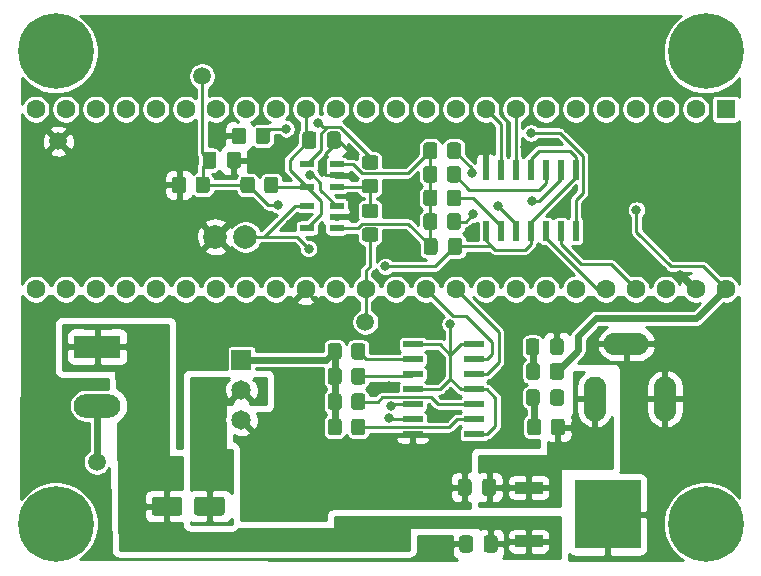
<source format=gbr>
%TF.GenerationSoftware,KiCad,Pcbnew,(5.1.8-0-10_14)*%
%TF.CreationDate,2021-03-11T12:17:02+11:00*%
%TF.ProjectId,Open-JIP(KiCad)_T3.6,4f70656e-2d4a-4495-9028-4b6943616429,rev?*%
%TF.SameCoordinates,Original*%
%TF.FileFunction,Copper,L1,Top*%
%TF.FilePolarity,Positive*%
%FSLAX46Y46*%
G04 Gerber Fmt 4.6, Leading zero omitted, Abs format (unit mm)*
G04 Created by KiCad (PCBNEW (5.1.8-0-10_14)) date 2021-03-11 12:17:02*
%MOMM*%
%LPD*%
G01*
G04 APERTURE LIST*
%TA.AperFunction,ComponentPad*%
%ADD10C,1.600000*%
%TD*%
%TA.AperFunction,ComponentPad*%
%ADD11R,1.600000X1.600000*%
%TD*%
%TA.AperFunction,ComponentPad*%
%ADD12C,6.400000*%
%TD*%
%TA.AperFunction,ComponentPad*%
%ADD13C,0.800000*%
%TD*%
%TA.AperFunction,SMDPad,CuDef*%
%ADD14R,1.210000X0.590000*%
%TD*%
%TA.AperFunction,SMDPad,CuDef*%
%ADD15R,5.570000X5.860000*%
%TD*%
%TA.AperFunction,SMDPad,CuDef*%
%ADD16R,2.400000X0.980000*%
%TD*%
%TA.AperFunction,SMDPad,CuDef*%
%ADD17R,0.533400X1.701800*%
%TD*%
%TA.AperFunction,SMDPad,CuDef*%
%ADD18R,1.701800X0.533400*%
%TD*%
%TA.AperFunction,SMDPad,CuDef*%
%ADD19C,1.500000*%
%TD*%
%TA.AperFunction,ComponentPad*%
%ADD20O,3.960000X1.980000*%
%TD*%
%TA.AperFunction,ComponentPad*%
%ADD21R,3.960000X1.980000*%
%TD*%
%TA.AperFunction,ComponentPad*%
%ADD22O,1.900000X3.800000*%
%TD*%
%TA.AperFunction,ComponentPad*%
%ADD23O,3.800000X1.900000*%
%TD*%
%TA.AperFunction,ComponentPad*%
%ADD24C,2.000000*%
%TD*%
%TA.AperFunction,ComponentPad*%
%ADD25C,1.651000*%
%TD*%
%TA.AperFunction,ComponentPad*%
%ADD26R,1.651000X1.651000*%
%TD*%
%TA.AperFunction,ViaPad*%
%ADD27C,0.800000*%
%TD*%
%TA.AperFunction,Conductor*%
%ADD28C,0.250000*%
%TD*%
%TA.AperFunction,Conductor*%
%ADD29C,0.600000*%
%TD*%
%TA.AperFunction,Conductor*%
%ADD30C,0.254000*%
%TD*%
%TA.AperFunction,Conductor*%
%ADD31C,0.100000*%
%TD*%
G04 APERTURE END LIST*
D10*
%TO.P,U6,53*%
%TO.N,+5V*%
X172710000Y-92120000D03*
%TO.P,U6,52*%
%TO.N,GNDA*%
X170170000Y-92120000D03*
%TO.P,U6,51*%
%TO.N,+3V3*%
X167630000Y-92120000D03*
%TO.P,U6,50*%
%TO.N,FluoroGain1*%
X165090000Y-92120000D03*
%TO.P,U6,49*%
%TO.N,FluoroGain4*%
X162550000Y-92120000D03*
%TO.P,U6,48*%
%TO.N,Net-(U6-Pad48)*%
X160010000Y-92120000D03*
%TO.P,U6,47*%
%TO.N,ODEmitter*%
X157470000Y-92120000D03*
%TO.P,U6,46*%
%TO.N,Net-(U6-Pad46)*%
X154930000Y-92120000D03*
%TO.P,U6,45*%
%TO.N,Net-(U6-Pad45)*%
X152390000Y-92120000D03*
%TO.P,U6,44*%
%TO.N,ActinicGain4*%
X149850000Y-92120000D03*
%TO.P,U6,43*%
%TO.N,ActinicGain1*%
X147310000Y-92120000D03*
%TO.P,U6,42*%
%TO.N,Net-(U6-Pad42)*%
X144770000Y-92120000D03*
%TO.P,U6,41*%
%TO.N,FluoroRead*%
X142230000Y-92120000D03*
%TO.P,U6,40*%
%TO.N,Net-(U6-Pad40)*%
X139690000Y-92120000D03*
%TO.P,U6,39*%
%TO.N,GND*%
X137150000Y-92120000D03*
%TO.P,U6,38*%
%TO.N,Net-(U6-Pad38)*%
X134610000Y-92120000D03*
D11*
%TO.P,U6,1*%
%TO.N,GND*%
X172710000Y-76880000D03*
D10*
%TO.P,U6,2*%
%TO.N,Net-(U6-Pad2)*%
X170170000Y-76880000D03*
%TO.P,U6,3*%
%TO.N,Net-(U6-Pad3)*%
X167630000Y-76880000D03*
%TO.P,U6,4*%
%TO.N,Net-(U6-Pad4)*%
X165090000Y-76880000D03*
%TO.P,U6,5*%
%TO.N,Net-(U6-Pad5)*%
X162550000Y-76880000D03*
%TO.P,U6,6*%
%TO.N,Net-(U6-Pad6)*%
X160010000Y-76880000D03*
%TO.P,U6,7*%
%TO.N,Net-(U6-Pad7)*%
X157470000Y-76880000D03*
%TO.P,U6,8*%
%TO.N,FluoroGain2*%
X154930000Y-76880000D03*
%TO.P,U6,9*%
%TO.N,FluoroGain3*%
X152390000Y-76880000D03*
%TO.P,U6,10*%
%TO.N,Net-(U6-Pad10)*%
X149850000Y-76880000D03*
%TO.P,U6,11*%
%TO.N,Net-(U6-Pad11)*%
X147310000Y-76880000D03*
%TO.P,U6,12*%
%TO.N,Net-(U6-Pad12)*%
X144770000Y-76880000D03*
%TO.P,U6,13*%
%TO.N,Net-(U6-Pad13)*%
X142230000Y-76880000D03*
%TO.P,U6,37*%
%TO.N,Net-(U6-Pad37)*%
X132070000Y-92120000D03*
%TO.P,U6,36*%
%TO.N,Net-(U6-Pad36)*%
X129530000Y-92120000D03*
%TO.P,U6,35*%
%TO.N,ActinicGain2*%
X126990000Y-92120000D03*
%TO.P,U6,34*%
%TO.N,ActinicGain3*%
X124450000Y-92120000D03*
%TO.P,U6,33*%
%TO.N,Net-(U6-Pad33)*%
X121910000Y-92120000D03*
%TO.P,U6,32*%
%TO.N,Net-(U6-Pad32)*%
X119370000Y-92120000D03*
%TO.P,U6,31*%
%TO.N,Net-(U6-Pad31)*%
X116830000Y-92120000D03*
%TO.P,U6,30*%
%TO.N,Net-(U6-Pad30)*%
X114290000Y-92120000D03*
%TO.P,U6,24*%
%TO.N,Net-(U6-Pad24)*%
X114290000Y-76880000D03*
%TO.P,U6,23*%
%TO.N,Net-(U6-Pad23)*%
X116830000Y-76880000D03*
%TO.P,U6,22*%
%TO.N,Net-(U6-Pad22)*%
X119370000Y-76880000D03*
%TO.P,U6,21*%
%TO.N,Net-(U6-Pad21)*%
X121910000Y-76880000D03*
%TO.P,U6,14*%
%TO.N,Net-(U6-Pad14)*%
X139690000Y-76880000D03*
%TO.P,U6,15*%
%TO.N,+3V3*%
X137150000Y-76880000D03*
%TO.P,U6,16*%
%TO.N,Net-(U6-Pad16)*%
X134610000Y-76880000D03*
%TO.P,U6,20*%
%TO.N,Net-(U6-Pad20)*%
X124450000Y-76880000D03*
%TO.P,U6,19*%
%TO.N,Net-(U6-Pad19)*%
X126990000Y-76880000D03*
%TO.P,U6,18*%
%TO.N,Net-(U6-Pad18)*%
X129530000Y-76880000D03*
%TO.P,U6,17*%
%TO.N,Net-(U6-Pad17)*%
X132070000Y-76880000D03*
%TD*%
D12*
%TO.P,REF\u002A\u002A,1*%
%TO.N,N/C*%
X171000000Y-112000000D03*
D13*
X173400000Y-112000000D03*
X172697056Y-113697056D03*
X171000000Y-114400000D03*
X169302944Y-113697056D03*
X168600000Y-112000000D03*
X169302944Y-110302944D03*
X171000000Y-109600000D03*
X172697056Y-110302944D03*
%TD*%
D12*
%TO.P,REF\u002A\u002A,1*%
%TO.N,N/C*%
X116000000Y-112000000D03*
D13*
X118400000Y-112000000D03*
X117697056Y-113697056D03*
X116000000Y-114400000D03*
X114302944Y-113697056D03*
X113600000Y-112000000D03*
X114302944Y-110302944D03*
X116000000Y-109600000D03*
X117697056Y-110302944D03*
%TD*%
D12*
%TO.P,REF\u002A\u002A,1*%
%TO.N,N/C*%
X171000000Y-72000000D03*
D13*
X173400000Y-72000000D03*
X172697056Y-73697056D03*
X171000000Y-74400000D03*
X169302944Y-73697056D03*
X168600000Y-72000000D03*
X169302944Y-70302944D03*
X171000000Y-69600000D03*
X172697056Y-70302944D03*
%TD*%
D12*
%TO.P,REF\u002A\u002A,1*%
%TO.N,N/C*%
X116000000Y-72000000D03*
D13*
X118400000Y-72000000D03*
X117697056Y-73697056D03*
X116000000Y-74400000D03*
X114302944Y-73697056D03*
X113600000Y-72000000D03*
X114302944Y-70302944D03*
X116000000Y-69600000D03*
X117697056Y-70302944D03*
%TD*%
D14*
%TO.P,U5,5*%
%TO.N,+3V3*%
X137245000Y-83450000D03*
%TO.P,U5,4*%
%TO.N,Net-(R12-Pad2)*%
X137245000Y-81550000D03*
%TO.P,U5,3*%
%TO.N,/Out*%
X139755000Y-81550000D03*
%TO.P,U5,2*%
%TO.N,GNDA*%
X139755000Y-82500000D03*
%TO.P,U5,1*%
%TO.N,Net-(R14-Pad1)*%
X139755000Y-83450000D03*
%TD*%
%TO.P,U4,5*%
%TO.N,+3V3*%
X137245000Y-86950000D03*
%TO.P,U4,4*%
%TO.N,/-IN*%
X137245000Y-85050000D03*
%TO.P,U4,3*%
%TO.N,Net-(C1-Pad2)*%
X139755000Y-85050000D03*
%TO.P,U4,2*%
%TO.N,GNDA*%
X139755000Y-86000000D03*
%TO.P,U4,1*%
%TO.N,/Out*%
X139755000Y-86950000D03*
%TD*%
D15*
%TO.P,U1,3*%
%TO.N,GND*%
X162700000Y-111200000D03*
D16*
%TO.P,U1,2*%
%TO.N,Net-(C4-Pad2)*%
X156030000Y-113480000D03*
%TO.P,U1,1*%
%TO.N,+12V*%
X156030000Y-108920000D03*
%TD*%
D17*
%TO.P,U3,14*%
%TO.N,+3V3*%
X160010000Y-87190800D03*
%TO.P,U3,13*%
%TO.N,FluoroGain1*%
X158740000Y-87190800D03*
%TO.P,U3,12*%
%TO.N,FluoroGain4*%
X157470000Y-87190800D03*
%TO.P,U3,11*%
%TO.N,/-IN*%
X156200000Y-87190800D03*
%TO.P,U3,10*%
%TO.N,Net-(R5-Pad2)*%
X154930000Y-87190800D03*
%TO.P,U3,9*%
%TO.N,Net-(R7-Pad2)*%
X153660000Y-87190800D03*
%TO.P,U3,8*%
%TO.N,/-IN*%
X152390000Y-87190800D03*
%TO.P,U3,7*%
%TO.N,GNDA*%
X152390000Y-82009200D03*
%TO.P,U3,6*%
%TO.N,FluoroGain3*%
X153660000Y-82009200D03*
%TO.P,U3,5*%
%TO.N,FluoroGain2*%
X154930000Y-82009200D03*
%TO.P,U3,4*%
%TO.N,/-IN*%
X156200000Y-82009200D03*
%TO.P,U3,3*%
%TO.N,Net-(R9-Pad2)*%
X157470000Y-82009200D03*
%TO.P,U3,2*%
%TO.N,Net-(R11-Pad2)*%
X158740000Y-82009200D03*
%TO.P,U3,1*%
%TO.N,/-IN*%
X160010000Y-82009200D03*
%TD*%
D18*
%TO.P,U2,14*%
%TO.N,+3V3*%
X151390800Y-96790000D03*
%TO.P,U2,13*%
%TO.N,ActinicGain1*%
X151390800Y-98060000D03*
%TO.P,U2,12*%
%TO.N,ActinicGain4*%
X151390800Y-99330000D03*
%TO.P,U2,11*%
%TO.N,+3V3*%
X151390800Y-100600000D03*
%TO.P,U2,10*%
%TO.N,Net-(R6-Pad2)*%
X151390800Y-101870000D03*
%TO.P,U2,9*%
%TO.N,Net-(R8-Pad2)*%
X151390800Y-103140000D03*
%TO.P,U2,8*%
%TO.N,+3V3*%
X151390800Y-104410000D03*
%TO.P,U2,7*%
%TO.N,GND*%
X146209200Y-104410000D03*
%TO.P,U2,6*%
%TO.N,ActinicGain3*%
X146209200Y-103140000D03*
%TO.P,U2,5*%
%TO.N,ActinicGain2*%
X146209200Y-101870000D03*
%TO.P,U2,4*%
%TO.N,+3V3*%
X146209200Y-100600000D03*
%TO.P,U2,3*%
%TO.N,Net-(R10-Pad2)*%
X146209200Y-99330000D03*
%TO.P,U2,2*%
%TO.N,Net-(R13-Pad2)*%
X146209200Y-98060000D03*
%TO.P,U2,1*%
%TO.N,+3V3*%
X146209200Y-96790000D03*
%TD*%
D19*
%TO.P,Fout,1*%
%TO.N,FluoroRead*%
X142200000Y-94900000D03*
%TD*%
%TO.P,Trig,1*%
%TO.N,Net-(C5-Pad2)*%
X119450000Y-106750000D03*
%TD*%
%TO.P,TP16,1*%
%TO.N,GNDA*%
X116200000Y-79600000D03*
%TD*%
%TO.P,0.001 V,1*%
%TO.N,Net-(C1-Pad2)*%
X128375000Y-74100000D03*
%TD*%
%TO.P,R14,2*%
%TO.N,Net-(R12-Pad2)*%
%TA.AperFunction,SMDPad,CuDef*%
G36*
G01*
X143050001Y-82000000D02*
X142149999Y-82000000D01*
G75*
G02*
X141900000Y-81750001I0J249999D01*
G01*
X141900000Y-81049999D01*
G75*
G02*
X142149999Y-80800000I249999J0D01*
G01*
X143050001Y-80800000D01*
G75*
G02*
X143300000Y-81049999I0J-249999D01*
G01*
X143300000Y-81750001D01*
G75*
G02*
X143050001Y-82000000I-249999J0D01*
G01*
G37*
%TD.AperFunction*%
%TO.P,R14,1*%
%TO.N,Net-(R14-Pad1)*%
%TA.AperFunction,SMDPad,CuDef*%
G36*
G01*
X143050001Y-84000000D02*
X142149999Y-84000000D01*
G75*
G02*
X141900000Y-83750001I0J249999D01*
G01*
X141900000Y-83049999D01*
G75*
G02*
X142149999Y-82800000I249999J0D01*
G01*
X143050001Y-82800000D01*
G75*
G02*
X143300000Y-83049999I0J-249999D01*
G01*
X143300000Y-83750001D01*
G75*
G02*
X143050001Y-84000000I-249999J0D01*
G01*
G37*
%TD.AperFunction*%
%TD*%
%TO.P,R12,2*%
%TO.N,Net-(R12-Pad2)*%
%TA.AperFunction,SMDPad,CuDef*%
G36*
G01*
X132900000Y-79600001D02*
X132900000Y-78699999D01*
G75*
G02*
X133149999Y-78450000I249999J0D01*
G01*
X133850001Y-78450000D01*
G75*
G02*
X134100000Y-78699999I0J-249999D01*
G01*
X134100000Y-79600001D01*
G75*
G02*
X133850001Y-79850000I-249999J0D01*
G01*
X133149999Y-79850000D01*
G75*
G02*
X132900000Y-79600001I0J249999D01*
G01*
G37*
%TD.AperFunction*%
%TO.P,R12,1*%
%TO.N,GNDA*%
%TA.AperFunction,SMDPad,CuDef*%
G36*
G01*
X130900000Y-79600001D02*
X130900000Y-78699999D01*
G75*
G02*
X131149999Y-78450000I249999J0D01*
G01*
X131850001Y-78450000D01*
G75*
G02*
X132100000Y-78699999I0J-249999D01*
G01*
X132100000Y-79600001D01*
G75*
G02*
X131850001Y-79850000I-249999J0D01*
G01*
X131149999Y-79850000D01*
G75*
G02*
X130900000Y-79600001I0J249999D01*
G01*
G37*
%TD.AperFunction*%
%TD*%
%TO.P,R17,2*%
%TO.N,Net-(D4-Pad2)*%
%TA.AperFunction,SMDPad,CuDef*%
G36*
G01*
X157100000Y-103349999D02*
X157100000Y-104250001D01*
G75*
G02*
X156850001Y-104500000I-249999J0D01*
G01*
X156149999Y-104500000D01*
G75*
G02*
X155900000Y-104250001I0J249999D01*
G01*
X155900000Y-103349999D01*
G75*
G02*
X156149999Y-103100000I249999J0D01*
G01*
X156850001Y-103100000D01*
G75*
G02*
X157100000Y-103349999I0J-249999D01*
G01*
G37*
%TD.AperFunction*%
%TO.P,R17,1*%
%TO.N,+12V*%
%TA.AperFunction,SMDPad,CuDef*%
G36*
G01*
X159100000Y-103349999D02*
X159100000Y-104250001D01*
G75*
G02*
X158850001Y-104500000I-249999J0D01*
G01*
X158149999Y-104500000D01*
G75*
G02*
X157900000Y-104250001I0J249999D01*
G01*
X157900000Y-103349999D01*
G75*
G02*
X158149999Y-103100000I249999J0D01*
G01*
X158850001Y-103100000D01*
G75*
G02*
X159100000Y-103349999I0J-249999D01*
G01*
G37*
%TD.AperFunction*%
%TD*%
%TO.P,R16,2*%
%TO.N,Net-(D3-Pad2)*%
%TA.AperFunction,SMDPad,CuDef*%
G36*
G01*
X157000000Y-98649999D02*
X157000000Y-99550001D01*
G75*
G02*
X156750001Y-99800000I-249999J0D01*
G01*
X156049999Y-99800000D01*
G75*
G02*
X155800000Y-99550001I0J249999D01*
G01*
X155800000Y-98649999D01*
G75*
G02*
X156049999Y-98400000I249999J0D01*
G01*
X156750001Y-98400000D01*
G75*
G02*
X157000000Y-98649999I0J-249999D01*
G01*
G37*
%TD.AperFunction*%
%TO.P,R16,1*%
%TO.N,+5V*%
%TA.AperFunction,SMDPad,CuDef*%
G36*
G01*
X159000000Y-98649999D02*
X159000000Y-99550001D01*
G75*
G02*
X158750001Y-99800000I-249999J0D01*
G01*
X158049999Y-99800000D01*
G75*
G02*
X157800000Y-99550001I0J249999D01*
G01*
X157800000Y-98649999D01*
G75*
G02*
X158049999Y-98400000I249999J0D01*
G01*
X158750001Y-98400000D01*
G75*
G02*
X159000000Y-98649999I0J-249999D01*
G01*
G37*
%TD.AperFunction*%
%TD*%
%TO.P,R13,2*%
%TO.N,Net-(R13-Pad2)*%
%TA.AperFunction,SMDPad,CuDef*%
G36*
G01*
X141000000Y-97850001D02*
X141000000Y-96949999D01*
G75*
G02*
X141249999Y-96700000I249999J0D01*
G01*
X141950001Y-96700000D01*
G75*
G02*
X142200000Y-96949999I0J-249999D01*
G01*
X142200000Y-97850001D01*
G75*
G02*
X141950001Y-98100000I-249999J0D01*
G01*
X141249999Y-98100000D01*
G75*
G02*
X141000000Y-97850001I0J249999D01*
G01*
G37*
%TD.AperFunction*%
%TO.P,R13,1*%
%TO.N,/TrigOut*%
%TA.AperFunction,SMDPad,CuDef*%
G36*
G01*
X139000000Y-97850001D02*
X139000000Y-96949999D01*
G75*
G02*
X139249999Y-96700000I249999J0D01*
G01*
X139950001Y-96700000D01*
G75*
G02*
X140200000Y-96949999I0J-249999D01*
G01*
X140200000Y-97850001D01*
G75*
G02*
X139950001Y-98100000I-249999J0D01*
G01*
X139249999Y-98100000D01*
G75*
G02*
X139000000Y-97850001I0J249999D01*
G01*
G37*
%TD.AperFunction*%
%TD*%
%TO.P,R11,2*%
%TO.N,Net-(R11-Pad2)*%
%TA.AperFunction,SMDPad,CuDef*%
G36*
G01*
X149100000Y-80850001D02*
X149100000Y-79949999D01*
G75*
G02*
X149349999Y-79700000I249999J0D01*
G01*
X150050001Y-79700000D01*
G75*
G02*
X150300000Y-79949999I0J-249999D01*
G01*
X150300000Y-80850001D01*
G75*
G02*
X150050001Y-81100000I-249999J0D01*
G01*
X149349999Y-81100000D01*
G75*
G02*
X149100000Y-80850001I0J249999D01*
G01*
G37*
%TD.AperFunction*%
%TO.P,R11,1*%
%TO.N,/Out*%
%TA.AperFunction,SMDPad,CuDef*%
G36*
G01*
X147100000Y-80850001D02*
X147100000Y-79949999D01*
G75*
G02*
X147349999Y-79700000I249999J0D01*
G01*
X148050001Y-79700000D01*
G75*
G02*
X148300000Y-79949999I0J-249999D01*
G01*
X148300000Y-80850001D01*
G75*
G02*
X148050001Y-81100000I-249999J0D01*
G01*
X147349999Y-81100000D01*
G75*
G02*
X147100000Y-80850001I0J249999D01*
G01*
G37*
%TD.AperFunction*%
%TD*%
%TO.P,R10,2*%
%TO.N,Net-(R10-Pad2)*%
%TA.AperFunction,SMDPad,CuDef*%
G36*
G01*
X141000000Y-99950001D02*
X141000000Y-99049999D01*
G75*
G02*
X141249999Y-98800000I249999J0D01*
G01*
X141950001Y-98800000D01*
G75*
G02*
X142200000Y-99049999I0J-249999D01*
G01*
X142200000Y-99950001D01*
G75*
G02*
X141950001Y-100200000I-249999J0D01*
G01*
X141249999Y-100200000D01*
G75*
G02*
X141000000Y-99950001I0J249999D01*
G01*
G37*
%TD.AperFunction*%
%TO.P,R10,1*%
%TO.N,/TrigOut*%
%TA.AperFunction,SMDPad,CuDef*%
G36*
G01*
X139000000Y-99950001D02*
X139000000Y-99049999D01*
G75*
G02*
X139249999Y-98800000I249999J0D01*
G01*
X139950001Y-98800000D01*
G75*
G02*
X140200000Y-99049999I0J-249999D01*
G01*
X140200000Y-99950001D01*
G75*
G02*
X139950001Y-100200000I-249999J0D01*
G01*
X139249999Y-100200000D01*
G75*
G02*
X139000000Y-99950001I0J249999D01*
G01*
G37*
%TD.AperFunction*%
%TD*%
%TO.P,R9,2*%
%TO.N,Net-(R9-Pad2)*%
%TA.AperFunction,SMDPad,CuDef*%
G36*
G01*
X149100000Y-82850001D02*
X149100000Y-81949999D01*
G75*
G02*
X149349999Y-81700000I249999J0D01*
G01*
X150050001Y-81700000D01*
G75*
G02*
X150300000Y-81949999I0J-249999D01*
G01*
X150300000Y-82850001D01*
G75*
G02*
X150050001Y-83100000I-249999J0D01*
G01*
X149349999Y-83100000D01*
G75*
G02*
X149100000Y-82850001I0J249999D01*
G01*
G37*
%TD.AperFunction*%
%TO.P,R9,1*%
%TO.N,/Out*%
%TA.AperFunction,SMDPad,CuDef*%
G36*
G01*
X147100000Y-82850001D02*
X147100000Y-81949999D01*
G75*
G02*
X147349999Y-81700000I249999J0D01*
G01*
X148050001Y-81700000D01*
G75*
G02*
X148300000Y-81949999I0J-249999D01*
G01*
X148300000Y-82850001D01*
G75*
G02*
X148050001Y-83100000I-249999J0D01*
G01*
X147349999Y-83100000D01*
G75*
G02*
X147100000Y-82850001I0J249999D01*
G01*
G37*
%TD.AperFunction*%
%TD*%
%TO.P,R15,2*%
%TO.N,Net-(R14-Pad1)*%
%TA.AperFunction,SMDPad,CuDef*%
G36*
G01*
X143050001Y-86100000D02*
X142149999Y-86100000D01*
G75*
G02*
X141900000Y-85850001I0J249999D01*
G01*
X141900000Y-85149999D01*
G75*
G02*
X142149999Y-84900000I249999J0D01*
G01*
X143050001Y-84900000D01*
G75*
G02*
X143300000Y-85149999I0J-249999D01*
G01*
X143300000Y-85850001D01*
G75*
G02*
X143050001Y-86100000I-249999J0D01*
G01*
G37*
%TD.AperFunction*%
%TO.P,R15,1*%
%TO.N,FluoroRead*%
%TA.AperFunction,SMDPad,CuDef*%
G36*
G01*
X143050001Y-88100000D02*
X142149999Y-88100000D01*
G75*
G02*
X141900000Y-87850001I0J249999D01*
G01*
X141900000Y-87149999D01*
G75*
G02*
X142149999Y-86900000I249999J0D01*
G01*
X143050001Y-86900000D01*
G75*
G02*
X143300000Y-87149999I0J-249999D01*
G01*
X143300000Y-87850001D01*
G75*
G02*
X143050001Y-88100000I-249999J0D01*
G01*
G37*
%TD.AperFunction*%
%TD*%
%TO.P,R8,2*%
%TO.N,Net-(R8-Pad2)*%
%TA.AperFunction,SMDPad,CuDef*%
G36*
G01*
X141000000Y-104250001D02*
X141000000Y-103349999D01*
G75*
G02*
X141249999Y-103100000I249999J0D01*
G01*
X141950001Y-103100000D01*
G75*
G02*
X142200000Y-103349999I0J-249999D01*
G01*
X142200000Y-104250001D01*
G75*
G02*
X141950001Y-104500000I-249999J0D01*
G01*
X141249999Y-104500000D01*
G75*
G02*
X141000000Y-104250001I0J249999D01*
G01*
G37*
%TD.AperFunction*%
%TO.P,R8,1*%
%TO.N,/TrigOut*%
%TA.AperFunction,SMDPad,CuDef*%
G36*
G01*
X139000000Y-104250001D02*
X139000000Y-103349999D01*
G75*
G02*
X139249999Y-103100000I249999J0D01*
G01*
X139950001Y-103100000D01*
G75*
G02*
X140200000Y-103349999I0J-249999D01*
G01*
X140200000Y-104250001D01*
G75*
G02*
X139950001Y-104500000I-249999J0D01*
G01*
X139249999Y-104500000D01*
G75*
G02*
X139000000Y-104250001I0J249999D01*
G01*
G37*
%TD.AperFunction*%
%TD*%
%TO.P,R7,2*%
%TO.N,Net-(R7-Pad2)*%
%TA.AperFunction,SMDPad,CuDef*%
G36*
G01*
X149100000Y-84850001D02*
X149100000Y-83949999D01*
G75*
G02*
X149349999Y-83700000I249999J0D01*
G01*
X150050001Y-83700000D01*
G75*
G02*
X150300000Y-83949999I0J-249999D01*
G01*
X150300000Y-84850001D01*
G75*
G02*
X150050001Y-85100000I-249999J0D01*
G01*
X149349999Y-85100000D01*
G75*
G02*
X149100000Y-84850001I0J249999D01*
G01*
G37*
%TD.AperFunction*%
%TO.P,R7,1*%
%TO.N,/Out*%
%TA.AperFunction,SMDPad,CuDef*%
G36*
G01*
X147100000Y-84850001D02*
X147100000Y-83949999D01*
G75*
G02*
X147349999Y-83700000I249999J0D01*
G01*
X148050001Y-83700000D01*
G75*
G02*
X148300000Y-83949999I0J-249999D01*
G01*
X148300000Y-84850001D01*
G75*
G02*
X148050001Y-85100000I-249999J0D01*
G01*
X147349999Y-85100000D01*
G75*
G02*
X147100000Y-84850001I0J249999D01*
G01*
G37*
%TD.AperFunction*%
%TD*%
%TO.P,R6,2*%
%TO.N,Net-(R6-Pad2)*%
%TA.AperFunction,SMDPad,CuDef*%
G36*
G01*
X141000000Y-102100001D02*
X141000000Y-101199999D01*
G75*
G02*
X141249999Y-100950000I249999J0D01*
G01*
X141950001Y-100950000D01*
G75*
G02*
X142200000Y-101199999I0J-249999D01*
G01*
X142200000Y-102100001D01*
G75*
G02*
X141950001Y-102350000I-249999J0D01*
G01*
X141249999Y-102350000D01*
G75*
G02*
X141000000Y-102100001I0J249999D01*
G01*
G37*
%TD.AperFunction*%
%TO.P,R6,1*%
%TO.N,/TrigOut*%
%TA.AperFunction,SMDPad,CuDef*%
G36*
G01*
X139000000Y-102100001D02*
X139000000Y-101199999D01*
G75*
G02*
X139249999Y-100950000I249999J0D01*
G01*
X139950001Y-100950000D01*
G75*
G02*
X140200000Y-101199999I0J-249999D01*
G01*
X140200000Y-102100001D01*
G75*
G02*
X139950001Y-102350000I-249999J0D01*
G01*
X139249999Y-102350000D01*
G75*
G02*
X139000000Y-102100001I0J249999D01*
G01*
G37*
%TD.AperFunction*%
%TD*%
%TO.P,R5,2*%
%TO.N,Net-(R5-Pad2)*%
%TA.AperFunction,SMDPad,CuDef*%
G36*
G01*
X149100000Y-86850001D02*
X149100000Y-85949999D01*
G75*
G02*
X149349999Y-85700000I249999J0D01*
G01*
X150050001Y-85700000D01*
G75*
G02*
X150300000Y-85949999I0J-249999D01*
G01*
X150300000Y-86850001D01*
G75*
G02*
X150050001Y-87100000I-249999J0D01*
G01*
X149349999Y-87100000D01*
G75*
G02*
X149100000Y-86850001I0J249999D01*
G01*
G37*
%TD.AperFunction*%
%TO.P,R5,1*%
%TO.N,/Out*%
%TA.AperFunction,SMDPad,CuDef*%
G36*
G01*
X147100000Y-86850001D02*
X147100000Y-85949999D01*
G75*
G02*
X147349999Y-85700000I249999J0D01*
G01*
X148050001Y-85700000D01*
G75*
G02*
X148300000Y-85949999I0J-249999D01*
G01*
X148300000Y-86850001D01*
G75*
G02*
X148050001Y-87100000I-249999J0D01*
G01*
X147349999Y-87100000D01*
G75*
G02*
X147100000Y-86850001I0J249999D01*
G01*
G37*
%TD.AperFunction*%
%TD*%
%TO.P,R3,2*%
%TO.N,Net-(C1-Pad2)*%
%TA.AperFunction,SMDPad,CuDef*%
G36*
G01*
X127825000Y-83750001D02*
X127825000Y-82849999D01*
G75*
G02*
X128074999Y-82600000I249999J0D01*
G01*
X128775001Y-82600000D01*
G75*
G02*
X129025000Y-82849999I0J-249999D01*
G01*
X129025000Y-83750001D01*
G75*
G02*
X128775001Y-84000000I-249999J0D01*
G01*
X128074999Y-84000000D01*
G75*
G02*
X127825000Y-83750001I0J249999D01*
G01*
G37*
%TD.AperFunction*%
%TO.P,R3,1*%
%TO.N,GNDA*%
%TA.AperFunction,SMDPad,CuDef*%
G36*
G01*
X125825000Y-83750001D02*
X125825000Y-82849999D01*
G75*
G02*
X126074999Y-82600000I249999J0D01*
G01*
X126775001Y-82600000D01*
G75*
G02*
X127025000Y-82849999I0J-249999D01*
G01*
X127025000Y-83750001D01*
G75*
G02*
X126775001Y-84000000I-249999J0D01*
G01*
X126074999Y-84000000D01*
G75*
G02*
X125825000Y-83750001I0J249999D01*
G01*
G37*
%TD.AperFunction*%
%TD*%
%TO.P,R2,2*%
%TO.N,+3V3*%
%TA.AperFunction,SMDPad,CuDef*%
G36*
G01*
X133625000Y-83750001D02*
X133625000Y-82849999D01*
G75*
G02*
X133874999Y-82600000I249999J0D01*
G01*
X134575001Y-82600000D01*
G75*
G02*
X134825000Y-82849999I0J-249999D01*
G01*
X134825000Y-83750001D01*
G75*
G02*
X134575001Y-84000000I-249999J0D01*
G01*
X133874999Y-84000000D01*
G75*
G02*
X133625000Y-83750001I0J249999D01*
G01*
G37*
%TD.AperFunction*%
%TO.P,R2,1*%
%TO.N,Net-(C1-Pad2)*%
%TA.AperFunction,SMDPad,CuDef*%
G36*
G01*
X131625000Y-83750001D02*
X131625000Y-82849999D01*
G75*
G02*
X131874999Y-82600000I249999J0D01*
G01*
X132575001Y-82600000D01*
G75*
G02*
X132825000Y-82849999I0J-249999D01*
G01*
X132825000Y-83750001D01*
G75*
G02*
X132575001Y-84000000I-249999J0D01*
G01*
X131874999Y-84000000D01*
G75*
G02*
X131625000Y-83750001I0J249999D01*
G01*
G37*
%TD.AperFunction*%
%TD*%
D20*
%TO.P,J3,2*%
%TO.N,Net-(C5-Pad2)*%
X119500000Y-102000000D03*
D21*
%TO.P,J3,1*%
%TO.N,Net-(C4-Pad2)*%
X119500000Y-97000000D03*
%TD*%
D22*
%TO.P,J2,1*%
%TO.N,+12V*%
X161620000Y-101400000D03*
%TO.P,J2,2*%
%TO.N,GND*%
X167550000Y-101400000D03*
D23*
%TO.P,J2,3*%
X164300000Y-96750000D03*
%TD*%
%TO.P,D4,2*%
%TO.N,Net-(D4-Pad2)*%
%TA.AperFunction,SMDPad,CuDef*%
G36*
G01*
X156950000Y-100849999D02*
X156950000Y-101750001D01*
G75*
G02*
X156700001Y-102000000I-249999J0D01*
G01*
X156049999Y-102000000D01*
G75*
G02*
X155800000Y-101750001I0J249999D01*
G01*
X155800000Y-100849999D01*
G75*
G02*
X156049999Y-100600000I249999J0D01*
G01*
X156700001Y-100600000D01*
G75*
G02*
X156950000Y-100849999I0J-249999D01*
G01*
G37*
%TD.AperFunction*%
%TO.P,D4,1*%
%TO.N,GND*%
%TA.AperFunction,SMDPad,CuDef*%
G36*
G01*
X159000000Y-100849999D02*
X159000000Y-101750001D01*
G75*
G02*
X158750001Y-102000000I-249999J0D01*
G01*
X158099999Y-102000000D01*
G75*
G02*
X157850000Y-101750001I0J249999D01*
G01*
X157850000Y-100849999D01*
G75*
G02*
X158099999Y-100600000I249999J0D01*
G01*
X158750001Y-100600000D01*
G75*
G02*
X159000000Y-100849999I0J-249999D01*
G01*
G37*
%TD.AperFunction*%
%TD*%
%TO.P,D3,2*%
%TO.N,Net-(D3-Pad2)*%
%TA.AperFunction,SMDPad,CuDef*%
G36*
G01*
X156925000Y-96549999D02*
X156925000Y-97450001D01*
G75*
G02*
X156675001Y-97700000I-249999J0D01*
G01*
X156024999Y-97700000D01*
G75*
G02*
X155775000Y-97450001I0J249999D01*
G01*
X155775000Y-96549999D01*
G75*
G02*
X156024999Y-96300000I249999J0D01*
G01*
X156675001Y-96300000D01*
G75*
G02*
X156925000Y-96549999I0J-249999D01*
G01*
G37*
%TD.AperFunction*%
%TO.P,D3,1*%
%TO.N,GND*%
%TA.AperFunction,SMDPad,CuDef*%
G36*
G01*
X158975000Y-96549999D02*
X158975000Y-97450001D01*
G75*
G02*
X158725001Y-97700000I-249999J0D01*
G01*
X158074999Y-97700000D01*
G75*
G02*
X157825000Y-97450001I0J249999D01*
G01*
X157825000Y-96549999D01*
G75*
G02*
X158074999Y-96300000I249999J0D01*
G01*
X158725001Y-96300000D01*
G75*
G02*
X158975000Y-96549999I0J-249999D01*
G01*
G37*
%TD.AperFunction*%
%TD*%
D24*
%TO.P,D2,2*%
%TO.N,/-IN*%
X132050000Y-87700000D03*
%TO.P,D2,1*%
%TO.N,GNDA*%
X129510000Y-87700000D03*
%TD*%
D25*
%TO.P,CR1,3*%
%TO.N,GND*%
X131700000Y-103180000D03*
%TO.P,CR1,2*%
%TO.N,Net-(C5-Pad2)*%
X131700000Y-100640000D03*
D26*
%TO.P,CR1,1*%
%TO.N,/TrigOut*%
X131700000Y-98100000D03*
%TD*%
%TO.P,C6,2*%
%TO.N,+3V3*%
%TA.AperFunction,SMDPad,CuDef*%
G36*
G01*
X138050000Y-79025000D02*
X138050000Y-79975000D01*
G75*
G02*
X137800000Y-80225000I-250000J0D01*
G01*
X137125000Y-80225000D01*
G75*
G02*
X136875000Y-79975000I0J250000D01*
G01*
X136875000Y-79025000D01*
G75*
G02*
X137125000Y-78775000I250000J0D01*
G01*
X137800000Y-78775000D01*
G75*
G02*
X138050000Y-79025000I0J-250000D01*
G01*
G37*
%TD.AperFunction*%
%TO.P,C6,1*%
%TO.N,GNDA*%
%TA.AperFunction,SMDPad,CuDef*%
G36*
G01*
X140125000Y-79025000D02*
X140125000Y-79975000D01*
G75*
G02*
X139875000Y-80225000I-250000J0D01*
G01*
X139200000Y-80225000D01*
G75*
G02*
X138950000Y-79975000I0J250000D01*
G01*
X138950000Y-79025000D01*
G75*
G02*
X139200000Y-78775000I250000J0D01*
G01*
X139875000Y-78775000D01*
G75*
G02*
X140125000Y-79025000I0J-250000D01*
G01*
G37*
%TD.AperFunction*%
%TD*%
%TO.P,C5,2*%
%TO.N,Net-(C5-Pad2)*%
%TA.AperFunction,SMDPad,CuDef*%
G36*
G01*
X127700000Y-111050000D02*
X127700000Y-109950000D01*
G75*
G02*
X127950000Y-109700000I250000J0D01*
G01*
X130050000Y-109700000D01*
G75*
G02*
X130300000Y-109950000I0J-250000D01*
G01*
X130300000Y-111050000D01*
G75*
G02*
X130050000Y-111300000I-250000J0D01*
G01*
X127950000Y-111300000D01*
G75*
G02*
X127700000Y-111050000I0J250000D01*
G01*
G37*
%TD.AperFunction*%
%TO.P,C5,1*%
%TO.N,Net-(C4-Pad2)*%
%TA.AperFunction,SMDPad,CuDef*%
G36*
G01*
X124100000Y-111050000D02*
X124100000Y-109950000D01*
G75*
G02*
X124350000Y-109700000I250000J0D01*
G01*
X126450000Y-109700000D01*
G75*
G02*
X126700000Y-109950000I0J-250000D01*
G01*
X126700000Y-111050000D01*
G75*
G02*
X126450000Y-111300000I-250000J0D01*
G01*
X124350000Y-111300000D01*
G75*
G02*
X124100000Y-111050000I0J250000D01*
G01*
G37*
%TD.AperFunction*%
%TD*%
%TO.P,C4,2*%
%TO.N,Net-(C4-Pad2)*%
%TA.AperFunction,SMDPad,CuDef*%
G36*
G01*
X152212500Y-114175000D02*
X152212500Y-113225000D01*
G75*
G02*
X152462500Y-112975000I250000J0D01*
G01*
X153137500Y-112975000D01*
G75*
G02*
X153387500Y-113225000I0J-250000D01*
G01*
X153387500Y-114175000D01*
G75*
G02*
X153137500Y-114425000I-250000J0D01*
G01*
X152462500Y-114425000D01*
G75*
G02*
X152212500Y-114175000I0J250000D01*
G01*
G37*
%TD.AperFunction*%
%TO.P,C4,1*%
%TO.N,GND*%
%TA.AperFunction,SMDPad,CuDef*%
G36*
G01*
X150137500Y-114175000D02*
X150137500Y-113225000D01*
G75*
G02*
X150387500Y-112975000I250000J0D01*
G01*
X151062500Y-112975000D01*
G75*
G02*
X151312500Y-113225000I0J-250000D01*
G01*
X151312500Y-114175000D01*
G75*
G02*
X151062500Y-114425000I-250000J0D01*
G01*
X150387500Y-114425000D01*
G75*
G02*
X150137500Y-114175000I0J250000D01*
G01*
G37*
%TD.AperFunction*%
%TD*%
%TO.P,C3,2*%
%TO.N,/-IN*%
%TA.AperFunction,SMDPad,CuDef*%
G36*
G01*
X149212500Y-88975000D02*
X149212500Y-88025000D01*
G75*
G02*
X149462500Y-87775000I250000J0D01*
G01*
X150137500Y-87775000D01*
G75*
G02*
X150387500Y-88025000I0J-250000D01*
G01*
X150387500Y-88975000D01*
G75*
G02*
X150137500Y-89225000I-250000J0D01*
G01*
X149462500Y-89225000D01*
G75*
G02*
X149212500Y-88975000I0J250000D01*
G01*
G37*
%TD.AperFunction*%
%TO.P,C3,1*%
%TO.N,/Out*%
%TA.AperFunction,SMDPad,CuDef*%
G36*
G01*
X147137500Y-88975000D02*
X147137500Y-88025000D01*
G75*
G02*
X147387500Y-87775000I250000J0D01*
G01*
X148062500Y-87775000D01*
G75*
G02*
X148312500Y-88025000I0J-250000D01*
G01*
X148312500Y-88975000D01*
G75*
G02*
X148062500Y-89225000I-250000J0D01*
G01*
X147387500Y-89225000D01*
G75*
G02*
X147137500Y-88975000I0J250000D01*
G01*
G37*
%TD.AperFunction*%
%TD*%
%TO.P,C2,2*%
%TO.N,+12V*%
%TA.AperFunction,SMDPad,CuDef*%
G36*
G01*
X152087500Y-109375000D02*
X152087500Y-108425000D01*
G75*
G02*
X152337500Y-108175000I250000J0D01*
G01*
X153012500Y-108175000D01*
G75*
G02*
X153262500Y-108425000I0J-250000D01*
G01*
X153262500Y-109375000D01*
G75*
G02*
X153012500Y-109625000I-250000J0D01*
G01*
X152337500Y-109625000D01*
G75*
G02*
X152087500Y-109375000I0J250000D01*
G01*
G37*
%TD.AperFunction*%
%TO.P,C2,1*%
%TO.N,GND*%
%TA.AperFunction,SMDPad,CuDef*%
G36*
G01*
X150012500Y-109375000D02*
X150012500Y-108425000D01*
G75*
G02*
X150262500Y-108175000I250000J0D01*
G01*
X150937500Y-108175000D01*
G75*
G02*
X151187500Y-108425000I0J-250000D01*
G01*
X151187500Y-109375000D01*
G75*
G02*
X150937500Y-109625000I-250000J0D01*
G01*
X150262500Y-109625000D01*
G75*
G02*
X150012500Y-109375000I0J250000D01*
G01*
G37*
%TD.AperFunction*%
%TD*%
%TO.P,C1,2*%
%TO.N,Net-(C1-Pad2)*%
%TA.AperFunction,SMDPad,CuDef*%
G36*
G01*
X129587500Y-80725000D02*
X129587500Y-81675000D01*
G75*
G02*
X129337500Y-81925000I-250000J0D01*
G01*
X128662500Y-81925000D01*
G75*
G02*
X128412500Y-81675000I0J250000D01*
G01*
X128412500Y-80725000D01*
G75*
G02*
X128662500Y-80475000I250000J0D01*
G01*
X129337500Y-80475000D01*
G75*
G02*
X129587500Y-80725000I0J-250000D01*
G01*
G37*
%TD.AperFunction*%
%TO.P,C1,1*%
%TO.N,GNDA*%
%TA.AperFunction,SMDPad,CuDef*%
G36*
G01*
X131662500Y-80725000D02*
X131662500Y-81675000D01*
G75*
G02*
X131412500Y-81925000I-250000J0D01*
G01*
X130737500Y-81925000D01*
G75*
G02*
X130487500Y-81675000I0J250000D01*
G01*
X130487500Y-80725000D01*
G75*
G02*
X130737500Y-80475000I250000J0D01*
G01*
X131412500Y-80475000D01*
G75*
G02*
X131662500Y-80725000I0J-250000D01*
G01*
G37*
%TD.AperFunction*%
%TD*%
D27*
%TO.N,Net-(C1-Pad2)*%
X137500000Y-82500000D03*
X134800000Y-85000000D03*
%TO.N,GNDA*%
X152450000Y-79100000D03*
X144350000Y-79000000D03*
X142400000Y-78700000D03*
X141000000Y-80600000D03*
X134150000Y-81700000D03*
X141050000Y-84550000D03*
X172450000Y-88500000D03*
X168850000Y-78375000D03*
X166350000Y-78325000D03*
X161300000Y-78525000D03*
X164250000Y-84500000D03*
X164400000Y-87600000D03*
X163800000Y-85775000D03*
X136600000Y-90200000D03*
X140300000Y-88500000D03*
X135075000Y-80500000D03*
X132850000Y-80725000D03*
X129450000Y-79075000D03*
X168800000Y-90900000D03*
X150500000Y-90300000D03*
X152700000Y-90300000D03*
X154900000Y-90300000D03*
X156900000Y-90300000D03*
X136000000Y-88900000D03*
X135800000Y-86600000D03*
X130700000Y-85000000D03*
X128900000Y-85000000D03*
X127200000Y-85000000D03*
X127200000Y-90400000D03*
X128900000Y-90400000D03*
X130600000Y-90400000D03*
X129700000Y-89700000D03*
X129700000Y-85800000D03*
X134600000Y-90200000D03*
X135600000Y-90200000D03*
X137600000Y-90200000D03*
X138900000Y-88600000D03*
X151400000Y-87000000D03*
X151400000Y-80300000D03*
X155700000Y-80100000D03*
X165100000Y-83800000D03*
X166800000Y-90500000D03*
X172700000Y-90300000D03*
X144500000Y-87700000D03*
X144500000Y-89100000D03*
X144300000Y-83300000D03*
X144300000Y-84500000D03*
X144300000Y-85700000D03*
X158800000Y-85200000D03*
%TO.N,GND*%
X158500000Y-97000000D03*
X158500000Y-101300000D03*
X135550000Y-94450000D03*
X147100000Y-113700000D03*
X154400000Y-102500000D03*
X150000000Y-106400000D03*
X143900000Y-104700000D03*
X145100000Y-94800000D03*
X147300000Y-94800000D03*
X143700000Y-96800000D03*
X148200000Y-98600000D03*
X149300000Y-101000000D03*
X148400000Y-102800000D03*
X144200000Y-100300000D03*
X132500000Y-106400000D03*
X134900000Y-106400000D03*
X137800000Y-106400000D03*
X140600000Y-106400000D03*
X143400000Y-106400000D03*
X146500000Y-106400000D03*
X113500000Y-94200000D03*
X172900000Y-94500000D03*
X172900000Y-95800000D03*
X170900000Y-95800000D03*
X168300000Y-95800000D03*
X113500000Y-106400000D03*
X113500000Y-108000000D03*
X126800000Y-96800000D03*
X126800000Y-98200000D03*
X128500000Y-98200000D03*
X120000000Y-109200000D03*
X120000000Y-114400000D03*
%TO.N,/-IN*%
X143900000Y-90200000D03*
X137400000Y-88700000D03*
%TO.N,+3V3*%
X156200000Y-78900000D03*
X149371128Y-95091174D03*
%TO.N,Net-(R5-Pad2)*%
X151300000Y-85800000D03*
X153400000Y-85100000D03*
%TO.N,Net-(R11-Pad2)*%
X151200000Y-82300000D03*
X156300000Y-84700000D03*
%TO.N,+5V*%
X165150000Y-85425000D03*
%TO.N,ActinicGain2*%
X144400000Y-102003299D03*
%TO.N,ActinicGain3*%
X144200000Y-103075000D03*
%TO.N,Net-(R12-Pad2)*%
X138175000Y-78075000D03*
X135475000Y-78550000D03*
%TD*%
D28*
%TO.N,Net-(C1-Pad2)*%
X139755000Y-85050000D02*
X138400000Y-83695000D01*
X138400000Y-83119998D02*
X137780002Y-82500000D01*
X138400000Y-83695000D02*
X138400000Y-83119998D01*
X137780002Y-82500000D02*
X137500000Y-82500000D01*
X133925000Y-85000000D02*
X132225000Y-83300000D01*
X134800000Y-85000000D02*
X133925000Y-85000000D01*
X132225000Y-83300000D02*
X128425000Y-83300000D01*
X128425000Y-81775000D02*
X129000000Y-81200000D01*
X128425000Y-83300000D02*
X128425000Y-81775000D01*
X128375000Y-80575000D02*
X129000000Y-81200000D01*
X128375000Y-74100000D02*
X128375000Y-80575000D01*
%TO.N,GNDA*%
X170200000Y-92150000D02*
X170170000Y-92120000D01*
X139900000Y-79500000D02*
X141000000Y-80600000D01*
X139537500Y-79500000D02*
X139900000Y-79500000D01*
X138750000Y-82350000D02*
X138750000Y-80681410D01*
X138900000Y-82500000D02*
X138750000Y-82350000D01*
X139537500Y-79893910D02*
X139537500Y-79500000D01*
X138750000Y-80681410D02*
X139537500Y-79893910D01*
X139755000Y-82500000D02*
X138900000Y-82500000D01*
D29*
X170020000Y-92120000D02*
X168800000Y-90900000D01*
X170170000Y-92120000D02*
X170020000Y-92120000D01*
%TO.N,GND*%
X135550000Y-93720000D02*
X137150000Y-92120000D01*
X135550000Y-94450000D02*
X135550000Y-93720000D01*
D28*
X144190000Y-104410000D02*
X143900000Y-104700000D01*
X146209200Y-104410000D02*
X144190000Y-104410000D01*
%TO.N,/Out*%
X147700000Y-88475000D02*
X147725000Y-88500000D01*
X147700000Y-80400000D02*
X147700000Y-88475000D01*
X141911820Y-82325010D02*
X145774990Y-82325010D01*
X141136810Y-81550000D02*
X141911820Y-82325010D01*
X145774990Y-82325010D02*
X147700000Y-80400000D01*
X139755000Y-81550000D02*
X141136810Y-81550000D01*
X145799990Y-86574990D02*
X147725000Y-88500000D01*
X141911820Y-86574990D02*
X145799990Y-86574990D01*
X141536810Y-86950000D02*
X141911820Y-86574990D01*
X139755000Y-86950000D02*
X141536810Y-86950000D01*
%TO.N,/-IN*%
X137245000Y-85050000D02*
X137600000Y-85050000D01*
X156200000Y-82009200D02*
X156200000Y-81100000D01*
X156200000Y-81100000D02*
X156900000Y-80400000D01*
X160010000Y-80908300D02*
X160010000Y-82009200D01*
X159501700Y-80400000D02*
X160010000Y-80908300D01*
X156900000Y-80400000D02*
X159501700Y-80400000D01*
X160010000Y-82593400D02*
X156200000Y-86403400D01*
X156200000Y-86403400D02*
X156200000Y-87190800D01*
X160010000Y-82009200D02*
X160010000Y-82593400D01*
X152390000Y-87190800D02*
X152390000Y-87990000D01*
X156200000Y-88291700D02*
X156200000Y-87190800D01*
X155691700Y-88800000D02*
X156200000Y-88291700D01*
X153200000Y-88800000D02*
X155691700Y-88800000D01*
X149800000Y-88500000D02*
X152900000Y-88500000D01*
X152900000Y-88500000D02*
X152950000Y-88550000D01*
X152950000Y-88550000D02*
X153200000Y-88800000D01*
X152390000Y-87990000D02*
X152950000Y-88550000D01*
X149800000Y-88500000D02*
X148100000Y-90200000D01*
X148100000Y-90200000D02*
X143900000Y-90200000D01*
X136400000Y-87700000D02*
X132050000Y-87700000D01*
X137400000Y-88700000D02*
X136400000Y-87700000D01*
X132050000Y-87700000D02*
X133600000Y-87700000D01*
X136250000Y-85050000D02*
X137245000Y-85050000D01*
X133600000Y-87700000D02*
X136250000Y-85050000D01*
%TO.N,+3V3*%
X137462500Y-79500000D02*
X135800000Y-81162500D01*
X135800000Y-82005000D02*
X137245000Y-83450000D01*
X135800000Y-81162500D02*
X135800000Y-82005000D01*
X137095000Y-83300000D02*
X137245000Y-83450000D01*
X134375000Y-83450000D02*
X134225000Y-83300000D01*
X137245000Y-83450000D02*
X134375000Y-83450000D01*
X137245000Y-83450000D02*
X137700000Y-83450000D01*
X137150000Y-79187500D02*
X137462500Y-79500000D01*
X137150000Y-76880000D02*
X137150000Y-79187500D01*
X137245000Y-83450000D02*
X138425000Y-84630000D01*
X138425000Y-85770000D02*
X137245000Y-86950000D01*
X138425000Y-84630000D02*
X138425000Y-85770000D01*
X152491700Y-104410000D02*
X153200000Y-103701700D01*
X151390800Y-104410000D02*
X152491700Y-104410000D01*
X152491700Y-100600000D02*
X151390800Y-100600000D01*
X153200000Y-101308300D02*
X152491700Y-100600000D01*
X153200000Y-103701700D02*
X153200000Y-101308300D01*
X150289900Y-100600000D02*
X149400000Y-99710100D01*
X151390800Y-100600000D02*
X150289900Y-100600000D01*
X150289900Y-96790000D02*
X151390800Y-96790000D01*
X149400000Y-99710100D02*
X149400000Y-97679900D01*
X148510100Y-96790000D02*
X149400000Y-97679900D01*
X146209200Y-96790000D02*
X148510100Y-96790000D01*
X148510100Y-100600000D02*
X146209200Y-100600000D01*
X149400000Y-99710100D02*
X148510100Y-100600000D01*
X160010000Y-87190800D02*
X160010000Y-84590000D01*
X160601701Y-80863591D02*
X158638110Y-78900000D01*
X160601701Y-83998299D02*
X160601701Y-80863591D01*
X160010000Y-84590000D02*
X160601701Y-83998299D01*
X158638110Y-78900000D02*
X156200000Y-78900000D01*
X149371128Y-97471128D02*
X149489950Y-97589950D01*
X149371128Y-95091174D02*
X149371128Y-97471128D01*
X149489950Y-97589950D02*
X150289900Y-96790000D01*
X149400000Y-97679900D02*
X149489950Y-97589950D01*
D29*
%TO.N,/TrigOut*%
X138900000Y-98100000D02*
X139600000Y-97400000D01*
X131700000Y-98100000D02*
X138900000Y-98100000D01*
X139600000Y-97400000D02*
X139600000Y-103800000D01*
D28*
%TO.N,Net-(R5-Pad2)*%
X149700000Y-86400000D02*
X150700000Y-86400000D01*
X150700000Y-86400000D02*
X151300000Y-85800000D01*
X154930000Y-86630000D02*
X154930000Y-87190800D01*
X153400000Y-85100000D02*
X154930000Y-86630000D01*
%TO.N,Net-(R6-Pad2)*%
X141600000Y-101650000D02*
X143250000Y-101650000D01*
X143621701Y-101278299D02*
X147778299Y-101278299D01*
X143250000Y-101650000D02*
X143621701Y-101278299D01*
X148370000Y-101870000D02*
X151390800Y-101870000D01*
X147778299Y-101278299D02*
X148370000Y-101870000D01*
%TO.N,FluoroRead*%
X142600000Y-87500000D02*
X142600000Y-90200000D01*
X142230000Y-90570000D02*
X142230000Y-92120000D01*
X142600000Y-90200000D02*
X142230000Y-90570000D01*
X142230000Y-94870000D02*
X142200000Y-94900000D01*
X142230000Y-92120000D02*
X142230000Y-94870000D01*
%TO.N,Net-(R8-Pad2)*%
X141600000Y-103800000D02*
X149300000Y-103800000D01*
X149960000Y-103140000D02*
X151390800Y-103140000D01*
X149300000Y-103800000D02*
X149960000Y-103140000D01*
%TO.N,Net-(R9-Pad2)*%
X149700000Y-82400000D02*
X151000000Y-83700000D01*
X157470000Y-83110100D02*
X157470000Y-82009200D01*
X156880100Y-83700000D02*
X157470000Y-83110100D01*
X151000000Y-83700000D02*
X156880100Y-83700000D01*
%TO.N,Net-(R10-Pad2)*%
X146039200Y-99500000D02*
X146209200Y-99330000D01*
X141600000Y-99500000D02*
X146039200Y-99500000D01*
%TO.N,Net-(R11-Pad2)*%
X149700000Y-80400000D02*
X151200000Y-81900000D01*
X151200000Y-81900000D02*
X151200000Y-82300000D01*
X158740000Y-82825685D02*
X158740000Y-82009200D01*
X156865685Y-84700000D02*
X158740000Y-82825685D01*
X156300000Y-84700000D02*
X156865685Y-84700000D01*
%TO.N,+5V*%
X165150000Y-85425000D02*
X165150000Y-87275000D01*
X165150000Y-87275000D02*
X168050000Y-90175000D01*
X170765000Y-90175000D02*
X172710000Y-92120000D01*
X168050000Y-90175000D02*
X170765000Y-90175000D01*
D29*
X172710000Y-92120000D02*
X170230000Y-94600000D01*
X170230000Y-94600000D02*
X161700000Y-94600000D01*
X161700000Y-94600000D02*
X160200000Y-96100000D01*
X160200000Y-97300000D02*
X158400000Y-99100000D01*
X160200000Y-96100000D02*
X160200000Y-97300000D01*
D28*
%TO.N,ActinicGain2*%
X144533299Y-101870000D02*
X144400000Y-102003299D01*
X146209200Y-101870000D02*
X144533299Y-101870000D01*
%TO.N,ActinicGain3*%
X144265000Y-103140000D02*
X144200000Y-103075000D01*
X146209200Y-103140000D02*
X144265000Y-103140000D01*
%TO.N,ActinicGain4*%
X152491700Y-99330000D02*
X153500000Y-98321700D01*
X151390800Y-99330000D02*
X152491700Y-99330000D01*
X153500000Y-95770000D02*
X149850000Y-92120000D01*
X153500000Y-98321700D02*
X153500000Y-95770000D01*
%TO.N,ActinicGain1*%
X152491700Y-98060000D02*
X152900000Y-97651700D01*
X151390800Y-98060000D02*
X152491700Y-98060000D01*
X152900000Y-96596598D02*
X150703402Y-94400000D01*
X152900000Y-97651700D02*
X152900000Y-96596598D01*
X149590000Y-94400000D02*
X147310000Y-92120000D01*
X150703402Y-94400000D02*
X149590000Y-94400000D01*
%TO.N,FluoroGain1*%
X158740000Y-88291700D02*
X160448300Y-90000000D01*
X158740000Y-87190800D02*
X158740000Y-88291700D01*
X162970000Y-90000000D02*
X165090000Y-92120000D01*
X160448300Y-90000000D02*
X162970000Y-90000000D01*
%TO.N,FluoroGain4*%
X161815000Y-92120000D02*
X162550000Y-92120000D01*
X157470000Y-87775000D02*
X161815000Y-92120000D01*
X157470000Y-87190800D02*
X157470000Y-87775000D01*
%TO.N,FluoroGain3*%
X153660000Y-78150000D02*
X153660000Y-82009200D01*
X152390000Y-76880000D02*
X153660000Y-78150000D01*
%TO.N,FluoroGain2*%
X154930000Y-76880000D02*
X154930000Y-82009200D01*
D29*
%TO.N,Net-(D3-Pad2)*%
X156400000Y-97050000D02*
X156350000Y-97000000D01*
X156400000Y-99100000D02*
X156400000Y-97050000D01*
%TO.N,Net-(D4-Pad2)*%
X156500000Y-101425000D02*
X156375000Y-101300000D01*
X156500000Y-103800000D02*
X156500000Y-101425000D01*
%TO.N,Net-(C5-Pad2)*%
X119500000Y-106700000D02*
X119450000Y-106750000D01*
X119500000Y-102000000D02*
X119500000Y-106700000D01*
D28*
%TO.N,Net-(R7-Pad2)*%
X153660000Y-86758198D02*
X153660000Y-87190800D01*
X151301802Y-84400000D02*
X153660000Y-86758198D01*
X149700000Y-84400000D02*
X151301802Y-84400000D01*
%TO.N,Net-(R12-Pad2)*%
X137245000Y-81550000D02*
X138425000Y-80370000D01*
X138425000Y-78986810D02*
X138986810Y-78425000D01*
X138425000Y-80370000D02*
X138425000Y-78986810D01*
X142600000Y-80936810D02*
X142600000Y-81400000D01*
X140088190Y-78425000D02*
X142600000Y-80936810D01*
X138986810Y-78425000D02*
X140088190Y-78425000D01*
X138986810Y-78425000D02*
X138625000Y-78425000D01*
X138275000Y-78075000D02*
X138175000Y-78075000D01*
X138625000Y-78425000D02*
X138275000Y-78075000D01*
X134100000Y-78550000D02*
X133500000Y-79150000D01*
X135475000Y-78550000D02*
X134100000Y-78550000D01*
%TO.N,Net-(R13-Pad2)*%
X142260000Y-98060000D02*
X141600000Y-97400000D01*
X146209200Y-98060000D02*
X142260000Y-98060000D01*
%TO.N,Net-(R14-Pad1)*%
X142600000Y-85500000D02*
X142600000Y-83400000D01*
X142550000Y-83450000D02*
X142600000Y-83400000D01*
X139755000Y-83450000D02*
X142550000Y-83450000D01*
%TD*%
D30*
%TO.N,Net-(C4-Pad2)*%
X125473000Y-106200000D02*
X125475440Y-106224776D01*
X125482667Y-106248601D01*
X125494403Y-106270557D01*
X125510197Y-106289803D01*
X125529443Y-106305597D01*
X125551399Y-106317333D01*
X125575224Y-106324560D01*
X125600000Y-106327000D01*
X126665000Y-106327000D01*
X126665000Y-109062034D01*
X125685750Y-109065000D01*
X125527000Y-109223750D01*
X125527000Y-110373000D01*
X125547000Y-110373000D01*
X125547000Y-110627000D01*
X125527000Y-110627000D01*
X125527000Y-111776250D01*
X125685750Y-111935000D01*
X126665000Y-111937966D01*
X126665000Y-112100000D01*
X126677201Y-112223882D01*
X126713336Y-112343004D01*
X126772017Y-112452787D01*
X126850987Y-112549013D01*
X126947213Y-112627983D01*
X127056996Y-112686664D01*
X127176118Y-112722799D01*
X127300000Y-112735000D01*
X131000000Y-112735000D01*
X131123882Y-112722799D01*
X131243004Y-112686664D01*
X131352787Y-112627983D01*
X131449013Y-112549013D01*
X131527983Y-112452787D01*
X131541767Y-112427000D01*
X139500000Y-112427000D01*
X139524776Y-112424560D01*
X139548601Y-112417333D01*
X139570557Y-112405597D01*
X139589803Y-112389803D01*
X139605597Y-112370557D01*
X139617333Y-112348601D01*
X139624560Y-112324776D01*
X139627000Y-112300000D01*
X139627000Y-111427000D01*
X158673000Y-111427000D01*
X158673000Y-114873000D01*
X153841299Y-114873000D01*
X153918037Y-114779494D01*
X153977002Y-114669180D01*
X154013312Y-114549482D01*
X154025572Y-114425000D01*
X154022500Y-113985750D01*
X154006750Y-113970000D01*
X154191928Y-113970000D01*
X154204188Y-114094482D01*
X154240498Y-114214180D01*
X154299463Y-114324494D01*
X154378815Y-114421185D01*
X154475506Y-114500537D01*
X154585820Y-114559502D01*
X154705518Y-114595812D01*
X154830000Y-114608072D01*
X155744250Y-114605000D01*
X155903000Y-114446250D01*
X155903000Y-113607000D01*
X156157000Y-113607000D01*
X156157000Y-114446250D01*
X156315750Y-114605000D01*
X157230000Y-114608072D01*
X157354482Y-114595812D01*
X157474180Y-114559502D01*
X157584494Y-114500537D01*
X157681185Y-114421185D01*
X157760537Y-114324494D01*
X157819502Y-114214180D01*
X157855812Y-114094482D01*
X157868072Y-113970000D01*
X157865000Y-113765750D01*
X157706250Y-113607000D01*
X156157000Y-113607000D01*
X155903000Y-113607000D01*
X154353750Y-113607000D01*
X154195000Y-113765750D01*
X154191928Y-113970000D01*
X154006750Y-113970000D01*
X153863750Y-113827000D01*
X152927000Y-113827000D01*
X152927000Y-113847000D01*
X152673000Y-113847000D01*
X152673000Y-113827000D01*
X152653000Y-113827000D01*
X152653000Y-113573000D01*
X152673000Y-113573000D01*
X152673000Y-112498750D01*
X152927000Y-112498750D01*
X152927000Y-113573000D01*
X153863750Y-113573000D01*
X154022500Y-113414250D01*
X154025467Y-112990000D01*
X154191928Y-112990000D01*
X154195000Y-113194250D01*
X154353750Y-113353000D01*
X155903000Y-113353000D01*
X155903000Y-112513750D01*
X156157000Y-112513750D01*
X156157000Y-113353000D01*
X157706250Y-113353000D01*
X157865000Y-113194250D01*
X157868072Y-112990000D01*
X157855812Y-112865518D01*
X157819502Y-112745820D01*
X157760537Y-112635506D01*
X157681185Y-112538815D01*
X157584494Y-112459463D01*
X157474180Y-112400498D01*
X157354482Y-112364188D01*
X157230000Y-112351928D01*
X156315750Y-112355000D01*
X156157000Y-112513750D01*
X155903000Y-112513750D01*
X155744250Y-112355000D01*
X154830000Y-112351928D01*
X154705518Y-112364188D01*
X154585820Y-112400498D01*
X154475506Y-112459463D01*
X154378815Y-112538815D01*
X154299463Y-112635506D01*
X154240498Y-112745820D01*
X154204188Y-112865518D01*
X154191928Y-112990000D01*
X154025467Y-112990000D01*
X154025572Y-112975000D01*
X154013312Y-112850518D01*
X153977002Y-112730820D01*
X153918037Y-112620506D01*
X153838685Y-112523815D01*
X153741994Y-112444463D01*
X153631680Y-112385498D01*
X153511982Y-112349188D01*
X153387500Y-112336928D01*
X153085750Y-112340000D01*
X152927000Y-112498750D01*
X152673000Y-112498750D01*
X152514250Y-112340000D01*
X152212500Y-112336928D01*
X152088018Y-112349188D01*
X151968320Y-112385498D01*
X151927000Y-112407584D01*
X151927000Y-112400000D01*
X151924560Y-112375224D01*
X151917333Y-112351399D01*
X151905597Y-112329443D01*
X151889803Y-112310197D01*
X151870557Y-112294403D01*
X151848601Y-112282667D01*
X151824776Y-112275440D01*
X151800000Y-112273000D01*
X146000000Y-112273000D01*
X145975224Y-112275440D01*
X145951399Y-112282667D01*
X145929443Y-112294403D01*
X145910197Y-112310197D01*
X145894403Y-112329443D01*
X145882667Y-112351399D01*
X145875440Y-112375224D01*
X145873000Y-112400000D01*
X145873000Y-114173000D01*
X121424518Y-114173000D01*
X121367814Y-111300000D01*
X123461928Y-111300000D01*
X123474188Y-111424482D01*
X123510498Y-111544180D01*
X123569463Y-111654494D01*
X123648815Y-111751185D01*
X123745506Y-111830537D01*
X123855820Y-111889502D01*
X123975518Y-111925812D01*
X124100000Y-111938072D01*
X125114250Y-111935000D01*
X125273000Y-111776250D01*
X125273000Y-110627000D01*
X123623750Y-110627000D01*
X123465000Y-110785750D01*
X123461928Y-111300000D01*
X121367814Y-111300000D01*
X121336235Y-109700000D01*
X123461928Y-109700000D01*
X123465000Y-110214250D01*
X123623750Y-110373000D01*
X125273000Y-110373000D01*
X125273000Y-109223750D01*
X125114250Y-109065000D01*
X124100000Y-109061928D01*
X123975518Y-109074188D01*
X123855820Y-109110498D01*
X123745506Y-109169463D01*
X123648815Y-109248815D01*
X123569463Y-109345506D01*
X123510498Y-109455820D01*
X123474188Y-109575518D01*
X123461928Y-109700000D01*
X121336235Y-109700000D01*
X121213000Y-103456116D01*
X121397170Y-103357675D01*
X121644608Y-103154608D01*
X121847675Y-102907170D01*
X121998568Y-102624869D01*
X122091487Y-102318556D01*
X122122862Y-102000000D01*
X122091487Y-101681444D01*
X121998568Y-101375131D01*
X121847675Y-101092830D01*
X121644608Y-100845392D01*
X121397170Y-100642325D01*
X121154909Y-100512834D01*
X121126975Y-99097494D01*
X121124047Y-99072770D01*
X121116351Y-99049093D01*
X121104184Y-99027373D01*
X121088013Y-99008443D01*
X121068460Y-98993032D01*
X121046276Y-98981731D01*
X121022314Y-98974976D01*
X121000000Y-98973000D01*
X116627000Y-98973000D01*
X116627000Y-97990000D01*
X116881928Y-97990000D01*
X116894188Y-98114482D01*
X116930498Y-98234180D01*
X116989463Y-98344494D01*
X117068815Y-98441185D01*
X117165506Y-98520537D01*
X117275820Y-98579502D01*
X117395518Y-98615812D01*
X117520000Y-98628072D01*
X119214250Y-98625000D01*
X119373000Y-98466250D01*
X119373000Y-97127000D01*
X119627000Y-97127000D01*
X119627000Y-98466250D01*
X119785750Y-98625000D01*
X121480000Y-98628072D01*
X121604482Y-98615812D01*
X121724180Y-98579502D01*
X121834494Y-98520537D01*
X121931185Y-98441185D01*
X122010537Y-98344494D01*
X122069502Y-98234180D01*
X122105812Y-98114482D01*
X122118072Y-97990000D01*
X122115000Y-97285750D01*
X121956250Y-97127000D01*
X119627000Y-97127000D01*
X119373000Y-97127000D01*
X117043750Y-97127000D01*
X116885000Y-97285750D01*
X116881928Y-97990000D01*
X116627000Y-97990000D01*
X116627000Y-96010000D01*
X116881928Y-96010000D01*
X116885000Y-96714250D01*
X117043750Y-96873000D01*
X119373000Y-96873000D01*
X119373000Y-95533750D01*
X119627000Y-95533750D01*
X119627000Y-96873000D01*
X121956250Y-96873000D01*
X122115000Y-96714250D01*
X122118072Y-96010000D01*
X122105812Y-95885518D01*
X122069502Y-95765820D01*
X122010537Y-95655506D01*
X121931185Y-95558815D01*
X121834494Y-95479463D01*
X121724180Y-95420498D01*
X121604482Y-95384188D01*
X121480000Y-95371928D01*
X119785750Y-95375000D01*
X119627000Y-95533750D01*
X119373000Y-95533750D01*
X119214250Y-95375000D01*
X117520000Y-95371928D01*
X117395518Y-95384188D01*
X117275820Y-95420498D01*
X117165506Y-95479463D01*
X117068815Y-95558815D01*
X116989463Y-95655506D01*
X116930498Y-95765820D01*
X116894188Y-95885518D01*
X116881928Y-96010000D01*
X116627000Y-96010000D01*
X116627000Y-95127000D01*
X125473000Y-95127000D01*
X125473000Y-106200000D01*
%TA.AperFunction,Conductor*%
D31*
G36*
X125473000Y-106200000D02*
G01*
X125475440Y-106224776D01*
X125482667Y-106248601D01*
X125494403Y-106270557D01*
X125510197Y-106289803D01*
X125529443Y-106305597D01*
X125551399Y-106317333D01*
X125575224Y-106324560D01*
X125600000Y-106327000D01*
X126665000Y-106327000D01*
X126665000Y-109062034D01*
X125685750Y-109065000D01*
X125527000Y-109223750D01*
X125527000Y-110373000D01*
X125547000Y-110373000D01*
X125547000Y-110627000D01*
X125527000Y-110627000D01*
X125527000Y-111776250D01*
X125685750Y-111935000D01*
X126665000Y-111937966D01*
X126665000Y-112100000D01*
X126677201Y-112223882D01*
X126713336Y-112343004D01*
X126772017Y-112452787D01*
X126850987Y-112549013D01*
X126947213Y-112627983D01*
X127056996Y-112686664D01*
X127176118Y-112722799D01*
X127300000Y-112735000D01*
X131000000Y-112735000D01*
X131123882Y-112722799D01*
X131243004Y-112686664D01*
X131352787Y-112627983D01*
X131449013Y-112549013D01*
X131527983Y-112452787D01*
X131541767Y-112427000D01*
X139500000Y-112427000D01*
X139524776Y-112424560D01*
X139548601Y-112417333D01*
X139570557Y-112405597D01*
X139589803Y-112389803D01*
X139605597Y-112370557D01*
X139617333Y-112348601D01*
X139624560Y-112324776D01*
X139627000Y-112300000D01*
X139627000Y-111427000D01*
X158673000Y-111427000D01*
X158673000Y-114873000D01*
X153841299Y-114873000D01*
X153918037Y-114779494D01*
X153977002Y-114669180D01*
X154013312Y-114549482D01*
X154025572Y-114425000D01*
X154022500Y-113985750D01*
X154006750Y-113970000D01*
X154191928Y-113970000D01*
X154204188Y-114094482D01*
X154240498Y-114214180D01*
X154299463Y-114324494D01*
X154378815Y-114421185D01*
X154475506Y-114500537D01*
X154585820Y-114559502D01*
X154705518Y-114595812D01*
X154830000Y-114608072D01*
X155744250Y-114605000D01*
X155903000Y-114446250D01*
X155903000Y-113607000D01*
X156157000Y-113607000D01*
X156157000Y-114446250D01*
X156315750Y-114605000D01*
X157230000Y-114608072D01*
X157354482Y-114595812D01*
X157474180Y-114559502D01*
X157584494Y-114500537D01*
X157681185Y-114421185D01*
X157760537Y-114324494D01*
X157819502Y-114214180D01*
X157855812Y-114094482D01*
X157868072Y-113970000D01*
X157865000Y-113765750D01*
X157706250Y-113607000D01*
X156157000Y-113607000D01*
X155903000Y-113607000D01*
X154353750Y-113607000D01*
X154195000Y-113765750D01*
X154191928Y-113970000D01*
X154006750Y-113970000D01*
X153863750Y-113827000D01*
X152927000Y-113827000D01*
X152927000Y-113847000D01*
X152673000Y-113847000D01*
X152673000Y-113827000D01*
X152653000Y-113827000D01*
X152653000Y-113573000D01*
X152673000Y-113573000D01*
X152673000Y-112498750D01*
X152927000Y-112498750D01*
X152927000Y-113573000D01*
X153863750Y-113573000D01*
X154022500Y-113414250D01*
X154025467Y-112990000D01*
X154191928Y-112990000D01*
X154195000Y-113194250D01*
X154353750Y-113353000D01*
X155903000Y-113353000D01*
X155903000Y-112513750D01*
X156157000Y-112513750D01*
X156157000Y-113353000D01*
X157706250Y-113353000D01*
X157865000Y-113194250D01*
X157868072Y-112990000D01*
X157855812Y-112865518D01*
X157819502Y-112745820D01*
X157760537Y-112635506D01*
X157681185Y-112538815D01*
X157584494Y-112459463D01*
X157474180Y-112400498D01*
X157354482Y-112364188D01*
X157230000Y-112351928D01*
X156315750Y-112355000D01*
X156157000Y-112513750D01*
X155903000Y-112513750D01*
X155744250Y-112355000D01*
X154830000Y-112351928D01*
X154705518Y-112364188D01*
X154585820Y-112400498D01*
X154475506Y-112459463D01*
X154378815Y-112538815D01*
X154299463Y-112635506D01*
X154240498Y-112745820D01*
X154204188Y-112865518D01*
X154191928Y-112990000D01*
X154025467Y-112990000D01*
X154025572Y-112975000D01*
X154013312Y-112850518D01*
X153977002Y-112730820D01*
X153918037Y-112620506D01*
X153838685Y-112523815D01*
X153741994Y-112444463D01*
X153631680Y-112385498D01*
X153511982Y-112349188D01*
X153387500Y-112336928D01*
X153085750Y-112340000D01*
X152927000Y-112498750D01*
X152673000Y-112498750D01*
X152514250Y-112340000D01*
X152212500Y-112336928D01*
X152088018Y-112349188D01*
X151968320Y-112385498D01*
X151927000Y-112407584D01*
X151927000Y-112400000D01*
X151924560Y-112375224D01*
X151917333Y-112351399D01*
X151905597Y-112329443D01*
X151889803Y-112310197D01*
X151870557Y-112294403D01*
X151848601Y-112282667D01*
X151824776Y-112275440D01*
X151800000Y-112273000D01*
X146000000Y-112273000D01*
X145975224Y-112275440D01*
X145951399Y-112282667D01*
X145929443Y-112294403D01*
X145910197Y-112310197D01*
X145894403Y-112329443D01*
X145882667Y-112351399D01*
X145875440Y-112375224D01*
X145873000Y-112400000D01*
X145873000Y-114173000D01*
X121424518Y-114173000D01*
X121367814Y-111300000D01*
X123461928Y-111300000D01*
X123474188Y-111424482D01*
X123510498Y-111544180D01*
X123569463Y-111654494D01*
X123648815Y-111751185D01*
X123745506Y-111830537D01*
X123855820Y-111889502D01*
X123975518Y-111925812D01*
X124100000Y-111938072D01*
X125114250Y-111935000D01*
X125273000Y-111776250D01*
X125273000Y-110627000D01*
X123623750Y-110627000D01*
X123465000Y-110785750D01*
X123461928Y-111300000D01*
X121367814Y-111300000D01*
X121336235Y-109700000D01*
X123461928Y-109700000D01*
X123465000Y-110214250D01*
X123623750Y-110373000D01*
X125273000Y-110373000D01*
X125273000Y-109223750D01*
X125114250Y-109065000D01*
X124100000Y-109061928D01*
X123975518Y-109074188D01*
X123855820Y-109110498D01*
X123745506Y-109169463D01*
X123648815Y-109248815D01*
X123569463Y-109345506D01*
X123510498Y-109455820D01*
X123474188Y-109575518D01*
X123461928Y-109700000D01*
X121336235Y-109700000D01*
X121213000Y-103456116D01*
X121397170Y-103357675D01*
X121644608Y-103154608D01*
X121847675Y-102907170D01*
X121998568Y-102624869D01*
X122091487Y-102318556D01*
X122122862Y-102000000D01*
X122091487Y-101681444D01*
X121998568Y-101375131D01*
X121847675Y-101092830D01*
X121644608Y-100845392D01*
X121397170Y-100642325D01*
X121154909Y-100512834D01*
X121126975Y-99097494D01*
X121124047Y-99072770D01*
X121116351Y-99049093D01*
X121104184Y-99027373D01*
X121088013Y-99008443D01*
X121068460Y-98993032D01*
X121046276Y-98981731D01*
X121022314Y-98974976D01*
X121000000Y-98973000D01*
X116627000Y-98973000D01*
X116627000Y-97990000D01*
X116881928Y-97990000D01*
X116894188Y-98114482D01*
X116930498Y-98234180D01*
X116989463Y-98344494D01*
X117068815Y-98441185D01*
X117165506Y-98520537D01*
X117275820Y-98579502D01*
X117395518Y-98615812D01*
X117520000Y-98628072D01*
X119214250Y-98625000D01*
X119373000Y-98466250D01*
X119373000Y-97127000D01*
X119627000Y-97127000D01*
X119627000Y-98466250D01*
X119785750Y-98625000D01*
X121480000Y-98628072D01*
X121604482Y-98615812D01*
X121724180Y-98579502D01*
X121834494Y-98520537D01*
X121931185Y-98441185D01*
X122010537Y-98344494D01*
X122069502Y-98234180D01*
X122105812Y-98114482D01*
X122118072Y-97990000D01*
X122115000Y-97285750D01*
X121956250Y-97127000D01*
X119627000Y-97127000D01*
X119373000Y-97127000D01*
X117043750Y-97127000D01*
X116885000Y-97285750D01*
X116881928Y-97990000D01*
X116627000Y-97990000D01*
X116627000Y-96010000D01*
X116881928Y-96010000D01*
X116885000Y-96714250D01*
X117043750Y-96873000D01*
X119373000Y-96873000D01*
X119373000Y-95533750D01*
X119627000Y-95533750D01*
X119627000Y-96873000D01*
X121956250Y-96873000D01*
X122115000Y-96714250D01*
X122118072Y-96010000D01*
X122105812Y-95885518D01*
X122069502Y-95765820D01*
X122010537Y-95655506D01*
X121931185Y-95558815D01*
X121834494Y-95479463D01*
X121724180Y-95420498D01*
X121604482Y-95384188D01*
X121480000Y-95371928D01*
X119785750Y-95375000D01*
X119627000Y-95533750D01*
X119373000Y-95533750D01*
X119214250Y-95375000D01*
X117520000Y-95371928D01*
X117395518Y-95384188D01*
X117275820Y-95420498D01*
X117165506Y-95479463D01*
X117068815Y-95558815D01*
X116989463Y-95655506D01*
X116930498Y-95765820D01*
X116894188Y-95885518D01*
X116881928Y-96010000D01*
X116627000Y-96010000D01*
X116627000Y-95127000D01*
X125473000Y-95127000D01*
X125473000Y-106200000D01*
G37*
%TD.AperFunction*%
%TD*%
D30*
%TO.N,Net-(C5-Pad2)*%
X130572904Y-99692512D02*
X130689089Y-99808697D01*
X130442519Y-99883367D01*
X130319069Y-100143228D01*
X130248687Y-100422180D01*
X130234079Y-100709502D01*
X130275806Y-100994154D01*
X130372263Y-101265196D01*
X130442519Y-101396633D01*
X130689091Y-101471304D01*
X131520395Y-100640000D01*
X131506253Y-100625858D01*
X131685858Y-100446253D01*
X131700000Y-100460395D01*
X131714143Y-100446253D01*
X131893748Y-100625858D01*
X131879605Y-100640000D01*
X132710909Y-101471304D01*
X132957481Y-101396633D01*
X133080931Y-101136772D01*
X133151313Y-100857820D01*
X133165921Y-100570498D01*
X133124194Y-100285846D01*
X133027737Y-100014804D01*
X132957481Y-99883367D01*
X132710911Y-99808697D01*
X132827096Y-99692512D01*
X132761584Y-99627000D01*
X133773000Y-99627000D01*
X133773000Y-101873000D01*
X132464047Y-101873000D01*
X132531304Y-101650909D01*
X131700000Y-100819605D01*
X130868696Y-101650909D01*
X130935953Y-101873000D01*
X130400000Y-101873000D01*
X130375224Y-101875440D01*
X130351399Y-101882667D01*
X130329443Y-101894403D01*
X130310197Y-101910197D01*
X130294403Y-101929443D01*
X130282667Y-101951399D01*
X130275440Y-101975224D01*
X130273000Y-102000000D01*
X130273000Y-102867737D01*
X130239500Y-103036153D01*
X130239500Y-103323847D01*
X130273000Y-103492263D01*
X130273000Y-105600000D01*
X130275440Y-105624776D01*
X130282667Y-105648601D01*
X130294403Y-105670557D01*
X130310197Y-105689803D01*
X130329443Y-105705597D01*
X130351399Y-105717333D01*
X130375224Y-105724560D01*
X130400000Y-105727000D01*
X130873000Y-105727000D01*
X130873000Y-109424947D01*
X130830537Y-109345506D01*
X130751185Y-109248815D01*
X130654494Y-109169463D01*
X130544180Y-109110498D01*
X130424482Y-109074188D01*
X130300000Y-109061928D01*
X129285750Y-109065000D01*
X129127000Y-109223750D01*
X129127000Y-110373000D01*
X129147000Y-110373000D01*
X129147000Y-110627000D01*
X129127000Y-110627000D01*
X129127000Y-111776250D01*
X129285750Y-111935000D01*
X130300000Y-111938072D01*
X130424482Y-111925812D01*
X130544180Y-111889502D01*
X130654494Y-111830537D01*
X130751185Y-111751185D01*
X130830537Y-111654494D01*
X130873000Y-111575053D01*
X130873000Y-111973000D01*
X127427000Y-111973000D01*
X127427000Y-111874097D01*
X127455820Y-111889502D01*
X127575518Y-111925812D01*
X127700000Y-111938072D01*
X128714250Y-111935000D01*
X128873000Y-111776250D01*
X128873000Y-110627000D01*
X128853000Y-110627000D01*
X128853000Y-110373000D01*
X128873000Y-110373000D01*
X128873000Y-109223750D01*
X128714250Y-109065000D01*
X127700000Y-109061928D01*
X127575518Y-109074188D01*
X127455820Y-109110498D01*
X127427000Y-109125903D01*
X127427000Y-99627000D01*
X130638416Y-99627000D01*
X130572904Y-99692512D01*
%TA.AperFunction,Conductor*%
D31*
G36*
X130572904Y-99692512D02*
G01*
X130689089Y-99808697D01*
X130442519Y-99883367D01*
X130319069Y-100143228D01*
X130248687Y-100422180D01*
X130234079Y-100709502D01*
X130275806Y-100994154D01*
X130372263Y-101265196D01*
X130442519Y-101396633D01*
X130689091Y-101471304D01*
X131520395Y-100640000D01*
X131506253Y-100625858D01*
X131685858Y-100446253D01*
X131700000Y-100460395D01*
X131714143Y-100446253D01*
X131893748Y-100625858D01*
X131879605Y-100640000D01*
X132710909Y-101471304D01*
X132957481Y-101396633D01*
X133080931Y-101136772D01*
X133151313Y-100857820D01*
X133165921Y-100570498D01*
X133124194Y-100285846D01*
X133027737Y-100014804D01*
X132957481Y-99883367D01*
X132710911Y-99808697D01*
X132827096Y-99692512D01*
X132761584Y-99627000D01*
X133773000Y-99627000D01*
X133773000Y-101873000D01*
X132464047Y-101873000D01*
X132531304Y-101650909D01*
X131700000Y-100819605D01*
X130868696Y-101650909D01*
X130935953Y-101873000D01*
X130400000Y-101873000D01*
X130375224Y-101875440D01*
X130351399Y-101882667D01*
X130329443Y-101894403D01*
X130310197Y-101910197D01*
X130294403Y-101929443D01*
X130282667Y-101951399D01*
X130275440Y-101975224D01*
X130273000Y-102000000D01*
X130273000Y-102867737D01*
X130239500Y-103036153D01*
X130239500Y-103323847D01*
X130273000Y-103492263D01*
X130273000Y-105600000D01*
X130275440Y-105624776D01*
X130282667Y-105648601D01*
X130294403Y-105670557D01*
X130310197Y-105689803D01*
X130329443Y-105705597D01*
X130351399Y-105717333D01*
X130375224Y-105724560D01*
X130400000Y-105727000D01*
X130873000Y-105727000D01*
X130873000Y-109424947D01*
X130830537Y-109345506D01*
X130751185Y-109248815D01*
X130654494Y-109169463D01*
X130544180Y-109110498D01*
X130424482Y-109074188D01*
X130300000Y-109061928D01*
X129285750Y-109065000D01*
X129127000Y-109223750D01*
X129127000Y-110373000D01*
X129147000Y-110373000D01*
X129147000Y-110627000D01*
X129127000Y-110627000D01*
X129127000Y-111776250D01*
X129285750Y-111935000D01*
X130300000Y-111938072D01*
X130424482Y-111925812D01*
X130544180Y-111889502D01*
X130654494Y-111830537D01*
X130751185Y-111751185D01*
X130830537Y-111654494D01*
X130873000Y-111575053D01*
X130873000Y-111973000D01*
X127427000Y-111973000D01*
X127427000Y-111874097D01*
X127455820Y-111889502D01*
X127575518Y-111925812D01*
X127700000Y-111938072D01*
X128714250Y-111935000D01*
X128873000Y-111776250D01*
X128873000Y-110627000D01*
X128853000Y-110627000D01*
X128853000Y-110373000D01*
X128873000Y-110373000D01*
X128873000Y-109223750D01*
X128714250Y-109065000D01*
X127700000Y-109061928D01*
X127575518Y-109074188D01*
X127455820Y-109110498D01*
X127427000Y-109125903D01*
X127427000Y-99627000D01*
X130638416Y-99627000D01*
X130572904Y-99692512D01*
G37*
%TD.AperFunction*%
%TD*%
D30*
%TO.N,+12V*%
X160589038Y-99239434D02*
X160372678Y-99463825D01*
X160204252Y-99726114D01*
X160090232Y-100016222D01*
X160035000Y-100323000D01*
X160035000Y-101273000D01*
X161493000Y-101273000D01*
X161493000Y-101253000D01*
X161747000Y-101253000D01*
X161747000Y-101273000D01*
X161767000Y-101273000D01*
X161767000Y-101527000D01*
X161747000Y-101527000D01*
X161747000Y-103770584D01*
X161992588Y-103890586D01*
X162109221Y-103862949D01*
X162394983Y-103738436D01*
X162650962Y-103560566D01*
X162867322Y-103336175D01*
X163035748Y-103073886D01*
X163073000Y-102979103D01*
X163073000Y-107273000D01*
X158800000Y-107273000D01*
X158775224Y-107275440D01*
X158751399Y-107282667D01*
X158729443Y-107294403D01*
X158710197Y-107310197D01*
X158694403Y-107329443D01*
X158682667Y-107351399D01*
X158675440Y-107375224D01*
X158673000Y-107400000D01*
X158673000Y-110473000D01*
X151827000Y-110473000D01*
X151827000Y-110205779D01*
X151843320Y-110214502D01*
X151963018Y-110250812D01*
X152087500Y-110263072D01*
X152389250Y-110260000D01*
X152548000Y-110101250D01*
X152548000Y-109027000D01*
X152802000Y-109027000D01*
X152802000Y-110101250D01*
X152960750Y-110260000D01*
X153262500Y-110263072D01*
X153386982Y-110250812D01*
X153506680Y-110214502D01*
X153616994Y-110155537D01*
X153713685Y-110076185D01*
X153793037Y-109979494D01*
X153852002Y-109869180D01*
X153888312Y-109749482D01*
X153900572Y-109625000D01*
X153899069Y-109410000D01*
X154191928Y-109410000D01*
X154204188Y-109534482D01*
X154240498Y-109654180D01*
X154299463Y-109764494D01*
X154378815Y-109861185D01*
X154475506Y-109940537D01*
X154585820Y-109999502D01*
X154705518Y-110035812D01*
X154830000Y-110048072D01*
X155744250Y-110045000D01*
X155903000Y-109886250D01*
X155903000Y-109047000D01*
X156157000Y-109047000D01*
X156157000Y-109886250D01*
X156315750Y-110045000D01*
X157230000Y-110048072D01*
X157354482Y-110035812D01*
X157474180Y-109999502D01*
X157584494Y-109940537D01*
X157681185Y-109861185D01*
X157760537Y-109764494D01*
X157819502Y-109654180D01*
X157855812Y-109534482D01*
X157868072Y-109410000D01*
X157865000Y-109205750D01*
X157706250Y-109047000D01*
X156157000Y-109047000D01*
X155903000Y-109047000D01*
X154353750Y-109047000D01*
X154195000Y-109205750D01*
X154191928Y-109410000D01*
X153899069Y-109410000D01*
X153897500Y-109185750D01*
X153738750Y-109027000D01*
X152802000Y-109027000D01*
X152548000Y-109027000D01*
X152528000Y-109027000D01*
X152528000Y-108773000D01*
X152548000Y-108773000D01*
X152548000Y-107698750D01*
X152802000Y-107698750D01*
X152802000Y-108773000D01*
X153738750Y-108773000D01*
X153897500Y-108614250D01*
X153898788Y-108430000D01*
X154191928Y-108430000D01*
X154195000Y-108634250D01*
X154353750Y-108793000D01*
X155903000Y-108793000D01*
X155903000Y-107953750D01*
X156157000Y-107953750D01*
X156157000Y-108793000D01*
X157706250Y-108793000D01*
X157865000Y-108634250D01*
X157868072Y-108430000D01*
X157855812Y-108305518D01*
X157819502Y-108185820D01*
X157760537Y-108075506D01*
X157681185Y-107978815D01*
X157584494Y-107899463D01*
X157474180Y-107840498D01*
X157354482Y-107804188D01*
X157230000Y-107791928D01*
X156315750Y-107795000D01*
X156157000Y-107953750D01*
X155903000Y-107953750D01*
X155744250Y-107795000D01*
X154830000Y-107791928D01*
X154705518Y-107804188D01*
X154585820Y-107840498D01*
X154475506Y-107899463D01*
X154378815Y-107978815D01*
X154299463Y-108075506D01*
X154240498Y-108185820D01*
X154204188Y-108305518D01*
X154191928Y-108430000D01*
X153898788Y-108430000D01*
X153900572Y-108175000D01*
X153888312Y-108050518D01*
X153852002Y-107930820D01*
X153793037Y-107820506D01*
X153713685Y-107723815D01*
X153616994Y-107644463D01*
X153506680Y-107585498D01*
X153386982Y-107549188D01*
X153262500Y-107536928D01*
X152960750Y-107540000D01*
X152802000Y-107698750D01*
X152548000Y-107698750D01*
X152389250Y-107540000D01*
X152087500Y-107536928D01*
X151963018Y-107549188D01*
X151843320Y-107585498D01*
X151827000Y-107594221D01*
X151827000Y-106227000D01*
X157500000Y-106227000D01*
X157524776Y-106224560D01*
X157548601Y-106217333D01*
X157570557Y-106205597D01*
X157589803Y-106189803D01*
X157605597Y-106170557D01*
X157617333Y-106148601D01*
X157624560Y-106124776D01*
X157627000Y-106100000D01*
X157627000Y-105074097D01*
X157655820Y-105089502D01*
X157775518Y-105125812D01*
X157900000Y-105138072D01*
X158214250Y-105135000D01*
X158373000Y-104976250D01*
X158373000Y-103927000D01*
X158627000Y-103927000D01*
X158627000Y-104976250D01*
X158785750Y-105135000D01*
X159100000Y-105138072D01*
X159224482Y-105125812D01*
X159344180Y-105089502D01*
X159454494Y-105030537D01*
X159551185Y-104951185D01*
X159630537Y-104854494D01*
X159689502Y-104744180D01*
X159725812Y-104624482D01*
X159738072Y-104500000D01*
X159735000Y-104085750D01*
X159576250Y-103927000D01*
X158627000Y-103927000D01*
X158373000Y-103927000D01*
X158353000Y-103927000D01*
X158353000Y-103673000D01*
X158373000Y-103673000D01*
X158373000Y-103653000D01*
X158627000Y-103653000D01*
X158627000Y-103673000D01*
X159576250Y-103673000D01*
X159735000Y-103514250D01*
X159738072Y-103100000D01*
X159725812Y-102975518D01*
X159689502Y-102855820D01*
X159674097Y-102827000D01*
X159700000Y-102827000D01*
X159724776Y-102824560D01*
X159748601Y-102817333D01*
X159770557Y-102805597D01*
X159789803Y-102789803D01*
X159805597Y-102770557D01*
X159817333Y-102748601D01*
X159824560Y-102724776D01*
X159827000Y-102700000D01*
X159827000Y-101527000D01*
X160035000Y-101527000D01*
X160035000Y-102477000D01*
X160090232Y-102783778D01*
X160204252Y-103073886D01*
X160372678Y-103336175D01*
X160589038Y-103560566D01*
X160845017Y-103738436D01*
X161130779Y-103862949D01*
X161247412Y-103890586D01*
X161493000Y-103770584D01*
X161493000Y-101527000D01*
X160035000Y-101527000D01*
X159827000Y-101527000D01*
X159827000Y-99127000D01*
X160750846Y-99127000D01*
X160589038Y-99239434D01*
%TA.AperFunction,Conductor*%
D31*
G36*
X160589038Y-99239434D02*
G01*
X160372678Y-99463825D01*
X160204252Y-99726114D01*
X160090232Y-100016222D01*
X160035000Y-100323000D01*
X160035000Y-101273000D01*
X161493000Y-101273000D01*
X161493000Y-101253000D01*
X161747000Y-101253000D01*
X161747000Y-101273000D01*
X161767000Y-101273000D01*
X161767000Y-101527000D01*
X161747000Y-101527000D01*
X161747000Y-103770584D01*
X161992588Y-103890586D01*
X162109221Y-103862949D01*
X162394983Y-103738436D01*
X162650962Y-103560566D01*
X162867322Y-103336175D01*
X163035748Y-103073886D01*
X163073000Y-102979103D01*
X163073000Y-107273000D01*
X158800000Y-107273000D01*
X158775224Y-107275440D01*
X158751399Y-107282667D01*
X158729443Y-107294403D01*
X158710197Y-107310197D01*
X158694403Y-107329443D01*
X158682667Y-107351399D01*
X158675440Y-107375224D01*
X158673000Y-107400000D01*
X158673000Y-110473000D01*
X151827000Y-110473000D01*
X151827000Y-110205779D01*
X151843320Y-110214502D01*
X151963018Y-110250812D01*
X152087500Y-110263072D01*
X152389250Y-110260000D01*
X152548000Y-110101250D01*
X152548000Y-109027000D01*
X152802000Y-109027000D01*
X152802000Y-110101250D01*
X152960750Y-110260000D01*
X153262500Y-110263072D01*
X153386982Y-110250812D01*
X153506680Y-110214502D01*
X153616994Y-110155537D01*
X153713685Y-110076185D01*
X153793037Y-109979494D01*
X153852002Y-109869180D01*
X153888312Y-109749482D01*
X153900572Y-109625000D01*
X153899069Y-109410000D01*
X154191928Y-109410000D01*
X154204188Y-109534482D01*
X154240498Y-109654180D01*
X154299463Y-109764494D01*
X154378815Y-109861185D01*
X154475506Y-109940537D01*
X154585820Y-109999502D01*
X154705518Y-110035812D01*
X154830000Y-110048072D01*
X155744250Y-110045000D01*
X155903000Y-109886250D01*
X155903000Y-109047000D01*
X156157000Y-109047000D01*
X156157000Y-109886250D01*
X156315750Y-110045000D01*
X157230000Y-110048072D01*
X157354482Y-110035812D01*
X157474180Y-109999502D01*
X157584494Y-109940537D01*
X157681185Y-109861185D01*
X157760537Y-109764494D01*
X157819502Y-109654180D01*
X157855812Y-109534482D01*
X157868072Y-109410000D01*
X157865000Y-109205750D01*
X157706250Y-109047000D01*
X156157000Y-109047000D01*
X155903000Y-109047000D01*
X154353750Y-109047000D01*
X154195000Y-109205750D01*
X154191928Y-109410000D01*
X153899069Y-109410000D01*
X153897500Y-109185750D01*
X153738750Y-109027000D01*
X152802000Y-109027000D01*
X152548000Y-109027000D01*
X152528000Y-109027000D01*
X152528000Y-108773000D01*
X152548000Y-108773000D01*
X152548000Y-107698750D01*
X152802000Y-107698750D01*
X152802000Y-108773000D01*
X153738750Y-108773000D01*
X153897500Y-108614250D01*
X153898788Y-108430000D01*
X154191928Y-108430000D01*
X154195000Y-108634250D01*
X154353750Y-108793000D01*
X155903000Y-108793000D01*
X155903000Y-107953750D01*
X156157000Y-107953750D01*
X156157000Y-108793000D01*
X157706250Y-108793000D01*
X157865000Y-108634250D01*
X157868072Y-108430000D01*
X157855812Y-108305518D01*
X157819502Y-108185820D01*
X157760537Y-108075506D01*
X157681185Y-107978815D01*
X157584494Y-107899463D01*
X157474180Y-107840498D01*
X157354482Y-107804188D01*
X157230000Y-107791928D01*
X156315750Y-107795000D01*
X156157000Y-107953750D01*
X155903000Y-107953750D01*
X155744250Y-107795000D01*
X154830000Y-107791928D01*
X154705518Y-107804188D01*
X154585820Y-107840498D01*
X154475506Y-107899463D01*
X154378815Y-107978815D01*
X154299463Y-108075506D01*
X154240498Y-108185820D01*
X154204188Y-108305518D01*
X154191928Y-108430000D01*
X153898788Y-108430000D01*
X153900572Y-108175000D01*
X153888312Y-108050518D01*
X153852002Y-107930820D01*
X153793037Y-107820506D01*
X153713685Y-107723815D01*
X153616994Y-107644463D01*
X153506680Y-107585498D01*
X153386982Y-107549188D01*
X153262500Y-107536928D01*
X152960750Y-107540000D01*
X152802000Y-107698750D01*
X152548000Y-107698750D01*
X152389250Y-107540000D01*
X152087500Y-107536928D01*
X151963018Y-107549188D01*
X151843320Y-107585498D01*
X151827000Y-107594221D01*
X151827000Y-106227000D01*
X157500000Y-106227000D01*
X157524776Y-106224560D01*
X157548601Y-106217333D01*
X157570557Y-106205597D01*
X157589803Y-106189803D01*
X157605597Y-106170557D01*
X157617333Y-106148601D01*
X157624560Y-106124776D01*
X157627000Y-106100000D01*
X157627000Y-105074097D01*
X157655820Y-105089502D01*
X157775518Y-105125812D01*
X157900000Y-105138072D01*
X158214250Y-105135000D01*
X158373000Y-104976250D01*
X158373000Y-103927000D01*
X158627000Y-103927000D01*
X158627000Y-104976250D01*
X158785750Y-105135000D01*
X159100000Y-105138072D01*
X159224482Y-105125812D01*
X159344180Y-105089502D01*
X159454494Y-105030537D01*
X159551185Y-104951185D01*
X159630537Y-104854494D01*
X159689502Y-104744180D01*
X159725812Y-104624482D01*
X159738072Y-104500000D01*
X159735000Y-104085750D01*
X159576250Y-103927000D01*
X158627000Y-103927000D01*
X158373000Y-103927000D01*
X158353000Y-103927000D01*
X158353000Y-103673000D01*
X158373000Y-103673000D01*
X158373000Y-103653000D01*
X158627000Y-103653000D01*
X158627000Y-103673000D01*
X159576250Y-103673000D01*
X159735000Y-103514250D01*
X159738072Y-103100000D01*
X159725812Y-102975518D01*
X159689502Y-102855820D01*
X159674097Y-102827000D01*
X159700000Y-102827000D01*
X159724776Y-102824560D01*
X159748601Y-102817333D01*
X159770557Y-102805597D01*
X159789803Y-102789803D01*
X159805597Y-102770557D01*
X159817333Y-102748601D01*
X159824560Y-102724776D01*
X159827000Y-102700000D01*
X159827000Y-101527000D01*
X160035000Y-101527000D01*
X160035000Y-102477000D01*
X160090232Y-102783778D01*
X160204252Y-103073886D01*
X160372678Y-103336175D01*
X160589038Y-103560566D01*
X160845017Y-103738436D01*
X161130779Y-103862949D01*
X161247412Y-103890586D01*
X161493000Y-103770584D01*
X161493000Y-101527000D01*
X160035000Y-101527000D01*
X159827000Y-101527000D01*
X159827000Y-99127000D01*
X160750846Y-99127000D01*
X160589038Y-99239434D01*
G37*
%TD.AperFunction*%
%TD*%
D30*
%TO.N,GND*%
X173873000Y-92826792D02*
X173873000Y-109771320D01*
X173817275Y-109687922D01*
X173312078Y-109182725D01*
X172718029Y-108785794D01*
X172057957Y-108512383D01*
X171357228Y-108373000D01*
X170642772Y-108373000D01*
X169942043Y-108512383D01*
X169281971Y-108785794D01*
X168687922Y-109182725D01*
X168182725Y-109687922D01*
X167785794Y-110281971D01*
X167512383Y-110942043D01*
X167373000Y-111642772D01*
X167373000Y-112357228D01*
X167512383Y-113057957D01*
X167785794Y-113718029D01*
X168182725Y-114312078D01*
X168687922Y-114817275D01*
X169065377Y-115069482D01*
X159429882Y-115051963D01*
X159435000Y-115000000D01*
X159435000Y-114546074D01*
X159463815Y-114581185D01*
X159560506Y-114660537D01*
X159670820Y-114719502D01*
X159790518Y-114755812D01*
X159915000Y-114768072D01*
X162414250Y-114765000D01*
X162573000Y-114606250D01*
X162573000Y-111327000D01*
X162827000Y-111327000D01*
X162827000Y-114606250D01*
X162985750Y-114765000D01*
X165485000Y-114768072D01*
X165609482Y-114755812D01*
X165729180Y-114719502D01*
X165839494Y-114660537D01*
X165936185Y-114581185D01*
X166015537Y-114484494D01*
X166074502Y-114374180D01*
X166110812Y-114254482D01*
X166123072Y-114130000D01*
X166120000Y-111485750D01*
X165961250Y-111327000D01*
X162827000Y-111327000D01*
X162573000Y-111327000D01*
X162553000Y-111327000D01*
X162553000Y-111073000D01*
X162573000Y-111073000D01*
X162573000Y-111053000D01*
X162827000Y-111053000D01*
X162827000Y-111073000D01*
X165961250Y-111073000D01*
X166120000Y-110914250D01*
X166123072Y-108270000D01*
X166110812Y-108145518D01*
X166074502Y-108025820D01*
X166015537Y-107915506D01*
X165936185Y-107818815D01*
X165839494Y-107739463D01*
X165729180Y-107680498D01*
X165609482Y-107644188D01*
X165485000Y-107631928D01*
X163789392Y-107634012D01*
X163822799Y-107523882D01*
X163835000Y-107400000D01*
X163835000Y-101527000D01*
X165965000Y-101527000D01*
X165965000Y-102477000D01*
X166020232Y-102783778D01*
X166134252Y-103073886D01*
X166302678Y-103336175D01*
X166519038Y-103560566D01*
X166775017Y-103738436D01*
X167060779Y-103862949D01*
X167177412Y-103890586D01*
X167423000Y-103770584D01*
X167423000Y-101527000D01*
X167677000Y-101527000D01*
X167677000Y-103770584D01*
X167922588Y-103890586D01*
X168039221Y-103862949D01*
X168324983Y-103738436D01*
X168580962Y-103560566D01*
X168797322Y-103336175D01*
X168965748Y-103073886D01*
X169079768Y-102783778D01*
X169135000Y-102477000D01*
X169135000Y-101527000D01*
X167677000Y-101527000D01*
X167423000Y-101527000D01*
X165965000Y-101527000D01*
X163835000Y-101527000D01*
X163835000Y-100323000D01*
X165965000Y-100323000D01*
X165965000Y-101273000D01*
X167423000Y-101273000D01*
X167423000Y-99029416D01*
X167677000Y-99029416D01*
X167677000Y-101273000D01*
X169135000Y-101273000D01*
X169135000Y-100323000D01*
X169079768Y-100016222D01*
X168965748Y-99726114D01*
X168797322Y-99463825D01*
X168580962Y-99239434D01*
X168324983Y-99061564D01*
X168039221Y-98937051D01*
X167922588Y-98909414D01*
X167677000Y-99029416D01*
X167423000Y-99029416D01*
X167177412Y-98909414D01*
X167060779Y-98937051D01*
X166775017Y-99061564D01*
X166519038Y-99239434D01*
X166302678Y-99463825D01*
X166134252Y-99726114D01*
X166020232Y-100016222D01*
X165965000Y-100323000D01*
X163835000Y-100323000D01*
X163835000Y-99000000D01*
X163822799Y-98876118D01*
X163786664Y-98756996D01*
X163727983Y-98647213D01*
X163649013Y-98550987D01*
X163552787Y-98472017D01*
X163443004Y-98413336D01*
X163323882Y-98377201D01*
X163200000Y-98365000D01*
X160163133Y-98365000D01*
X160688812Y-97839321D01*
X160716554Y-97816554D01*
X160807403Y-97705853D01*
X160874910Y-97579557D01*
X160916480Y-97442517D01*
X160927000Y-97335708D01*
X160927000Y-97335706D01*
X160930517Y-97300001D01*
X160927000Y-97264295D01*
X160927000Y-97122588D01*
X161809414Y-97122588D01*
X161837051Y-97239221D01*
X161961564Y-97524983D01*
X162139434Y-97780962D01*
X162363825Y-97997322D01*
X162626114Y-98165748D01*
X162916222Y-98279768D01*
X163223000Y-98335000D01*
X164173000Y-98335000D01*
X164173000Y-96877000D01*
X164427000Y-96877000D01*
X164427000Y-98335000D01*
X165377000Y-98335000D01*
X165683778Y-98279768D01*
X165973886Y-98165748D01*
X166236175Y-97997322D01*
X166460566Y-97780962D01*
X166638436Y-97524983D01*
X166762949Y-97239221D01*
X166790586Y-97122588D01*
X166670584Y-96877000D01*
X164427000Y-96877000D01*
X164173000Y-96877000D01*
X161929416Y-96877000D01*
X161809414Y-97122588D01*
X160927000Y-97122588D01*
X160927000Y-96401132D01*
X162001133Y-95327000D01*
X162644566Y-95327000D01*
X162626114Y-95334252D01*
X162363825Y-95502678D01*
X162139434Y-95719038D01*
X161961564Y-95975017D01*
X161837051Y-96260779D01*
X161809414Y-96377412D01*
X161929416Y-96623000D01*
X164173000Y-96623000D01*
X164173000Y-96603000D01*
X164427000Y-96603000D01*
X164427000Y-96623000D01*
X166670584Y-96623000D01*
X166790586Y-96377412D01*
X166762949Y-96260779D01*
X166638436Y-95975017D01*
X166460566Y-95719038D01*
X166236175Y-95502678D01*
X165973886Y-95334252D01*
X165955434Y-95327000D01*
X170194292Y-95327000D01*
X170230000Y-95330517D01*
X170372517Y-95316480D01*
X170397805Y-95308809D01*
X170509557Y-95274910D01*
X170635853Y-95207403D01*
X170746554Y-95116554D01*
X170769326Y-95088806D01*
X172524077Y-93334056D01*
X172589151Y-93347000D01*
X172830849Y-93347000D01*
X173067903Y-93299847D01*
X173291202Y-93207353D01*
X173492167Y-93073073D01*
X173663073Y-92902167D01*
X173713611Y-92826531D01*
X173873000Y-92826792D01*
%TA.AperFunction,Conductor*%
D31*
G36*
X173873000Y-92826792D02*
G01*
X173873000Y-109771320D01*
X173817275Y-109687922D01*
X173312078Y-109182725D01*
X172718029Y-108785794D01*
X172057957Y-108512383D01*
X171357228Y-108373000D01*
X170642772Y-108373000D01*
X169942043Y-108512383D01*
X169281971Y-108785794D01*
X168687922Y-109182725D01*
X168182725Y-109687922D01*
X167785794Y-110281971D01*
X167512383Y-110942043D01*
X167373000Y-111642772D01*
X167373000Y-112357228D01*
X167512383Y-113057957D01*
X167785794Y-113718029D01*
X168182725Y-114312078D01*
X168687922Y-114817275D01*
X169065377Y-115069482D01*
X159429882Y-115051963D01*
X159435000Y-115000000D01*
X159435000Y-114546074D01*
X159463815Y-114581185D01*
X159560506Y-114660537D01*
X159670820Y-114719502D01*
X159790518Y-114755812D01*
X159915000Y-114768072D01*
X162414250Y-114765000D01*
X162573000Y-114606250D01*
X162573000Y-111327000D01*
X162827000Y-111327000D01*
X162827000Y-114606250D01*
X162985750Y-114765000D01*
X165485000Y-114768072D01*
X165609482Y-114755812D01*
X165729180Y-114719502D01*
X165839494Y-114660537D01*
X165936185Y-114581185D01*
X166015537Y-114484494D01*
X166074502Y-114374180D01*
X166110812Y-114254482D01*
X166123072Y-114130000D01*
X166120000Y-111485750D01*
X165961250Y-111327000D01*
X162827000Y-111327000D01*
X162573000Y-111327000D01*
X162553000Y-111327000D01*
X162553000Y-111073000D01*
X162573000Y-111073000D01*
X162573000Y-111053000D01*
X162827000Y-111053000D01*
X162827000Y-111073000D01*
X165961250Y-111073000D01*
X166120000Y-110914250D01*
X166123072Y-108270000D01*
X166110812Y-108145518D01*
X166074502Y-108025820D01*
X166015537Y-107915506D01*
X165936185Y-107818815D01*
X165839494Y-107739463D01*
X165729180Y-107680498D01*
X165609482Y-107644188D01*
X165485000Y-107631928D01*
X163789392Y-107634012D01*
X163822799Y-107523882D01*
X163835000Y-107400000D01*
X163835000Y-101527000D01*
X165965000Y-101527000D01*
X165965000Y-102477000D01*
X166020232Y-102783778D01*
X166134252Y-103073886D01*
X166302678Y-103336175D01*
X166519038Y-103560566D01*
X166775017Y-103738436D01*
X167060779Y-103862949D01*
X167177412Y-103890586D01*
X167423000Y-103770584D01*
X167423000Y-101527000D01*
X167677000Y-101527000D01*
X167677000Y-103770584D01*
X167922588Y-103890586D01*
X168039221Y-103862949D01*
X168324983Y-103738436D01*
X168580962Y-103560566D01*
X168797322Y-103336175D01*
X168965748Y-103073886D01*
X169079768Y-102783778D01*
X169135000Y-102477000D01*
X169135000Y-101527000D01*
X167677000Y-101527000D01*
X167423000Y-101527000D01*
X165965000Y-101527000D01*
X163835000Y-101527000D01*
X163835000Y-100323000D01*
X165965000Y-100323000D01*
X165965000Y-101273000D01*
X167423000Y-101273000D01*
X167423000Y-99029416D01*
X167677000Y-99029416D01*
X167677000Y-101273000D01*
X169135000Y-101273000D01*
X169135000Y-100323000D01*
X169079768Y-100016222D01*
X168965748Y-99726114D01*
X168797322Y-99463825D01*
X168580962Y-99239434D01*
X168324983Y-99061564D01*
X168039221Y-98937051D01*
X167922588Y-98909414D01*
X167677000Y-99029416D01*
X167423000Y-99029416D01*
X167177412Y-98909414D01*
X167060779Y-98937051D01*
X166775017Y-99061564D01*
X166519038Y-99239434D01*
X166302678Y-99463825D01*
X166134252Y-99726114D01*
X166020232Y-100016222D01*
X165965000Y-100323000D01*
X163835000Y-100323000D01*
X163835000Y-99000000D01*
X163822799Y-98876118D01*
X163786664Y-98756996D01*
X163727983Y-98647213D01*
X163649013Y-98550987D01*
X163552787Y-98472017D01*
X163443004Y-98413336D01*
X163323882Y-98377201D01*
X163200000Y-98365000D01*
X160163133Y-98365000D01*
X160688812Y-97839321D01*
X160716554Y-97816554D01*
X160807403Y-97705853D01*
X160874910Y-97579557D01*
X160916480Y-97442517D01*
X160927000Y-97335708D01*
X160927000Y-97335706D01*
X160930517Y-97300001D01*
X160927000Y-97264295D01*
X160927000Y-97122588D01*
X161809414Y-97122588D01*
X161837051Y-97239221D01*
X161961564Y-97524983D01*
X162139434Y-97780962D01*
X162363825Y-97997322D01*
X162626114Y-98165748D01*
X162916222Y-98279768D01*
X163223000Y-98335000D01*
X164173000Y-98335000D01*
X164173000Y-96877000D01*
X164427000Y-96877000D01*
X164427000Y-98335000D01*
X165377000Y-98335000D01*
X165683778Y-98279768D01*
X165973886Y-98165748D01*
X166236175Y-97997322D01*
X166460566Y-97780962D01*
X166638436Y-97524983D01*
X166762949Y-97239221D01*
X166790586Y-97122588D01*
X166670584Y-96877000D01*
X164427000Y-96877000D01*
X164173000Y-96877000D01*
X161929416Y-96877000D01*
X161809414Y-97122588D01*
X160927000Y-97122588D01*
X160927000Y-96401132D01*
X162001133Y-95327000D01*
X162644566Y-95327000D01*
X162626114Y-95334252D01*
X162363825Y-95502678D01*
X162139434Y-95719038D01*
X161961564Y-95975017D01*
X161837051Y-96260779D01*
X161809414Y-96377412D01*
X161929416Y-96623000D01*
X164173000Y-96623000D01*
X164173000Y-96603000D01*
X164427000Y-96603000D01*
X164427000Y-96623000D01*
X166670584Y-96623000D01*
X166790586Y-96377412D01*
X166762949Y-96260779D01*
X166638436Y-95975017D01*
X166460566Y-95719038D01*
X166236175Y-95502678D01*
X165973886Y-95334252D01*
X165955434Y-95327000D01*
X170194292Y-95327000D01*
X170230000Y-95330517D01*
X170372517Y-95316480D01*
X170397805Y-95308809D01*
X170509557Y-95274910D01*
X170635853Y-95207403D01*
X170746554Y-95116554D01*
X170769326Y-95088806D01*
X172524077Y-93334056D01*
X172589151Y-93347000D01*
X172830849Y-93347000D01*
X173067903Y-93299847D01*
X173291202Y-93207353D01*
X173492167Y-93073073D01*
X173663073Y-92902167D01*
X173713611Y-92826531D01*
X173873000Y-92826792D01*
G37*
%TD.AperFunction*%
D30*
X113220126Y-92727361D02*
X113336927Y-92902167D01*
X113507833Y-93073073D01*
X113708798Y-93207353D01*
X113932097Y-93299847D01*
X114169151Y-93347000D01*
X114410849Y-93347000D01*
X114647903Y-93299847D01*
X114871202Y-93207353D01*
X115072167Y-93073073D01*
X115243073Y-92902167D01*
X115357533Y-92730865D01*
X115762911Y-92731529D01*
X115876927Y-92902167D01*
X116047833Y-93073073D01*
X116248798Y-93207353D01*
X116472097Y-93299847D01*
X116709151Y-93347000D01*
X116950849Y-93347000D01*
X117187903Y-93299847D01*
X117411202Y-93207353D01*
X117612167Y-93073073D01*
X117783073Y-92902167D01*
X117894754Y-92735024D01*
X118305696Y-92735698D01*
X118416927Y-92902167D01*
X118587833Y-93073073D01*
X118788798Y-93207353D01*
X119012097Y-93299847D01*
X119249151Y-93347000D01*
X119490849Y-93347000D01*
X119727903Y-93299847D01*
X119951202Y-93207353D01*
X120152167Y-93073073D01*
X120323073Y-92902167D01*
X120431975Y-92739183D01*
X120848482Y-92739866D01*
X120956927Y-92902167D01*
X121127833Y-93073073D01*
X121328798Y-93207353D01*
X121552097Y-93299847D01*
X121789151Y-93347000D01*
X122030849Y-93347000D01*
X122267903Y-93299847D01*
X122491202Y-93207353D01*
X122692167Y-93073073D01*
X122863073Y-92902167D01*
X122969195Y-92743343D01*
X123391267Y-92744035D01*
X123496927Y-92902167D01*
X123667833Y-93073073D01*
X123868798Y-93207353D01*
X124092097Y-93299847D01*
X124329151Y-93347000D01*
X124570849Y-93347000D01*
X124807903Y-93299847D01*
X125031202Y-93207353D01*
X125232167Y-93073073D01*
X125403073Y-92902167D01*
X125506416Y-92747502D01*
X125934052Y-92748203D01*
X126036927Y-92902167D01*
X126207833Y-93073073D01*
X126408798Y-93207353D01*
X126632097Y-93299847D01*
X126869151Y-93347000D01*
X127110849Y-93347000D01*
X127347903Y-93299847D01*
X127571202Y-93207353D01*
X127772167Y-93073073D01*
X127943073Y-92902167D01*
X128043637Y-92751662D01*
X128476837Y-92752372D01*
X128576927Y-92902167D01*
X128747833Y-93073073D01*
X128948798Y-93207353D01*
X129172097Y-93299847D01*
X129409151Y-93347000D01*
X129650849Y-93347000D01*
X129887903Y-93299847D01*
X130111202Y-93207353D01*
X130312167Y-93073073D01*
X130483073Y-92902167D01*
X130580858Y-92755821D01*
X131019623Y-92756540D01*
X131116927Y-92902167D01*
X131287833Y-93073073D01*
X131488798Y-93207353D01*
X131712097Y-93299847D01*
X131949151Y-93347000D01*
X132190849Y-93347000D01*
X132427903Y-93299847D01*
X132651202Y-93207353D01*
X132852167Y-93073073D01*
X133023073Y-92902167D01*
X133118079Y-92759980D01*
X133562408Y-92760709D01*
X133656927Y-92902167D01*
X133827833Y-93073073D01*
X134028798Y-93207353D01*
X134252097Y-93299847D01*
X134489151Y-93347000D01*
X134730849Y-93347000D01*
X134967903Y-93299847D01*
X135191202Y-93207353D01*
X135392167Y-93073073D01*
X135563073Y-92902167D01*
X135655299Y-92764140D01*
X135861463Y-92764478D01*
X135913329Y-92861514D01*
X136157298Y-92933097D01*
X136325157Y-92765238D01*
X136683779Y-92765826D01*
X136336903Y-93112702D01*
X136408486Y-93356671D01*
X136663996Y-93477571D01*
X136938184Y-93546300D01*
X137220512Y-93560217D01*
X137500130Y-93518787D01*
X137766292Y-93423603D01*
X137891514Y-93356671D01*
X137963097Y-93112702D01*
X137617752Y-92767357D01*
X137977552Y-92767947D01*
X138142702Y-92933097D01*
X138386671Y-92861514D01*
X138430593Y-92768690D01*
X138647979Y-92769046D01*
X138736927Y-92902167D01*
X138907833Y-93073073D01*
X139108798Y-93207353D01*
X139332097Y-93299847D01*
X139569151Y-93347000D01*
X139810849Y-93347000D01*
X140047903Y-93299847D01*
X140271202Y-93207353D01*
X140472167Y-93073073D01*
X140643073Y-92902167D01*
X140729741Y-92772459D01*
X141190764Y-92773214D01*
X141276927Y-92902167D01*
X141447833Y-93073073D01*
X141648798Y-93207353D01*
X141678000Y-93219449D01*
X141678001Y-93842243D01*
X141642481Y-93856956D01*
X141449706Y-93985764D01*
X141285764Y-94149706D01*
X141156956Y-94342481D01*
X141068231Y-94556682D01*
X141023000Y-94784076D01*
X141023000Y-95015924D01*
X141068231Y-95243318D01*
X141156956Y-95457519D01*
X141285764Y-95650294D01*
X141449706Y-95814236D01*
X141642481Y-95943044D01*
X141856682Y-96031769D01*
X142084076Y-96077000D01*
X142315924Y-96077000D01*
X142543318Y-96031769D01*
X142757519Y-95943044D01*
X142950294Y-95814236D01*
X143114236Y-95650294D01*
X143243044Y-95457519D01*
X143331769Y-95243318D01*
X143377000Y-95015924D01*
X143377000Y-94784076D01*
X143331769Y-94556682D01*
X143243044Y-94342481D01*
X143114236Y-94149706D01*
X142950294Y-93985764D01*
X142782000Y-93873314D01*
X142782000Y-93219449D01*
X142811202Y-93207353D01*
X143012167Y-93073073D01*
X143183073Y-92902167D01*
X143266962Y-92776618D01*
X143733549Y-92777383D01*
X143816927Y-92902167D01*
X143987833Y-93073073D01*
X144188798Y-93207353D01*
X144412097Y-93299847D01*
X144649151Y-93347000D01*
X144890849Y-93347000D01*
X145127903Y-93299847D01*
X145351202Y-93207353D01*
X145552167Y-93073073D01*
X145723073Y-92902167D01*
X145804183Y-92780777D01*
X146276335Y-92781551D01*
X146356927Y-92902167D01*
X146527833Y-93073073D01*
X146728798Y-93207353D01*
X146952097Y-93299847D01*
X147189151Y-93347000D01*
X147430849Y-93347000D01*
X147667903Y-93299847D01*
X147697106Y-93287751D01*
X148852465Y-94443110D01*
X148843947Y-94448802D01*
X148728756Y-94563993D01*
X148638251Y-94699443D01*
X148575910Y-94849947D01*
X148544128Y-95009722D01*
X148544128Y-95172626D01*
X148575910Y-95332401D01*
X148638251Y-95482905D01*
X148728756Y-95618355D01*
X148819128Y-95708727D01*
X148819129Y-96329523D01*
X148818258Y-96328809D01*
X148722363Y-96277552D01*
X148618311Y-96245988D01*
X148537209Y-96238000D01*
X148537206Y-96238000D01*
X148510100Y-96235330D01*
X148482994Y-96238000D01*
X147378345Y-96238000D01*
X147363495Y-96219905D01*
X147298476Y-96166545D01*
X147224296Y-96126895D01*
X147143807Y-96102478D01*
X147060100Y-96094234D01*
X145358300Y-96094234D01*
X145274593Y-96102478D01*
X145194104Y-96126895D01*
X145119924Y-96166545D01*
X145054905Y-96219905D01*
X145001545Y-96284924D01*
X144961895Y-96359104D01*
X144937478Y-96439593D01*
X144929234Y-96523300D01*
X144929234Y-97056700D01*
X144937478Y-97140407D01*
X144961895Y-97220896D01*
X145001545Y-97295076D01*
X145054905Y-97360095D01*
X145119924Y-97413455D01*
X145141523Y-97425000D01*
X145119924Y-97436545D01*
X145054905Y-97489905D01*
X145040055Y-97508000D01*
X142629066Y-97508000D01*
X142629066Y-96949999D01*
X142616018Y-96817520D01*
X142577375Y-96690132D01*
X142514623Y-96572731D01*
X142430172Y-96469828D01*
X142327269Y-96385377D01*
X142209868Y-96322625D01*
X142082480Y-96283982D01*
X141950001Y-96270934D01*
X141249999Y-96270934D01*
X141117520Y-96283982D01*
X140990132Y-96322625D01*
X140872731Y-96385377D01*
X140769828Y-96469828D01*
X140685377Y-96572731D01*
X140622625Y-96690132D01*
X140600000Y-96764716D01*
X140577375Y-96690132D01*
X140514623Y-96572731D01*
X140430172Y-96469828D01*
X140327269Y-96385377D01*
X140209868Y-96322625D01*
X140082480Y-96283982D01*
X139950001Y-96270934D01*
X139249999Y-96270934D01*
X139117520Y-96283982D01*
X138990132Y-96322625D01*
X138872731Y-96385377D01*
X138769828Y-96469828D01*
X138685377Y-96572731D01*
X138622625Y-96690132D01*
X138583982Y-96817520D01*
X138570934Y-96949999D01*
X138570934Y-97373000D01*
X132954566Y-97373000D01*
X132954566Y-97274500D01*
X132946322Y-97190793D01*
X132921905Y-97110304D01*
X132882255Y-97036124D01*
X132828895Y-96971105D01*
X132763876Y-96917745D01*
X132689696Y-96878095D01*
X132609207Y-96853678D01*
X132525500Y-96845434D01*
X130874500Y-96845434D01*
X130790793Y-96853678D01*
X130710304Y-96878095D01*
X130636124Y-96917745D01*
X130571105Y-96971105D01*
X130517745Y-97036124D01*
X130478095Y-97110304D01*
X130453678Y-97190793D01*
X130445434Y-97274500D01*
X130445434Y-98865000D01*
X127300000Y-98865000D01*
X127176118Y-98877201D01*
X127056996Y-98913336D01*
X126947213Y-98972017D01*
X126850987Y-99050987D01*
X126772017Y-99147213D01*
X126713336Y-99256996D01*
X126677201Y-99376118D01*
X126665000Y-99500000D01*
X126665000Y-105565000D01*
X126235000Y-105565000D01*
X126235000Y-95000000D01*
X126222799Y-94876118D01*
X126186664Y-94756996D01*
X126127983Y-94647213D01*
X126049013Y-94550987D01*
X125952787Y-94472017D01*
X125843004Y-94413336D01*
X125723882Y-94377201D01*
X125600000Y-94365000D01*
X116500000Y-94365000D01*
X116376118Y-94377201D01*
X116256996Y-94413336D01*
X116147213Y-94472017D01*
X116050987Y-94550987D01*
X115972017Y-94647213D01*
X115913336Y-94756996D01*
X115877201Y-94876118D01*
X115865000Y-95000000D01*
X115865000Y-99100000D01*
X115877201Y-99223882D01*
X115913336Y-99343004D01*
X115972017Y-99452787D01*
X116050987Y-99549013D01*
X116147213Y-99627983D01*
X116256996Y-99686664D01*
X116376118Y-99722799D01*
X116500000Y-99735000D01*
X120377410Y-99735000D01*
X120394147Y-100583000D01*
X118440390Y-100583000D01*
X118232219Y-100603503D01*
X117965114Y-100684529D01*
X117718948Y-100816107D01*
X117503182Y-100993182D01*
X117326107Y-101208948D01*
X117194529Y-101455114D01*
X117113503Y-101722219D01*
X117086144Y-102000000D01*
X117113503Y-102277781D01*
X117194529Y-102544886D01*
X117326107Y-102791052D01*
X117503182Y-103006818D01*
X117718948Y-103183893D01*
X117965114Y-103315471D01*
X118232219Y-103396497D01*
X118440390Y-103417000D01*
X118773000Y-103417000D01*
X118773001Y-105786790D01*
X118699706Y-105835764D01*
X118535764Y-105999706D01*
X118406956Y-106192481D01*
X118318231Y-106406682D01*
X118273000Y-106634076D01*
X118273000Y-106865924D01*
X118318231Y-107093318D01*
X118406956Y-107307519D01*
X118535764Y-107500294D01*
X118699706Y-107664236D01*
X118892481Y-107793044D01*
X119106682Y-107881769D01*
X119334076Y-107927000D01*
X119565924Y-107927000D01*
X119793318Y-107881769D01*
X120007519Y-107793044D01*
X120200294Y-107664236D01*
X120364236Y-107500294D01*
X120493044Y-107307519D01*
X120525329Y-107229576D01*
X120665124Y-114312530D01*
X120677201Y-114423882D01*
X120713336Y-114543004D01*
X120772017Y-114652787D01*
X120850987Y-114749013D01*
X120947213Y-114827983D01*
X121056996Y-114886664D01*
X121176118Y-114922799D01*
X121300000Y-114935000D01*
X146000000Y-114935000D01*
X146123882Y-114922799D01*
X146243004Y-114886664D01*
X146352787Y-114827983D01*
X146449013Y-114749013D01*
X146527983Y-114652787D01*
X146586664Y-114543004D01*
X146622799Y-114423882D01*
X146635000Y-114300000D01*
X146635000Y-113035000D01*
X149499848Y-113035000D01*
X149502500Y-113414250D01*
X149661250Y-113573000D01*
X150598000Y-113573000D01*
X150598000Y-113553000D01*
X150852000Y-113553000D01*
X150852000Y-113573000D01*
X150872000Y-113573000D01*
X150872000Y-113827000D01*
X150852000Y-113827000D01*
X150852000Y-113847000D01*
X150598000Y-113847000D01*
X150598000Y-113827000D01*
X149661250Y-113827000D01*
X149502500Y-113985750D01*
X149499428Y-114425000D01*
X149511688Y-114549482D01*
X149547998Y-114669180D01*
X149606963Y-114779494D01*
X149686315Y-114876185D01*
X149783006Y-114955537D01*
X149893320Y-115014502D01*
X149960054Y-115034745D01*
X118073377Y-114976770D01*
X118312078Y-114817275D01*
X118817275Y-114312078D01*
X119214206Y-113718029D01*
X119487617Y-113057957D01*
X119627000Y-112357228D01*
X119627000Y-111642772D01*
X119487617Y-110942043D01*
X119214206Y-110281971D01*
X118817275Y-109687922D01*
X118312078Y-109182725D01*
X117718029Y-108785794D01*
X117057957Y-108512383D01*
X116357228Y-108373000D01*
X115642772Y-108373000D01*
X114942043Y-108512383D01*
X114281971Y-108785794D01*
X113687922Y-109182725D01*
X113182725Y-109687922D01*
X113036865Y-109906217D01*
X113126339Y-92727207D01*
X113220126Y-92727361D01*
%TA.AperFunction,Conductor*%
D31*
G36*
X113220126Y-92727361D02*
G01*
X113336927Y-92902167D01*
X113507833Y-93073073D01*
X113708798Y-93207353D01*
X113932097Y-93299847D01*
X114169151Y-93347000D01*
X114410849Y-93347000D01*
X114647903Y-93299847D01*
X114871202Y-93207353D01*
X115072167Y-93073073D01*
X115243073Y-92902167D01*
X115357533Y-92730865D01*
X115762911Y-92731529D01*
X115876927Y-92902167D01*
X116047833Y-93073073D01*
X116248798Y-93207353D01*
X116472097Y-93299847D01*
X116709151Y-93347000D01*
X116950849Y-93347000D01*
X117187903Y-93299847D01*
X117411202Y-93207353D01*
X117612167Y-93073073D01*
X117783073Y-92902167D01*
X117894754Y-92735024D01*
X118305696Y-92735698D01*
X118416927Y-92902167D01*
X118587833Y-93073073D01*
X118788798Y-93207353D01*
X119012097Y-93299847D01*
X119249151Y-93347000D01*
X119490849Y-93347000D01*
X119727903Y-93299847D01*
X119951202Y-93207353D01*
X120152167Y-93073073D01*
X120323073Y-92902167D01*
X120431975Y-92739183D01*
X120848482Y-92739866D01*
X120956927Y-92902167D01*
X121127833Y-93073073D01*
X121328798Y-93207353D01*
X121552097Y-93299847D01*
X121789151Y-93347000D01*
X122030849Y-93347000D01*
X122267903Y-93299847D01*
X122491202Y-93207353D01*
X122692167Y-93073073D01*
X122863073Y-92902167D01*
X122969195Y-92743343D01*
X123391267Y-92744035D01*
X123496927Y-92902167D01*
X123667833Y-93073073D01*
X123868798Y-93207353D01*
X124092097Y-93299847D01*
X124329151Y-93347000D01*
X124570849Y-93347000D01*
X124807903Y-93299847D01*
X125031202Y-93207353D01*
X125232167Y-93073073D01*
X125403073Y-92902167D01*
X125506416Y-92747502D01*
X125934052Y-92748203D01*
X126036927Y-92902167D01*
X126207833Y-93073073D01*
X126408798Y-93207353D01*
X126632097Y-93299847D01*
X126869151Y-93347000D01*
X127110849Y-93347000D01*
X127347903Y-93299847D01*
X127571202Y-93207353D01*
X127772167Y-93073073D01*
X127943073Y-92902167D01*
X128043637Y-92751662D01*
X128476837Y-92752372D01*
X128576927Y-92902167D01*
X128747833Y-93073073D01*
X128948798Y-93207353D01*
X129172097Y-93299847D01*
X129409151Y-93347000D01*
X129650849Y-93347000D01*
X129887903Y-93299847D01*
X130111202Y-93207353D01*
X130312167Y-93073073D01*
X130483073Y-92902167D01*
X130580858Y-92755821D01*
X131019623Y-92756540D01*
X131116927Y-92902167D01*
X131287833Y-93073073D01*
X131488798Y-93207353D01*
X131712097Y-93299847D01*
X131949151Y-93347000D01*
X132190849Y-93347000D01*
X132427903Y-93299847D01*
X132651202Y-93207353D01*
X132852167Y-93073073D01*
X133023073Y-92902167D01*
X133118079Y-92759980D01*
X133562408Y-92760709D01*
X133656927Y-92902167D01*
X133827833Y-93073073D01*
X134028798Y-93207353D01*
X134252097Y-93299847D01*
X134489151Y-93347000D01*
X134730849Y-93347000D01*
X134967903Y-93299847D01*
X135191202Y-93207353D01*
X135392167Y-93073073D01*
X135563073Y-92902167D01*
X135655299Y-92764140D01*
X135861463Y-92764478D01*
X135913329Y-92861514D01*
X136157298Y-92933097D01*
X136325157Y-92765238D01*
X136683779Y-92765826D01*
X136336903Y-93112702D01*
X136408486Y-93356671D01*
X136663996Y-93477571D01*
X136938184Y-93546300D01*
X137220512Y-93560217D01*
X137500130Y-93518787D01*
X137766292Y-93423603D01*
X137891514Y-93356671D01*
X137963097Y-93112702D01*
X137617752Y-92767357D01*
X137977552Y-92767947D01*
X138142702Y-92933097D01*
X138386671Y-92861514D01*
X138430593Y-92768690D01*
X138647979Y-92769046D01*
X138736927Y-92902167D01*
X138907833Y-93073073D01*
X139108798Y-93207353D01*
X139332097Y-93299847D01*
X139569151Y-93347000D01*
X139810849Y-93347000D01*
X140047903Y-93299847D01*
X140271202Y-93207353D01*
X140472167Y-93073073D01*
X140643073Y-92902167D01*
X140729741Y-92772459D01*
X141190764Y-92773214D01*
X141276927Y-92902167D01*
X141447833Y-93073073D01*
X141648798Y-93207353D01*
X141678000Y-93219449D01*
X141678001Y-93842243D01*
X141642481Y-93856956D01*
X141449706Y-93985764D01*
X141285764Y-94149706D01*
X141156956Y-94342481D01*
X141068231Y-94556682D01*
X141023000Y-94784076D01*
X141023000Y-95015924D01*
X141068231Y-95243318D01*
X141156956Y-95457519D01*
X141285764Y-95650294D01*
X141449706Y-95814236D01*
X141642481Y-95943044D01*
X141856682Y-96031769D01*
X142084076Y-96077000D01*
X142315924Y-96077000D01*
X142543318Y-96031769D01*
X142757519Y-95943044D01*
X142950294Y-95814236D01*
X143114236Y-95650294D01*
X143243044Y-95457519D01*
X143331769Y-95243318D01*
X143377000Y-95015924D01*
X143377000Y-94784076D01*
X143331769Y-94556682D01*
X143243044Y-94342481D01*
X143114236Y-94149706D01*
X142950294Y-93985764D01*
X142782000Y-93873314D01*
X142782000Y-93219449D01*
X142811202Y-93207353D01*
X143012167Y-93073073D01*
X143183073Y-92902167D01*
X143266962Y-92776618D01*
X143733549Y-92777383D01*
X143816927Y-92902167D01*
X143987833Y-93073073D01*
X144188798Y-93207353D01*
X144412097Y-93299847D01*
X144649151Y-93347000D01*
X144890849Y-93347000D01*
X145127903Y-93299847D01*
X145351202Y-93207353D01*
X145552167Y-93073073D01*
X145723073Y-92902167D01*
X145804183Y-92780777D01*
X146276335Y-92781551D01*
X146356927Y-92902167D01*
X146527833Y-93073073D01*
X146728798Y-93207353D01*
X146952097Y-93299847D01*
X147189151Y-93347000D01*
X147430849Y-93347000D01*
X147667903Y-93299847D01*
X147697106Y-93287751D01*
X148852465Y-94443110D01*
X148843947Y-94448802D01*
X148728756Y-94563993D01*
X148638251Y-94699443D01*
X148575910Y-94849947D01*
X148544128Y-95009722D01*
X148544128Y-95172626D01*
X148575910Y-95332401D01*
X148638251Y-95482905D01*
X148728756Y-95618355D01*
X148819128Y-95708727D01*
X148819129Y-96329523D01*
X148818258Y-96328809D01*
X148722363Y-96277552D01*
X148618311Y-96245988D01*
X148537209Y-96238000D01*
X148537206Y-96238000D01*
X148510100Y-96235330D01*
X148482994Y-96238000D01*
X147378345Y-96238000D01*
X147363495Y-96219905D01*
X147298476Y-96166545D01*
X147224296Y-96126895D01*
X147143807Y-96102478D01*
X147060100Y-96094234D01*
X145358300Y-96094234D01*
X145274593Y-96102478D01*
X145194104Y-96126895D01*
X145119924Y-96166545D01*
X145054905Y-96219905D01*
X145001545Y-96284924D01*
X144961895Y-96359104D01*
X144937478Y-96439593D01*
X144929234Y-96523300D01*
X144929234Y-97056700D01*
X144937478Y-97140407D01*
X144961895Y-97220896D01*
X145001545Y-97295076D01*
X145054905Y-97360095D01*
X145119924Y-97413455D01*
X145141523Y-97425000D01*
X145119924Y-97436545D01*
X145054905Y-97489905D01*
X145040055Y-97508000D01*
X142629066Y-97508000D01*
X142629066Y-96949999D01*
X142616018Y-96817520D01*
X142577375Y-96690132D01*
X142514623Y-96572731D01*
X142430172Y-96469828D01*
X142327269Y-96385377D01*
X142209868Y-96322625D01*
X142082480Y-96283982D01*
X141950001Y-96270934D01*
X141249999Y-96270934D01*
X141117520Y-96283982D01*
X140990132Y-96322625D01*
X140872731Y-96385377D01*
X140769828Y-96469828D01*
X140685377Y-96572731D01*
X140622625Y-96690132D01*
X140600000Y-96764716D01*
X140577375Y-96690132D01*
X140514623Y-96572731D01*
X140430172Y-96469828D01*
X140327269Y-96385377D01*
X140209868Y-96322625D01*
X140082480Y-96283982D01*
X139950001Y-96270934D01*
X139249999Y-96270934D01*
X139117520Y-96283982D01*
X138990132Y-96322625D01*
X138872731Y-96385377D01*
X138769828Y-96469828D01*
X138685377Y-96572731D01*
X138622625Y-96690132D01*
X138583982Y-96817520D01*
X138570934Y-96949999D01*
X138570934Y-97373000D01*
X132954566Y-97373000D01*
X132954566Y-97274500D01*
X132946322Y-97190793D01*
X132921905Y-97110304D01*
X132882255Y-97036124D01*
X132828895Y-96971105D01*
X132763876Y-96917745D01*
X132689696Y-96878095D01*
X132609207Y-96853678D01*
X132525500Y-96845434D01*
X130874500Y-96845434D01*
X130790793Y-96853678D01*
X130710304Y-96878095D01*
X130636124Y-96917745D01*
X130571105Y-96971105D01*
X130517745Y-97036124D01*
X130478095Y-97110304D01*
X130453678Y-97190793D01*
X130445434Y-97274500D01*
X130445434Y-98865000D01*
X127300000Y-98865000D01*
X127176118Y-98877201D01*
X127056996Y-98913336D01*
X126947213Y-98972017D01*
X126850987Y-99050987D01*
X126772017Y-99147213D01*
X126713336Y-99256996D01*
X126677201Y-99376118D01*
X126665000Y-99500000D01*
X126665000Y-105565000D01*
X126235000Y-105565000D01*
X126235000Y-95000000D01*
X126222799Y-94876118D01*
X126186664Y-94756996D01*
X126127983Y-94647213D01*
X126049013Y-94550987D01*
X125952787Y-94472017D01*
X125843004Y-94413336D01*
X125723882Y-94377201D01*
X125600000Y-94365000D01*
X116500000Y-94365000D01*
X116376118Y-94377201D01*
X116256996Y-94413336D01*
X116147213Y-94472017D01*
X116050987Y-94550987D01*
X115972017Y-94647213D01*
X115913336Y-94756996D01*
X115877201Y-94876118D01*
X115865000Y-95000000D01*
X115865000Y-99100000D01*
X115877201Y-99223882D01*
X115913336Y-99343004D01*
X115972017Y-99452787D01*
X116050987Y-99549013D01*
X116147213Y-99627983D01*
X116256996Y-99686664D01*
X116376118Y-99722799D01*
X116500000Y-99735000D01*
X120377410Y-99735000D01*
X120394147Y-100583000D01*
X118440390Y-100583000D01*
X118232219Y-100603503D01*
X117965114Y-100684529D01*
X117718948Y-100816107D01*
X117503182Y-100993182D01*
X117326107Y-101208948D01*
X117194529Y-101455114D01*
X117113503Y-101722219D01*
X117086144Y-102000000D01*
X117113503Y-102277781D01*
X117194529Y-102544886D01*
X117326107Y-102791052D01*
X117503182Y-103006818D01*
X117718948Y-103183893D01*
X117965114Y-103315471D01*
X118232219Y-103396497D01*
X118440390Y-103417000D01*
X118773000Y-103417000D01*
X118773001Y-105786790D01*
X118699706Y-105835764D01*
X118535764Y-105999706D01*
X118406956Y-106192481D01*
X118318231Y-106406682D01*
X118273000Y-106634076D01*
X118273000Y-106865924D01*
X118318231Y-107093318D01*
X118406956Y-107307519D01*
X118535764Y-107500294D01*
X118699706Y-107664236D01*
X118892481Y-107793044D01*
X119106682Y-107881769D01*
X119334076Y-107927000D01*
X119565924Y-107927000D01*
X119793318Y-107881769D01*
X120007519Y-107793044D01*
X120200294Y-107664236D01*
X120364236Y-107500294D01*
X120493044Y-107307519D01*
X120525329Y-107229576D01*
X120665124Y-114312530D01*
X120677201Y-114423882D01*
X120713336Y-114543004D01*
X120772017Y-114652787D01*
X120850987Y-114749013D01*
X120947213Y-114827983D01*
X121056996Y-114886664D01*
X121176118Y-114922799D01*
X121300000Y-114935000D01*
X146000000Y-114935000D01*
X146123882Y-114922799D01*
X146243004Y-114886664D01*
X146352787Y-114827983D01*
X146449013Y-114749013D01*
X146527983Y-114652787D01*
X146586664Y-114543004D01*
X146622799Y-114423882D01*
X146635000Y-114300000D01*
X146635000Y-113035000D01*
X149499848Y-113035000D01*
X149502500Y-113414250D01*
X149661250Y-113573000D01*
X150598000Y-113573000D01*
X150598000Y-113553000D01*
X150852000Y-113553000D01*
X150852000Y-113573000D01*
X150872000Y-113573000D01*
X150872000Y-113827000D01*
X150852000Y-113827000D01*
X150852000Y-113847000D01*
X150598000Y-113847000D01*
X150598000Y-113827000D01*
X149661250Y-113827000D01*
X149502500Y-113985750D01*
X149499428Y-114425000D01*
X149511688Y-114549482D01*
X149547998Y-114669180D01*
X149606963Y-114779494D01*
X149686315Y-114876185D01*
X149783006Y-114955537D01*
X149893320Y-115014502D01*
X149960054Y-115034745D01*
X118073377Y-114976770D01*
X118312078Y-114817275D01*
X118817275Y-114312078D01*
X119214206Y-113718029D01*
X119487617Y-113057957D01*
X119627000Y-112357228D01*
X119627000Y-111642772D01*
X119487617Y-110942043D01*
X119214206Y-110281971D01*
X118817275Y-109687922D01*
X118312078Y-109182725D01*
X117718029Y-108785794D01*
X117057957Y-108512383D01*
X116357228Y-108373000D01*
X115642772Y-108373000D01*
X114942043Y-108512383D01*
X114281971Y-108785794D01*
X113687922Y-109182725D01*
X113182725Y-109687922D01*
X113036865Y-109906217D01*
X113126339Y-92727207D01*
X113220126Y-92727361D01*
G37*
%TD.AperFunction*%
D30*
X151361905Y-92789888D02*
X151436927Y-92902167D01*
X151607833Y-93073073D01*
X151808798Y-93207353D01*
X152032097Y-93299847D01*
X152269151Y-93347000D01*
X152510849Y-93347000D01*
X152747903Y-93299847D01*
X152971202Y-93207353D01*
X153172167Y-93073073D01*
X153343073Y-92902167D01*
X153415845Y-92793256D01*
X153904690Y-92794057D01*
X153976927Y-92902167D01*
X154147833Y-93073073D01*
X154348798Y-93207353D01*
X154572097Y-93299847D01*
X154809151Y-93347000D01*
X155050849Y-93347000D01*
X155287903Y-93299847D01*
X155511202Y-93207353D01*
X155712167Y-93073073D01*
X155883073Y-92902167D01*
X155953066Y-92797415D01*
X156447476Y-92798225D01*
X156516927Y-92902167D01*
X156687833Y-93073073D01*
X156888798Y-93207353D01*
X157112097Y-93299847D01*
X157349151Y-93347000D01*
X157590849Y-93347000D01*
X157827903Y-93299847D01*
X158051202Y-93207353D01*
X158252167Y-93073073D01*
X158423073Y-92902167D01*
X158490287Y-92801574D01*
X158990261Y-92802394D01*
X159056927Y-92902167D01*
X159227833Y-93073073D01*
X159428798Y-93207353D01*
X159652097Y-93299847D01*
X159889151Y-93347000D01*
X160130849Y-93347000D01*
X160367903Y-93299847D01*
X160591202Y-93207353D01*
X160792167Y-93073073D01*
X160963073Y-92902167D01*
X161027507Y-92805734D01*
X161533046Y-92806563D01*
X161596927Y-92902167D01*
X161767833Y-93073073D01*
X161968798Y-93207353D01*
X162192097Y-93299847D01*
X162429151Y-93347000D01*
X162670849Y-93347000D01*
X162907903Y-93299847D01*
X163131202Y-93207353D01*
X163332167Y-93073073D01*
X163503073Y-92902167D01*
X163564728Y-92809893D01*
X164075832Y-92810731D01*
X164136927Y-92902167D01*
X164307833Y-93073073D01*
X164508798Y-93207353D01*
X164732097Y-93299847D01*
X164969151Y-93347000D01*
X165210849Y-93347000D01*
X165447903Y-93299847D01*
X165671202Y-93207353D01*
X165872167Y-93073073D01*
X166043073Y-92902167D01*
X166101949Y-92814053D01*
X166618617Y-92814900D01*
X166676927Y-92902167D01*
X166847833Y-93073073D01*
X167048798Y-93207353D01*
X167272097Y-93299847D01*
X167509151Y-93347000D01*
X167750849Y-93347000D01*
X167987903Y-93299847D01*
X168211202Y-93207353D01*
X168412167Y-93073073D01*
X168583073Y-92902167D01*
X168639170Y-92818212D01*
X169161402Y-92819068D01*
X169216927Y-92902167D01*
X169387833Y-93073073D01*
X169588798Y-93207353D01*
X169812097Y-93299847D01*
X170049151Y-93347000D01*
X170290849Y-93347000D01*
X170495594Y-93306274D01*
X169928868Y-93873000D01*
X161735705Y-93873000D01*
X161699999Y-93869483D01*
X161664294Y-93873000D01*
X161664292Y-93873000D01*
X161557483Y-93883520D01*
X161420443Y-93925090D01*
X161294147Y-93992597D01*
X161183446Y-94083446D01*
X161160679Y-94111188D01*
X159711189Y-95560679D01*
X159683446Y-95583447D01*
X159592597Y-95694148D01*
X159566543Y-95742891D01*
X159525090Y-95820444D01*
X159492114Y-95929151D01*
X159426185Y-95848815D01*
X159329494Y-95769463D01*
X159219180Y-95710498D01*
X159099482Y-95674188D01*
X158975000Y-95661928D01*
X158685750Y-95665000D01*
X158527000Y-95823750D01*
X158527000Y-96873000D01*
X158547000Y-96873000D01*
X158547000Y-97127000D01*
X158527000Y-97127000D01*
X158527000Y-97147000D01*
X158273000Y-97147000D01*
X158273000Y-97127000D01*
X158253000Y-97127000D01*
X158253000Y-96873000D01*
X158273000Y-96873000D01*
X158273000Y-95823750D01*
X158114250Y-95665000D01*
X157825000Y-95661928D01*
X157700518Y-95674188D01*
X157580820Y-95710498D01*
X157470506Y-95769463D01*
X157373815Y-95848815D01*
X157294463Y-95945506D01*
X157235498Y-96055820D01*
X157210718Y-96137510D01*
X157155172Y-96069828D01*
X157052269Y-95985377D01*
X156934868Y-95922625D01*
X156807480Y-95883982D01*
X156675001Y-95870934D01*
X156024999Y-95870934D01*
X155892520Y-95883982D01*
X155765132Y-95922625D01*
X155647731Y-95985377D01*
X155544828Y-96069828D01*
X155460377Y-96172731D01*
X155397625Y-96290132D01*
X155358982Y-96417520D01*
X155345934Y-96549999D01*
X155345934Y-97450001D01*
X155358982Y-97582480D01*
X155397625Y-97709868D01*
X155460377Y-97827269D01*
X155544828Y-97930172D01*
X155647731Y-98014623D01*
X155673001Y-98028130D01*
X155673000Y-98085233D01*
X155672731Y-98085377D01*
X155569828Y-98169828D01*
X155485377Y-98272731D01*
X155422625Y-98390132D01*
X155383982Y-98517520D01*
X155370934Y-98649999D01*
X155370934Y-99550001D01*
X155383982Y-99682480D01*
X155422625Y-99809868D01*
X155485377Y-99927269D01*
X155569828Y-100030172D01*
X155672731Y-100114623D01*
X155790132Y-100177375D01*
X155864716Y-100200000D01*
X155790132Y-100222625D01*
X155672731Y-100285377D01*
X155569828Y-100369828D01*
X155485377Y-100472731D01*
X155422625Y-100590132D01*
X155383982Y-100717520D01*
X155370934Y-100849999D01*
X155370934Y-101750001D01*
X155383982Y-101882480D01*
X155422625Y-102009868D01*
X155485377Y-102127269D01*
X155569828Y-102230172D01*
X155672731Y-102314623D01*
X155773001Y-102368218D01*
X155773000Y-102785233D01*
X155772731Y-102785377D01*
X155669828Y-102869828D01*
X155585377Y-102972731D01*
X155522625Y-103090132D01*
X155483982Y-103217520D01*
X155470934Y-103349999D01*
X155470934Y-104250001D01*
X155483982Y-104382480D01*
X155522625Y-104509868D01*
X155585377Y-104627269D01*
X155669828Y-104730172D01*
X155772731Y-104814623D01*
X155890132Y-104877375D01*
X156017520Y-104916018D01*
X156149999Y-104929066D01*
X156850001Y-104929066D01*
X156865000Y-104927589D01*
X156865000Y-105465000D01*
X151700000Y-105465000D01*
X151576118Y-105477201D01*
X151456996Y-105513336D01*
X151347213Y-105572017D01*
X151250987Y-105650987D01*
X151172017Y-105747213D01*
X151113336Y-105856996D01*
X151077201Y-105976118D01*
X151065000Y-106100000D01*
X151065000Y-107538175D01*
X150885750Y-107540000D01*
X150727000Y-107698750D01*
X150727000Y-108773000D01*
X150747000Y-108773000D01*
X150747000Y-109027000D01*
X150727000Y-109027000D01*
X150727000Y-110101250D01*
X150885750Y-110260000D01*
X151065000Y-110261825D01*
X151065000Y-110600000D01*
X151071402Y-110665000D01*
X139500000Y-110665000D01*
X139376118Y-110677201D01*
X139256996Y-110713336D01*
X139147213Y-110772017D01*
X139050987Y-110850987D01*
X138972017Y-110947213D01*
X138913336Y-111056996D01*
X138877201Y-111176118D01*
X138865000Y-111300000D01*
X138865000Y-111665000D01*
X131635000Y-111665000D01*
X131635000Y-109625000D01*
X149374428Y-109625000D01*
X149386688Y-109749482D01*
X149422998Y-109869180D01*
X149481963Y-109979494D01*
X149561315Y-110076185D01*
X149658006Y-110155537D01*
X149768320Y-110214502D01*
X149888018Y-110250812D01*
X150012500Y-110263072D01*
X150314250Y-110260000D01*
X150473000Y-110101250D01*
X150473000Y-109027000D01*
X149536250Y-109027000D01*
X149377500Y-109185750D01*
X149374428Y-109625000D01*
X131635000Y-109625000D01*
X131635000Y-108175000D01*
X149374428Y-108175000D01*
X149377500Y-108614250D01*
X149536250Y-108773000D01*
X150473000Y-108773000D01*
X150473000Y-107698750D01*
X150314250Y-107540000D01*
X150012500Y-107536928D01*
X149888018Y-107549188D01*
X149768320Y-107585498D01*
X149658006Y-107644463D01*
X149561315Y-107723815D01*
X149481963Y-107820506D01*
X149422998Y-107930820D01*
X149386688Y-108050518D01*
X149374428Y-108175000D01*
X131635000Y-108175000D01*
X131635000Y-105600000D01*
X131622799Y-105476118D01*
X131586664Y-105356996D01*
X131527983Y-105247213D01*
X131449013Y-105150987D01*
X131352787Y-105072017D01*
X131243004Y-105013336D01*
X131123882Y-104977201D01*
X131035000Y-104968447D01*
X131035000Y-104481012D01*
X131203228Y-104560931D01*
X131482180Y-104631313D01*
X131769502Y-104645921D01*
X132054154Y-104604194D01*
X132325196Y-104507737D01*
X132456633Y-104437481D01*
X132531304Y-104190909D01*
X131700000Y-103359605D01*
X131685858Y-103373748D01*
X131506253Y-103194143D01*
X131520395Y-103180000D01*
X131506253Y-103165858D01*
X131685858Y-102986253D01*
X131700000Y-103000395D01*
X131714143Y-102986253D01*
X131893748Y-103165858D01*
X131879605Y-103180000D01*
X132710909Y-104011304D01*
X132957481Y-103936633D01*
X133080931Y-103676772D01*
X133151313Y-103397820D01*
X133165921Y-103110498D01*
X133124194Y-102825846D01*
X133056277Y-102635000D01*
X133900000Y-102635000D01*
X134023882Y-102622799D01*
X134143004Y-102586664D01*
X134252787Y-102527983D01*
X134349013Y-102449013D01*
X134427983Y-102352787D01*
X134486664Y-102243004D01*
X134522799Y-102123882D01*
X134535000Y-102000000D01*
X134535000Y-99500000D01*
X134522799Y-99376118D01*
X134486664Y-99256996D01*
X134427983Y-99147213D01*
X134349013Y-99050987D01*
X134252787Y-98972017D01*
X134143004Y-98913336D01*
X134023882Y-98877201D01*
X133900000Y-98865000D01*
X132954566Y-98865000D01*
X132954566Y-98827000D01*
X138611441Y-98827000D01*
X138583982Y-98917520D01*
X138570934Y-99049999D01*
X138570934Y-99950001D01*
X138583982Y-100082480D01*
X138622625Y-100209868D01*
X138685377Y-100327269D01*
X138769828Y-100430172D01*
X138872731Y-100514623D01*
X138873000Y-100514767D01*
X138873001Y-100635233D01*
X138872731Y-100635377D01*
X138769828Y-100719828D01*
X138685377Y-100822731D01*
X138622625Y-100940132D01*
X138583982Y-101067520D01*
X138570934Y-101199999D01*
X138570934Y-102100001D01*
X138583982Y-102232480D01*
X138622625Y-102359868D01*
X138685377Y-102477269D01*
X138769828Y-102580172D01*
X138872731Y-102664623D01*
X138873001Y-102664767D01*
X138873001Y-102785233D01*
X138872731Y-102785377D01*
X138769828Y-102869828D01*
X138685377Y-102972731D01*
X138622625Y-103090132D01*
X138583982Y-103217520D01*
X138570934Y-103349999D01*
X138570934Y-104250001D01*
X138583982Y-104382480D01*
X138622625Y-104509868D01*
X138685377Y-104627269D01*
X138769828Y-104730172D01*
X138872731Y-104814623D01*
X138990132Y-104877375D01*
X139117520Y-104916018D01*
X139249999Y-104929066D01*
X139950001Y-104929066D01*
X140082480Y-104916018D01*
X140209868Y-104877375D01*
X140327269Y-104814623D01*
X140430172Y-104730172D01*
X140514623Y-104627269D01*
X140577375Y-104509868D01*
X140600000Y-104435284D01*
X140622625Y-104509868D01*
X140685377Y-104627269D01*
X140769828Y-104730172D01*
X140872731Y-104814623D01*
X140990132Y-104877375D01*
X141117520Y-104916018D01*
X141249999Y-104929066D01*
X141950001Y-104929066D01*
X142082480Y-104916018D01*
X142209868Y-104877375D01*
X142327269Y-104814623D01*
X142430172Y-104730172D01*
X142458421Y-104695750D01*
X144723300Y-104695750D01*
X144733524Y-104806279D01*
X144770808Y-104925677D01*
X144830670Y-105035507D01*
X144910808Y-105131548D01*
X145008143Y-105210110D01*
X145118934Y-105268173D01*
X145238924Y-105303506D01*
X145363502Y-105314751D01*
X145923450Y-105311700D01*
X146082200Y-105152950D01*
X146082200Y-104537000D01*
X146336200Y-104537000D01*
X146336200Y-105152950D01*
X146494950Y-105311700D01*
X147054898Y-105314751D01*
X147179476Y-105303506D01*
X147299466Y-105268173D01*
X147410257Y-105210110D01*
X147507592Y-105131548D01*
X147587730Y-105035507D01*
X147647592Y-104925677D01*
X147684876Y-104806279D01*
X147695100Y-104695750D01*
X147536350Y-104537000D01*
X146336200Y-104537000D01*
X146082200Y-104537000D01*
X144882050Y-104537000D01*
X144723300Y-104695750D01*
X142458421Y-104695750D01*
X142514623Y-104627269D01*
X142577375Y-104509868D01*
X142616018Y-104382480D01*
X142619020Y-104352000D01*
X149272894Y-104352000D01*
X149300000Y-104354670D01*
X149327106Y-104352000D01*
X149327109Y-104352000D01*
X149408211Y-104344012D01*
X149512263Y-104312448D01*
X149608158Y-104261191D01*
X149692211Y-104192211D01*
X149709500Y-104171144D01*
X150188645Y-103692000D01*
X150221655Y-103692000D01*
X150236505Y-103710095D01*
X150301524Y-103763455D01*
X150323123Y-103775000D01*
X150301524Y-103786545D01*
X150236505Y-103839905D01*
X150183145Y-103904924D01*
X150143495Y-103979104D01*
X150119078Y-104059593D01*
X150110834Y-104143300D01*
X150110834Y-104676700D01*
X150119078Y-104760407D01*
X150143495Y-104840896D01*
X150183145Y-104915076D01*
X150236505Y-104980095D01*
X150301524Y-105033455D01*
X150375704Y-105073105D01*
X150456193Y-105097522D01*
X150539900Y-105105766D01*
X152241700Y-105105766D01*
X152325407Y-105097522D01*
X152405896Y-105073105D01*
X152480076Y-105033455D01*
X152545095Y-104980095D01*
X152563563Y-104957592D01*
X152599911Y-104954012D01*
X152703963Y-104922448D01*
X152799858Y-104871191D01*
X152883911Y-104802211D01*
X152901200Y-104781144D01*
X153571154Y-104111192D01*
X153592211Y-104093911D01*
X153661191Y-104009858D01*
X153712448Y-103913963D01*
X153744012Y-103809911D01*
X153752000Y-103728809D01*
X153752000Y-103728799D01*
X153754669Y-103701701D01*
X153752000Y-103674603D01*
X153752000Y-101335397D01*
X153754669Y-101308299D01*
X153752000Y-101281201D01*
X153752000Y-101281191D01*
X153744012Y-101200089D01*
X153712448Y-101096037D01*
X153661191Y-101000142D01*
X153592211Y-100916089D01*
X153571154Y-100898808D01*
X152901200Y-100228856D01*
X152883911Y-100207789D01*
X152799858Y-100138809D01*
X152703963Y-100087552D01*
X152599911Y-100055988D01*
X152563563Y-100052408D01*
X152545095Y-100029905D01*
X152480076Y-99976545D01*
X152458477Y-99965000D01*
X152480076Y-99953455D01*
X152545095Y-99900095D01*
X152563563Y-99877592D01*
X152599911Y-99874012D01*
X152703963Y-99842448D01*
X152799858Y-99791191D01*
X152883911Y-99722211D01*
X152901200Y-99701144D01*
X153871154Y-98731192D01*
X153892211Y-98713911D01*
X153961191Y-98629858D01*
X154012448Y-98533963D01*
X154044012Y-98429911D01*
X154052000Y-98348809D01*
X154052000Y-98348808D01*
X154054670Y-98321700D01*
X154052000Y-98294591D01*
X154052000Y-95797109D01*
X154054670Y-95770000D01*
X154048810Y-95710498D01*
X154044012Y-95661789D01*
X154012448Y-95557737D01*
X153961191Y-95461842D01*
X153892211Y-95377789D01*
X153871154Y-95360508D01*
X151300433Y-92789788D01*
X151361905Y-92789888D01*
%TA.AperFunction,Conductor*%
D31*
G36*
X151361905Y-92789888D02*
G01*
X151436927Y-92902167D01*
X151607833Y-93073073D01*
X151808798Y-93207353D01*
X152032097Y-93299847D01*
X152269151Y-93347000D01*
X152510849Y-93347000D01*
X152747903Y-93299847D01*
X152971202Y-93207353D01*
X153172167Y-93073073D01*
X153343073Y-92902167D01*
X153415845Y-92793256D01*
X153904690Y-92794057D01*
X153976927Y-92902167D01*
X154147833Y-93073073D01*
X154348798Y-93207353D01*
X154572097Y-93299847D01*
X154809151Y-93347000D01*
X155050849Y-93347000D01*
X155287903Y-93299847D01*
X155511202Y-93207353D01*
X155712167Y-93073073D01*
X155883073Y-92902167D01*
X155953066Y-92797415D01*
X156447476Y-92798225D01*
X156516927Y-92902167D01*
X156687833Y-93073073D01*
X156888798Y-93207353D01*
X157112097Y-93299847D01*
X157349151Y-93347000D01*
X157590849Y-93347000D01*
X157827903Y-93299847D01*
X158051202Y-93207353D01*
X158252167Y-93073073D01*
X158423073Y-92902167D01*
X158490287Y-92801574D01*
X158990261Y-92802394D01*
X159056927Y-92902167D01*
X159227833Y-93073073D01*
X159428798Y-93207353D01*
X159652097Y-93299847D01*
X159889151Y-93347000D01*
X160130849Y-93347000D01*
X160367903Y-93299847D01*
X160591202Y-93207353D01*
X160792167Y-93073073D01*
X160963073Y-92902167D01*
X161027507Y-92805734D01*
X161533046Y-92806563D01*
X161596927Y-92902167D01*
X161767833Y-93073073D01*
X161968798Y-93207353D01*
X162192097Y-93299847D01*
X162429151Y-93347000D01*
X162670849Y-93347000D01*
X162907903Y-93299847D01*
X163131202Y-93207353D01*
X163332167Y-93073073D01*
X163503073Y-92902167D01*
X163564728Y-92809893D01*
X164075832Y-92810731D01*
X164136927Y-92902167D01*
X164307833Y-93073073D01*
X164508798Y-93207353D01*
X164732097Y-93299847D01*
X164969151Y-93347000D01*
X165210849Y-93347000D01*
X165447903Y-93299847D01*
X165671202Y-93207353D01*
X165872167Y-93073073D01*
X166043073Y-92902167D01*
X166101949Y-92814053D01*
X166618617Y-92814900D01*
X166676927Y-92902167D01*
X166847833Y-93073073D01*
X167048798Y-93207353D01*
X167272097Y-93299847D01*
X167509151Y-93347000D01*
X167750849Y-93347000D01*
X167987903Y-93299847D01*
X168211202Y-93207353D01*
X168412167Y-93073073D01*
X168583073Y-92902167D01*
X168639170Y-92818212D01*
X169161402Y-92819068D01*
X169216927Y-92902167D01*
X169387833Y-93073073D01*
X169588798Y-93207353D01*
X169812097Y-93299847D01*
X170049151Y-93347000D01*
X170290849Y-93347000D01*
X170495594Y-93306274D01*
X169928868Y-93873000D01*
X161735705Y-93873000D01*
X161699999Y-93869483D01*
X161664294Y-93873000D01*
X161664292Y-93873000D01*
X161557483Y-93883520D01*
X161420443Y-93925090D01*
X161294147Y-93992597D01*
X161183446Y-94083446D01*
X161160679Y-94111188D01*
X159711189Y-95560679D01*
X159683446Y-95583447D01*
X159592597Y-95694148D01*
X159566543Y-95742891D01*
X159525090Y-95820444D01*
X159492114Y-95929151D01*
X159426185Y-95848815D01*
X159329494Y-95769463D01*
X159219180Y-95710498D01*
X159099482Y-95674188D01*
X158975000Y-95661928D01*
X158685750Y-95665000D01*
X158527000Y-95823750D01*
X158527000Y-96873000D01*
X158547000Y-96873000D01*
X158547000Y-97127000D01*
X158527000Y-97127000D01*
X158527000Y-97147000D01*
X158273000Y-97147000D01*
X158273000Y-97127000D01*
X158253000Y-97127000D01*
X158253000Y-96873000D01*
X158273000Y-96873000D01*
X158273000Y-95823750D01*
X158114250Y-95665000D01*
X157825000Y-95661928D01*
X157700518Y-95674188D01*
X157580820Y-95710498D01*
X157470506Y-95769463D01*
X157373815Y-95848815D01*
X157294463Y-95945506D01*
X157235498Y-96055820D01*
X157210718Y-96137510D01*
X157155172Y-96069828D01*
X157052269Y-95985377D01*
X156934868Y-95922625D01*
X156807480Y-95883982D01*
X156675001Y-95870934D01*
X156024999Y-95870934D01*
X155892520Y-95883982D01*
X155765132Y-95922625D01*
X155647731Y-95985377D01*
X155544828Y-96069828D01*
X155460377Y-96172731D01*
X155397625Y-96290132D01*
X155358982Y-96417520D01*
X155345934Y-96549999D01*
X155345934Y-97450001D01*
X155358982Y-97582480D01*
X155397625Y-97709868D01*
X155460377Y-97827269D01*
X155544828Y-97930172D01*
X155647731Y-98014623D01*
X155673001Y-98028130D01*
X155673000Y-98085233D01*
X155672731Y-98085377D01*
X155569828Y-98169828D01*
X155485377Y-98272731D01*
X155422625Y-98390132D01*
X155383982Y-98517520D01*
X155370934Y-98649999D01*
X155370934Y-99550001D01*
X155383982Y-99682480D01*
X155422625Y-99809868D01*
X155485377Y-99927269D01*
X155569828Y-100030172D01*
X155672731Y-100114623D01*
X155790132Y-100177375D01*
X155864716Y-100200000D01*
X155790132Y-100222625D01*
X155672731Y-100285377D01*
X155569828Y-100369828D01*
X155485377Y-100472731D01*
X155422625Y-100590132D01*
X155383982Y-100717520D01*
X155370934Y-100849999D01*
X155370934Y-101750001D01*
X155383982Y-101882480D01*
X155422625Y-102009868D01*
X155485377Y-102127269D01*
X155569828Y-102230172D01*
X155672731Y-102314623D01*
X155773001Y-102368218D01*
X155773000Y-102785233D01*
X155772731Y-102785377D01*
X155669828Y-102869828D01*
X155585377Y-102972731D01*
X155522625Y-103090132D01*
X155483982Y-103217520D01*
X155470934Y-103349999D01*
X155470934Y-104250001D01*
X155483982Y-104382480D01*
X155522625Y-104509868D01*
X155585377Y-104627269D01*
X155669828Y-104730172D01*
X155772731Y-104814623D01*
X155890132Y-104877375D01*
X156017520Y-104916018D01*
X156149999Y-104929066D01*
X156850001Y-104929066D01*
X156865000Y-104927589D01*
X156865000Y-105465000D01*
X151700000Y-105465000D01*
X151576118Y-105477201D01*
X151456996Y-105513336D01*
X151347213Y-105572017D01*
X151250987Y-105650987D01*
X151172017Y-105747213D01*
X151113336Y-105856996D01*
X151077201Y-105976118D01*
X151065000Y-106100000D01*
X151065000Y-107538175D01*
X150885750Y-107540000D01*
X150727000Y-107698750D01*
X150727000Y-108773000D01*
X150747000Y-108773000D01*
X150747000Y-109027000D01*
X150727000Y-109027000D01*
X150727000Y-110101250D01*
X150885750Y-110260000D01*
X151065000Y-110261825D01*
X151065000Y-110600000D01*
X151071402Y-110665000D01*
X139500000Y-110665000D01*
X139376118Y-110677201D01*
X139256996Y-110713336D01*
X139147213Y-110772017D01*
X139050987Y-110850987D01*
X138972017Y-110947213D01*
X138913336Y-111056996D01*
X138877201Y-111176118D01*
X138865000Y-111300000D01*
X138865000Y-111665000D01*
X131635000Y-111665000D01*
X131635000Y-109625000D01*
X149374428Y-109625000D01*
X149386688Y-109749482D01*
X149422998Y-109869180D01*
X149481963Y-109979494D01*
X149561315Y-110076185D01*
X149658006Y-110155537D01*
X149768320Y-110214502D01*
X149888018Y-110250812D01*
X150012500Y-110263072D01*
X150314250Y-110260000D01*
X150473000Y-110101250D01*
X150473000Y-109027000D01*
X149536250Y-109027000D01*
X149377500Y-109185750D01*
X149374428Y-109625000D01*
X131635000Y-109625000D01*
X131635000Y-108175000D01*
X149374428Y-108175000D01*
X149377500Y-108614250D01*
X149536250Y-108773000D01*
X150473000Y-108773000D01*
X150473000Y-107698750D01*
X150314250Y-107540000D01*
X150012500Y-107536928D01*
X149888018Y-107549188D01*
X149768320Y-107585498D01*
X149658006Y-107644463D01*
X149561315Y-107723815D01*
X149481963Y-107820506D01*
X149422998Y-107930820D01*
X149386688Y-108050518D01*
X149374428Y-108175000D01*
X131635000Y-108175000D01*
X131635000Y-105600000D01*
X131622799Y-105476118D01*
X131586664Y-105356996D01*
X131527983Y-105247213D01*
X131449013Y-105150987D01*
X131352787Y-105072017D01*
X131243004Y-105013336D01*
X131123882Y-104977201D01*
X131035000Y-104968447D01*
X131035000Y-104481012D01*
X131203228Y-104560931D01*
X131482180Y-104631313D01*
X131769502Y-104645921D01*
X132054154Y-104604194D01*
X132325196Y-104507737D01*
X132456633Y-104437481D01*
X132531304Y-104190909D01*
X131700000Y-103359605D01*
X131685858Y-103373748D01*
X131506253Y-103194143D01*
X131520395Y-103180000D01*
X131506253Y-103165858D01*
X131685858Y-102986253D01*
X131700000Y-103000395D01*
X131714143Y-102986253D01*
X131893748Y-103165858D01*
X131879605Y-103180000D01*
X132710909Y-104011304D01*
X132957481Y-103936633D01*
X133080931Y-103676772D01*
X133151313Y-103397820D01*
X133165921Y-103110498D01*
X133124194Y-102825846D01*
X133056277Y-102635000D01*
X133900000Y-102635000D01*
X134023882Y-102622799D01*
X134143004Y-102586664D01*
X134252787Y-102527983D01*
X134349013Y-102449013D01*
X134427983Y-102352787D01*
X134486664Y-102243004D01*
X134522799Y-102123882D01*
X134535000Y-102000000D01*
X134535000Y-99500000D01*
X134522799Y-99376118D01*
X134486664Y-99256996D01*
X134427983Y-99147213D01*
X134349013Y-99050987D01*
X134252787Y-98972017D01*
X134143004Y-98913336D01*
X134023882Y-98877201D01*
X133900000Y-98865000D01*
X132954566Y-98865000D01*
X132954566Y-98827000D01*
X138611441Y-98827000D01*
X138583982Y-98917520D01*
X138570934Y-99049999D01*
X138570934Y-99950001D01*
X138583982Y-100082480D01*
X138622625Y-100209868D01*
X138685377Y-100327269D01*
X138769828Y-100430172D01*
X138872731Y-100514623D01*
X138873000Y-100514767D01*
X138873001Y-100635233D01*
X138872731Y-100635377D01*
X138769828Y-100719828D01*
X138685377Y-100822731D01*
X138622625Y-100940132D01*
X138583982Y-101067520D01*
X138570934Y-101199999D01*
X138570934Y-102100001D01*
X138583982Y-102232480D01*
X138622625Y-102359868D01*
X138685377Y-102477269D01*
X138769828Y-102580172D01*
X138872731Y-102664623D01*
X138873001Y-102664767D01*
X138873001Y-102785233D01*
X138872731Y-102785377D01*
X138769828Y-102869828D01*
X138685377Y-102972731D01*
X138622625Y-103090132D01*
X138583982Y-103217520D01*
X138570934Y-103349999D01*
X138570934Y-104250001D01*
X138583982Y-104382480D01*
X138622625Y-104509868D01*
X138685377Y-104627269D01*
X138769828Y-104730172D01*
X138872731Y-104814623D01*
X138990132Y-104877375D01*
X139117520Y-104916018D01*
X139249999Y-104929066D01*
X139950001Y-104929066D01*
X140082480Y-104916018D01*
X140209868Y-104877375D01*
X140327269Y-104814623D01*
X140430172Y-104730172D01*
X140514623Y-104627269D01*
X140577375Y-104509868D01*
X140600000Y-104435284D01*
X140622625Y-104509868D01*
X140685377Y-104627269D01*
X140769828Y-104730172D01*
X140872731Y-104814623D01*
X140990132Y-104877375D01*
X141117520Y-104916018D01*
X141249999Y-104929066D01*
X141950001Y-104929066D01*
X142082480Y-104916018D01*
X142209868Y-104877375D01*
X142327269Y-104814623D01*
X142430172Y-104730172D01*
X142458421Y-104695750D01*
X144723300Y-104695750D01*
X144733524Y-104806279D01*
X144770808Y-104925677D01*
X144830670Y-105035507D01*
X144910808Y-105131548D01*
X145008143Y-105210110D01*
X145118934Y-105268173D01*
X145238924Y-105303506D01*
X145363502Y-105314751D01*
X145923450Y-105311700D01*
X146082200Y-105152950D01*
X146082200Y-104537000D01*
X146336200Y-104537000D01*
X146336200Y-105152950D01*
X146494950Y-105311700D01*
X147054898Y-105314751D01*
X147179476Y-105303506D01*
X147299466Y-105268173D01*
X147410257Y-105210110D01*
X147507592Y-105131548D01*
X147587730Y-105035507D01*
X147647592Y-104925677D01*
X147684876Y-104806279D01*
X147695100Y-104695750D01*
X147536350Y-104537000D01*
X146336200Y-104537000D01*
X146082200Y-104537000D01*
X144882050Y-104537000D01*
X144723300Y-104695750D01*
X142458421Y-104695750D01*
X142514623Y-104627269D01*
X142577375Y-104509868D01*
X142616018Y-104382480D01*
X142619020Y-104352000D01*
X149272894Y-104352000D01*
X149300000Y-104354670D01*
X149327106Y-104352000D01*
X149327109Y-104352000D01*
X149408211Y-104344012D01*
X149512263Y-104312448D01*
X149608158Y-104261191D01*
X149692211Y-104192211D01*
X149709500Y-104171144D01*
X150188645Y-103692000D01*
X150221655Y-103692000D01*
X150236505Y-103710095D01*
X150301524Y-103763455D01*
X150323123Y-103775000D01*
X150301524Y-103786545D01*
X150236505Y-103839905D01*
X150183145Y-103904924D01*
X150143495Y-103979104D01*
X150119078Y-104059593D01*
X150110834Y-104143300D01*
X150110834Y-104676700D01*
X150119078Y-104760407D01*
X150143495Y-104840896D01*
X150183145Y-104915076D01*
X150236505Y-104980095D01*
X150301524Y-105033455D01*
X150375704Y-105073105D01*
X150456193Y-105097522D01*
X150539900Y-105105766D01*
X152241700Y-105105766D01*
X152325407Y-105097522D01*
X152405896Y-105073105D01*
X152480076Y-105033455D01*
X152545095Y-104980095D01*
X152563563Y-104957592D01*
X152599911Y-104954012D01*
X152703963Y-104922448D01*
X152799858Y-104871191D01*
X152883911Y-104802211D01*
X152901200Y-104781144D01*
X153571154Y-104111192D01*
X153592211Y-104093911D01*
X153661191Y-104009858D01*
X153712448Y-103913963D01*
X153744012Y-103809911D01*
X153752000Y-103728809D01*
X153752000Y-103728799D01*
X153754669Y-103701701D01*
X153752000Y-103674603D01*
X153752000Y-101335397D01*
X153754669Y-101308299D01*
X153752000Y-101281201D01*
X153752000Y-101281191D01*
X153744012Y-101200089D01*
X153712448Y-101096037D01*
X153661191Y-101000142D01*
X153592211Y-100916089D01*
X153571154Y-100898808D01*
X152901200Y-100228856D01*
X152883911Y-100207789D01*
X152799858Y-100138809D01*
X152703963Y-100087552D01*
X152599911Y-100055988D01*
X152563563Y-100052408D01*
X152545095Y-100029905D01*
X152480076Y-99976545D01*
X152458477Y-99965000D01*
X152480076Y-99953455D01*
X152545095Y-99900095D01*
X152563563Y-99877592D01*
X152599911Y-99874012D01*
X152703963Y-99842448D01*
X152799858Y-99791191D01*
X152883911Y-99722211D01*
X152901200Y-99701144D01*
X153871154Y-98731192D01*
X153892211Y-98713911D01*
X153961191Y-98629858D01*
X154012448Y-98533963D01*
X154044012Y-98429911D01*
X154052000Y-98348809D01*
X154052000Y-98348808D01*
X154054670Y-98321700D01*
X154052000Y-98294591D01*
X154052000Y-95797109D01*
X154054670Y-95770000D01*
X154048810Y-95710498D01*
X154044012Y-95661789D01*
X154012448Y-95557737D01*
X153961191Y-95461842D01*
X153892211Y-95377789D01*
X153871154Y-95360508D01*
X151300433Y-92789788D01*
X151361905Y-92789888D01*
G37*
%TD.AperFunction*%
D30*
X147960508Y-102241154D02*
X147977789Y-102262211D01*
X147998845Y-102279491D01*
X147998846Y-102279492D01*
X148061842Y-102331191D01*
X148157737Y-102382448D01*
X148261789Y-102414012D01*
X148370000Y-102424670D01*
X148397108Y-102422000D01*
X150221655Y-102422000D01*
X150236505Y-102440095D01*
X150301524Y-102493455D01*
X150323123Y-102505000D01*
X150301524Y-102516545D01*
X150236505Y-102569905D01*
X150221655Y-102588000D01*
X149987106Y-102588000D01*
X149960000Y-102585330D01*
X149932894Y-102588000D01*
X149932891Y-102588000D01*
X149851789Y-102595988D01*
X149747737Y-102627552D01*
X149651842Y-102678809D01*
X149567789Y-102747789D01*
X149550504Y-102768851D01*
X149071356Y-103248000D01*
X147489166Y-103248000D01*
X147489166Y-102873300D01*
X147480922Y-102789593D01*
X147456505Y-102709104D01*
X147416855Y-102634924D01*
X147363495Y-102569905D01*
X147298476Y-102516545D01*
X147276877Y-102505000D01*
X147298476Y-102493455D01*
X147363495Y-102440095D01*
X147416855Y-102375076D01*
X147456505Y-102300896D01*
X147480922Y-102220407D01*
X147489166Y-102136700D01*
X147489166Y-101830299D01*
X147549654Y-101830299D01*
X147960508Y-102241154D01*
%TA.AperFunction,Conductor*%
D31*
G36*
X147960508Y-102241154D02*
G01*
X147977789Y-102262211D01*
X147998845Y-102279491D01*
X147998846Y-102279492D01*
X148061842Y-102331191D01*
X148157737Y-102382448D01*
X148261789Y-102414012D01*
X148370000Y-102424670D01*
X148397108Y-102422000D01*
X150221655Y-102422000D01*
X150236505Y-102440095D01*
X150301524Y-102493455D01*
X150323123Y-102505000D01*
X150301524Y-102516545D01*
X150236505Y-102569905D01*
X150221655Y-102588000D01*
X149987106Y-102588000D01*
X149960000Y-102585330D01*
X149932894Y-102588000D01*
X149932891Y-102588000D01*
X149851789Y-102595988D01*
X149747737Y-102627552D01*
X149651842Y-102678809D01*
X149567789Y-102747789D01*
X149550504Y-102768851D01*
X149071356Y-103248000D01*
X147489166Y-103248000D01*
X147489166Y-102873300D01*
X147480922Y-102789593D01*
X147456505Y-102709104D01*
X147416855Y-102634924D01*
X147363495Y-102569905D01*
X147298476Y-102516545D01*
X147276877Y-102505000D01*
X147298476Y-102493455D01*
X147363495Y-102440095D01*
X147416855Y-102375076D01*
X147456505Y-102300896D01*
X147480922Y-102220407D01*
X147489166Y-102136700D01*
X147489166Y-101830299D01*
X147549654Y-101830299D01*
X147960508Y-102241154D01*
G37*
%TD.AperFunction*%
D30*
X158552000Y-101173000D02*
X158572000Y-101173000D01*
X158572000Y-101427000D01*
X158552000Y-101427000D01*
X158552000Y-101447000D01*
X158298000Y-101447000D01*
X158298000Y-101427000D01*
X158278000Y-101427000D01*
X158278000Y-101173000D01*
X158298000Y-101173000D01*
X158298000Y-101153000D01*
X158552000Y-101153000D01*
X158552000Y-101173000D01*
%TA.AperFunction,Conductor*%
D31*
G36*
X158552000Y-101173000D02*
G01*
X158572000Y-101173000D01*
X158572000Y-101427000D01*
X158552000Y-101427000D01*
X158552000Y-101447000D01*
X158298000Y-101447000D01*
X158298000Y-101427000D01*
X158278000Y-101427000D01*
X158278000Y-101173000D01*
X158298000Y-101173000D01*
X158298000Y-101153000D01*
X158552000Y-101153000D01*
X158552000Y-101173000D01*
G37*
%TD.AperFunction*%
D30*
X149880407Y-100971153D02*
X149897689Y-100992211D01*
X149918745Y-101009491D01*
X149918746Y-101009492D01*
X149981742Y-101061191D01*
X150077637Y-101112448D01*
X150181689Y-101144012D01*
X150218037Y-101147592D01*
X150236505Y-101170095D01*
X150301524Y-101223455D01*
X150323123Y-101235000D01*
X150301524Y-101246545D01*
X150236505Y-101299905D01*
X150221655Y-101318000D01*
X148598645Y-101318000D01*
X148432645Y-101152000D01*
X148482994Y-101152000D01*
X148510100Y-101154670D01*
X148537206Y-101152000D01*
X148537209Y-101152000D01*
X148618311Y-101144012D01*
X148722363Y-101112448D01*
X148818258Y-101061191D01*
X148902311Y-100992211D01*
X148919600Y-100971144D01*
X149400000Y-100490745D01*
X149880407Y-100971153D01*
%TA.AperFunction,Conductor*%
D31*
G36*
X149880407Y-100971153D02*
G01*
X149897689Y-100992211D01*
X149918745Y-101009491D01*
X149918746Y-101009492D01*
X149981742Y-101061191D01*
X150077637Y-101112448D01*
X150181689Y-101144012D01*
X150218037Y-101147592D01*
X150236505Y-101170095D01*
X150301524Y-101223455D01*
X150323123Y-101235000D01*
X150301524Y-101246545D01*
X150236505Y-101299905D01*
X150221655Y-101318000D01*
X148598645Y-101318000D01*
X148432645Y-101152000D01*
X148482994Y-101152000D01*
X148510100Y-101154670D01*
X148537206Y-101152000D01*
X148537209Y-101152000D01*
X148618311Y-101144012D01*
X148722363Y-101112448D01*
X148818258Y-101061191D01*
X148902311Y-100992211D01*
X148919600Y-100971144D01*
X149400000Y-100490745D01*
X149880407Y-100971153D01*
G37*
%TD.AperFunction*%
D30*
X145001545Y-100094924D02*
X144961895Y-100169104D01*
X144937478Y-100249593D01*
X144929234Y-100333300D01*
X144929234Y-100726299D01*
X143648809Y-100726299D01*
X143621701Y-100723629D01*
X143513490Y-100734287D01*
X143409438Y-100765851D01*
X143313543Y-100817108D01*
X143253115Y-100866700D01*
X143229490Y-100886088D01*
X143212209Y-100907146D01*
X143021355Y-101098000D01*
X142619020Y-101098000D01*
X142616018Y-101067520D01*
X142577375Y-100940132D01*
X142514623Y-100822731D01*
X142430172Y-100719828D01*
X142327269Y-100635377D01*
X142214311Y-100575000D01*
X142327269Y-100514623D01*
X142430172Y-100430172D01*
X142514623Y-100327269D01*
X142577375Y-100209868D01*
X142616018Y-100082480D01*
X142619020Y-100052000D01*
X145036772Y-100052000D01*
X145001545Y-100094924D01*
%TA.AperFunction,Conductor*%
D31*
G36*
X145001545Y-100094924D02*
G01*
X144961895Y-100169104D01*
X144937478Y-100249593D01*
X144929234Y-100333300D01*
X144929234Y-100726299D01*
X143648809Y-100726299D01*
X143621701Y-100723629D01*
X143513490Y-100734287D01*
X143409438Y-100765851D01*
X143313543Y-100817108D01*
X143253115Y-100866700D01*
X143229490Y-100886088D01*
X143212209Y-100907146D01*
X143021355Y-101098000D01*
X142619020Y-101098000D01*
X142616018Y-101067520D01*
X142577375Y-100940132D01*
X142514623Y-100822731D01*
X142430172Y-100719828D01*
X142327269Y-100635377D01*
X142214311Y-100575000D01*
X142327269Y-100514623D01*
X142430172Y-100430172D01*
X142514623Y-100327269D01*
X142577375Y-100209868D01*
X142616018Y-100082480D01*
X142619020Y-100052000D01*
X145036772Y-100052000D01*
X145001545Y-100094924D01*
G37*
%TD.AperFunction*%
D30*
X148848001Y-97908546D02*
X148848000Y-99481454D01*
X148281456Y-100048000D01*
X147378345Y-100048000D01*
X147363495Y-100029905D01*
X147298476Y-99976545D01*
X147276877Y-99965000D01*
X147298476Y-99953455D01*
X147363495Y-99900095D01*
X147416855Y-99835076D01*
X147456505Y-99760896D01*
X147480922Y-99680407D01*
X147489166Y-99596700D01*
X147489166Y-99063300D01*
X147480922Y-98979593D01*
X147456505Y-98899104D01*
X147416855Y-98824924D01*
X147363495Y-98759905D01*
X147298476Y-98706545D01*
X147276877Y-98695000D01*
X147298476Y-98683455D01*
X147363495Y-98630095D01*
X147416855Y-98565076D01*
X147456505Y-98490896D01*
X147480922Y-98410407D01*
X147489166Y-98326700D01*
X147489166Y-97793300D01*
X147480922Y-97709593D01*
X147456505Y-97629104D01*
X147416855Y-97554924D01*
X147363495Y-97489905D01*
X147298476Y-97436545D01*
X147276877Y-97425000D01*
X147298476Y-97413455D01*
X147363495Y-97360095D01*
X147378345Y-97342000D01*
X148281456Y-97342000D01*
X148848001Y-97908546D01*
%TA.AperFunction,Conductor*%
D31*
G36*
X148848001Y-97908546D02*
G01*
X148848000Y-99481454D01*
X148281456Y-100048000D01*
X147378345Y-100048000D01*
X147363495Y-100029905D01*
X147298476Y-99976545D01*
X147276877Y-99965000D01*
X147298476Y-99953455D01*
X147363495Y-99900095D01*
X147416855Y-99835076D01*
X147456505Y-99760896D01*
X147480922Y-99680407D01*
X147489166Y-99596700D01*
X147489166Y-99063300D01*
X147480922Y-98979593D01*
X147456505Y-98899104D01*
X147416855Y-98824924D01*
X147363495Y-98759905D01*
X147298476Y-98706545D01*
X147276877Y-98695000D01*
X147298476Y-98683455D01*
X147363495Y-98630095D01*
X147416855Y-98565076D01*
X147456505Y-98490896D01*
X147480922Y-98410407D01*
X147489166Y-98326700D01*
X147489166Y-97793300D01*
X147480922Y-97709593D01*
X147456505Y-97629104D01*
X147416855Y-97554924D01*
X147363495Y-97489905D01*
X147298476Y-97436545D01*
X147276877Y-97425000D01*
X147298476Y-97413455D01*
X147363495Y-97360095D01*
X147378345Y-97342000D01*
X148281456Y-97342000D01*
X148848001Y-97908546D01*
G37*
%TD.AperFunction*%
%TD*%
D30*
%TO.N,GNDA*%
X168687922Y-69182725D02*
X168182725Y-69687922D01*
X167785794Y-70281971D01*
X167512383Y-70942043D01*
X167373000Y-71642772D01*
X167373000Y-72357228D01*
X167512383Y-73057957D01*
X167785794Y-73718029D01*
X168182725Y-74312078D01*
X168687922Y-74817275D01*
X169281971Y-75214206D01*
X169942043Y-75487617D01*
X170642772Y-75627000D01*
X171357228Y-75627000D01*
X172057957Y-75487617D01*
X172718029Y-75214206D01*
X173312078Y-74817275D01*
X173817275Y-74312078D01*
X173873000Y-74228680D01*
X173873000Y-75853308D01*
X173866755Y-75841624D01*
X173813395Y-75776605D01*
X173748376Y-75723245D01*
X173674196Y-75683595D01*
X173593707Y-75659178D01*
X173510000Y-75650934D01*
X171910000Y-75650934D01*
X171826293Y-75659178D01*
X171745804Y-75683595D01*
X171671624Y-75723245D01*
X171606605Y-75776605D01*
X171553245Y-75841624D01*
X171513595Y-75915804D01*
X171489178Y-75996293D01*
X171480934Y-76080000D01*
X171480934Y-77680000D01*
X171489178Y-77763707D01*
X171513595Y-77844196D01*
X171553245Y-77918376D01*
X171606605Y-77983395D01*
X171671624Y-78036755D01*
X171745804Y-78076405D01*
X171826293Y-78100822D01*
X171910000Y-78109066D01*
X173510000Y-78109066D01*
X173593707Y-78100822D01*
X173674196Y-78076405D01*
X173748376Y-78036755D01*
X173813395Y-77983395D01*
X173866755Y-77918376D01*
X173873000Y-77906692D01*
X173873000Y-91721425D01*
X173797353Y-91538798D01*
X173663073Y-91337833D01*
X173492167Y-91166927D01*
X173291202Y-91032647D01*
X173067903Y-90940153D01*
X172830849Y-90893000D01*
X172589151Y-90893000D01*
X172352097Y-90940153D01*
X172322894Y-90952249D01*
X171174500Y-89803856D01*
X171157211Y-89782789D01*
X171073158Y-89713809D01*
X170977263Y-89662552D01*
X170873211Y-89630988D01*
X170792109Y-89623000D01*
X170792106Y-89623000D01*
X170765000Y-89620330D01*
X170737894Y-89623000D01*
X168278646Y-89623000D01*
X165702000Y-87046356D01*
X165702000Y-86042553D01*
X165792372Y-85952181D01*
X165882877Y-85816731D01*
X165945218Y-85666227D01*
X165977000Y-85506452D01*
X165977000Y-85343548D01*
X165945218Y-85183773D01*
X165882877Y-85033269D01*
X165792372Y-84897819D01*
X165677181Y-84782628D01*
X165541731Y-84692123D01*
X165391227Y-84629782D01*
X165231452Y-84598000D01*
X165068548Y-84598000D01*
X164908773Y-84629782D01*
X164758269Y-84692123D01*
X164622819Y-84782628D01*
X164507628Y-84897819D01*
X164417123Y-85033269D01*
X164354782Y-85183773D01*
X164323000Y-85343548D01*
X164323000Y-85506452D01*
X164354782Y-85666227D01*
X164417123Y-85816731D01*
X164507628Y-85952181D01*
X164598000Y-86042553D01*
X164598001Y-87247884D01*
X164595330Y-87275000D01*
X164603653Y-87359491D01*
X164605989Y-87383211D01*
X164612011Y-87403062D01*
X164637552Y-87487262D01*
X164676139Y-87559453D01*
X164688810Y-87583158D01*
X164757790Y-87667211D01*
X164778852Y-87684496D01*
X167640507Y-90546153D01*
X167657789Y-90567211D01*
X167678845Y-90584491D01*
X167741841Y-90636191D01*
X167788614Y-90661191D01*
X167837737Y-90687448D01*
X167941789Y-90719012D01*
X168022891Y-90727000D01*
X168022901Y-90727000D01*
X168049999Y-90729669D01*
X168077097Y-90727000D01*
X169803688Y-90727000D01*
X169553708Y-90816397D01*
X169428486Y-90883329D01*
X169356903Y-91127298D01*
X170170000Y-91940395D01*
X170184143Y-91926253D01*
X170218491Y-91960601D01*
X169829721Y-91959326D01*
X169177298Y-91306903D01*
X168933329Y-91378486D01*
X168812429Y-91633996D01*
X168791451Y-91717686D01*
X168717353Y-91538798D01*
X168583073Y-91337833D01*
X168412167Y-91166927D01*
X168211202Y-91032647D01*
X167987903Y-90940153D01*
X167750849Y-90893000D01*
X167509151Y-90893000D01*
X167272097Y-90940153D01*
X167048798Y-91032647D01*
X166847833Y-91166927D01*
X166676927Y-91337833D01*
X166542647Y-91538798D01*
X166450153Y-91762097D01*
X166413150Y-91948125D01*
X166306781Y-91947776D01*
X166269847Y-91762097D01*
X166177353Y-91538798D01*
X166043073Y-91337833D01*
X165872167Y-91166927D01*
X165671202Y-91032647D01*
X165447903Y-90940153D01*
X165210849Y-90893000D01*
X164969151Y-90893000D01*
X164732097Y-90940153D01*
X164702894Y-90952249D01*
X163379500Y-89628856D01*
X163362211Y-89607789D01*
X163278158Y-89538809D01*
X163182263Y-89487552D01*
X163078211Y-89455988D01*
X162997109Y-89448000D01*
X162997106Y-89448000D01*
X162970000Y-89445330D01*
X162942894Y-89448000D01*
X160676946Y-89448000D01*
X159694949Y-88466004D01*
X159743300Y-88470766D01*
X160276700Y-88470766D01*
X160360407Y-88462522D01*
X160440896Y-88438105D01*
X160515076Y-88398455D01*
X160580095Y-88345095D01*
X160633455Y-88280076D01*
X160673105Y-88205896D01*
X160697522Y-88125407D01*
X160705766Y-88041700D01*
X160705766Y-86339900D01*
X160697522Y-86256193D01*
X160673105Y-86175704D01*
X160633455Y-86101524D01*
X160580095Y-86036505D01*
X160562000Y-86021655D01*
X160562000Y-84818645D01*
X160972855Y-84407791D01*
X160993912Y-84390510D01*
X161062892Y-84306457D01*
X161114149Y-84210562D01*
X161145713Y-84106510D01*
X161153701Y-84025408D01*
X161153701Y-84025407D01*
X161156371Y-83998299D01*
X161153701Y-83971191D01*
X161153701Y-80890696D01*
X161156371Y-80863590D01*
X161152949Y-80828845D01*
X161145713Y-80755380D01*
X161114149Y-80651328D01*
X161062892Y-80555433D01*
X160993912Y-80471380D01*
X160972855Y-80454099D01*
X159047610Y-78528856D01*
X159030321Y-78507789D01*
X158946268Y-78438809D01*
X158850373Y-78387552D01*
X158746321Y-78355988D01*
X158665219Y-78348000D01*
X158665216Y-78348000D01*
X158638110Y-78345330D01*
X158611004Y-78348000D01*
X156817553Y-78348000D01*
X156727181Y-78257628D01*
X156591731Y-78167123D01*
X156441227Y-78104782D01*
X156281452Y-78073000D01*
X156118548Y-78073000D01*
X155958773Y-78104782D01*
X155808269Y-78167123D01*
X155672819Y-78257628D01*
X155557628Y-78372819D01*
X155482000Y-78486004D01*
X155482000Y-77979449D01*
X155511202Y-77967353D01*
X155712167Y-77833073D01*
X155883073Y-77662167D01*
X156017353Y-77461202D01*
X156109847Y-77237903D01*
X156157000Y-77000849D01*
X156157000Y-76759151D01*
X156243000Y-76759151D01*
X156243000Y-77000849D01*
X156290153Y-77237903D01*
X156382647Y-77461202D01*
X156516927Y-77662167D01*
X156687833Y-77833073D01*
X156888798Y-77967353D01*
X157112097Y-78059847D01*
X157349151Y-78107000D01*
X157590849Y-78107000D01*
X157827903Y-78059847D01*
X158051202Y-77967353D01*
X158252167Y-77833073D01*
X158423073Y-77662167D01*
X158557353Y-77461202D01*
X158649847Y-77237903D01*
X158697000Y-77000849D01*
X158697000Y-76759151D01*
X158783000Y-76759151D01*
X158783000Y-77000849D01*
X158830153Y-77237903D01*
X158922647Y-77461202D01*
X159056927Y-77662167D01*
X159227833Y-77833073D01*
X159428798Y-77967353D01*
X159652097Y-78059847D01*
X159889151Y-78107000D01*
X160130849Y-78107000D01*
X160367903Y-78059847D01*
X160591202Y-77967353D01*
X160792167Y-77833073D01*
X160963073Y-77662167D01*
X161097353Y-77461202D01*
X161189847Y-77237903D01*
X161237000Y-77000849D01*
X161237000Y-76759151D01*
X161323000Y-76759151D01*
X161323000Y-77000849D01*
X161370153Y-77237903D01*
X161462647Y-77461202D01*
X161596927Y-77662167D01*
X161767833Y-77833073D01*
X161968798Y-77967353D01*
X162192097Y-78059847D01*
X162429151Y-78107000D01*
X162670849Y-78107000D01*
X162907903Y-78059847D01*
X163131202Y-77967353D01*
X163332167Y-77833073D01*
X163503073Y-77662167D01*
X163637353Y-77461202D01*
X163729847Y-77237903D01*
X163777000Y-77000849D01*
X163777000Y-76759151D01*
X163863000Y-76759151D01*
X163863000Y-77000849D01*
X163910153Y-77237903D01*
X164002647Y-77461202D01*
X164136927Y-77662167D01*
X164307833Y-77833073D01*
X164508798Y-77967353D01*
X164732097Y-78059847D01*
X164969151Y-78107000D01*
X165210849Y-78107000D01*
X165447903Y-78059847D01*
X165671202Y-77967353D01*
X165872167Y-77833073D01*
X166043073Y-77662167D01*
X166177353Y-77461202D01*
X166269847Y-77237903D01*
X166317000Y-77000849D01*
X166317000Y-76759151D01*
X166403000Y-76759151D01*
X166403000Y-77000849D01*
X166450153Y-77237903D01*
X166542647Y-77461202D01*
X166676927Y-77662167D01*
X166847833Y-77833073D01*
X167048798Y-77967353D01*
X167272097Y-78059847D01*
X167509151Y-78107000D01*
X167750849Y-78107000D01*
X167987903Y-78059847D01*
X168211202Y-77967353D01*
X168412167Y-77833073D01*
X168583073Y-77662167D01*
X168717353Y-77461202D01*
X168809847Y-77237903D01*
X168857000Y-77000849D01*
X168857000Y-76759151D01*
X168943000Y-76759151D01*
X168943000Y-77000849D01*
X168990153Y-77237903D01*
X169082647Y-77461202D01*
X169216927Y-77662167D01*
X169387833Y-77833073D01*
X169588798Y-77967353D01*
X169812097Y-78059847D01*
X170049151Y-78107000D01*
X170290849Y-78107000D01*
X170527903Y-78059847D01*
X170751202Y-77967353D01*
X170952167Y-77833073D01*
X171123073Y-77662167D01*
X171257353Y-77461202D01*
X171349847Y-77237903D01*
X171397000Y-77000849D01*
X171397000Y-76759151D01*
X171349847Y-76522097D01*
X171257353Y-76298798D01*
X171123073Y-76097833D01*
X170952167Y-75926927D01*
X170751202Y-75792647D01*
X170527903Y-75700153D01*
X170290849Y-75653000D01*
X170049151Y-75653000D01*
X169812097Y-75700153D01*
X169588798Y-75792647D01*
X169387833Y-75926927D01*
X169216927Y-76097833D01*
X169082647Y-76298798D01*
X168990153Y-76522097D01*
X168943000Y-76759151D01*
X168857000Y-76759151D01*
X168809847Y-76522097D01*
X168717353Y-76298798D01*
X168583073Y-76097833D01*
X168412167Y-75926927D01*
X168211202Y-75792647D01*
X167987903Y-75700153D01*
X167750849Y-75653000D01*
X167509151Y-75653000D01*
X167272097Y-75700153D01*
X167048798Y-75792647D01*
X166847833Y-75926927D01*
X166676927Y-76097833D01*
X166542647Y-76298798D01*
X166450153Y-76522097D01*
X166403000Y-76759151D01*
X166317000Y-76759151D01*
X166269847Y-76522097D01*
X166177353Y-76298798D01*
X166043073Y-76097833D01*
X165872167Y-75926927D01*
X165671202Y-75792647D01*
X165447903Y-75700153D01*
X165210849Y-75653000D01*
X164969151Y-75653000D01*
X164732097Y-75700153D01*
X164508798Y-75792647D01*
X164307833Y-75926927D01*
X164136927Y-76097833D01*
X164002647Y-76298798D01*
X163910153Y-76522097D01*
X163863000Y-76759151D01*
X163777000Y-76759151D01*
X163729847Y-76522097D01*
X163637353Y-76298798D01*
X163503073Y-76097833D01*
X163332167Y-75926927D01*
X163131202Y-75792647D01*
X162907903Y-75700153D01*
X162670849Y-75653000D01*
X162429151Y-75653000D01*
X162192097Y-75700153D01*
X161968798Y-75792647D01*
X161767833Y-75926927D01*
X161596927Y-76097833D01*
X161462647Y-76298798D01*
X161370153Y-76522097D01*
X161323000Y-76759151D01*
X161237000Y-76759151D01*
X161189847Y-76522097D01*
X161097353Y-76298798D01*
X160963073Y-76097833D01*
X160792167Y-75926927D01*
X160591202Y-75792647D01*
X160367903Y-75700153D01*
X160130849Y-75653000D01*
X159889151Y-75653000D01*
X159652097Y-75700153D01*
X159428798Y-75792647D01*
X159227833Y-75926927D01*
X159056927Y-76097833D01*
X158922647Y-76298798D01*
X158830153Y-76522097D01*
X158783000Y-76759151D01*
X158697000Y-76759151D01*
X158649847Y-76522097D01*
X158557353Y-76298798D01*
X158423073Y-76097833D01*
X158252167Y-75926927D01*
X158051202Y-75792647D01*
X157827903Y-75700153D01*
X157590849Y-75653000D01*
X157349151Y-75653000D01*
X157112097Y-75700153D01*
X156888798Y-75792647D01*
X156687833Y-75926927D01*
X156516927Y-76097833D01*
X156382647Y-76298798D01*
X156290153Y-76522097D01*
X156243000Y-76759151D01*
X156157000Y-76759151D01*
X156109847Y-76522097D01*
X156017353Y-76298798D01*
X155883073Y-76097833D01*
X155712167Y-75926927D01*
X155511202Y-75792647D01*
X155287903Y-75700153D01*
X155050849Y-75653000D01*
X154809151Y-75653000D01*
X154572097Y-75700153D01*
X154348798Y-75792647D01*
X154147833Y-75926927D01*
X153976927Y-76097833D01*
X153842647Y-76298798D01*
X153750153Y-76522097D01*
X153703000Y-76759151D01*
X153703000Y-77000849D01*
X153750153Y-77237903D01*
X153842647Y-77461202D01*
X153976927Y-77662167D01*
X154147833Y-77833073D01*
X154348798Y-77967353D01*
X154378000Y-77979449D01*
X154378001Y-80840054D01*
X154359905Y-80854905D01*
X154306545Y-80919924D01*
X154295000Y-80941523D01*
X154283455Y-80919924D01*
X154230095Y-80854905D01*
X154212000Y-80840055D01*
X154212000Y-78177097D01*
X154214669Y-78149999D01*
X154212000Y-78122901D01*
X154212000Y-78122891D01*
X154204012Y-78041789D01*
X154172448Y-77937737D01*
X154142115Y-77880988D01*
X154121191Y-77841841D01*
X154069491Y-77778845D01*
X154052211Y-77757789D01*
X154031154Y-77740508D01*
X153557751Y-77267106D01*
X153569847Y-77237903D01*
X153617000Y-77000849D01*
X153617000Y-76759151D01*
X153569847Y-76522097D01*
X153477353Y-76298798D01*
X153343073Y-76097833D01*
X153172167Y-75926927D01*
X152971202Y-75792647D01*
X152747903Y-75700153D01*
X152510849Y-75653000D01*
X152269151Y-75653000D01*
X152032097Y-75700153D01*
X151808798Y-75792647D01*
X151607833Y-75926927D01*
X151436927Y-76097833D01*
X151302647Y-76298798D01*
X151210153Y-76522097D01*
X151163000Y-76759151D01*
X151163000Y-77000849D01*
X151210153Y-77237903D01*
X151302647Y-77461202D01*
X151436927Y-77662167D01*
X151607833Y-77833073D01*
X151808798Y-77967353D01*
X152032097Y-78059847D01*
X152269151Y-78107000D01*
X152510849Y-78107000D01*
X152747903Y-78059847D01*
X152777106Y-78047751D01*
X153108000Y-78378646D01*
X153108001Y-80707848D01*
X153015507Y-80630670D01*
X152905677Y-80570808D01*
X152786279Y-80533524D01*
X152675750Y-80523300D01*
X152517000Y-80682050D01*
X152517000Y-81882200D01*
X152537000Y-81882200D01*
X152537000Y-82136200D01*
X152517000Y-82136200D01*
X152517000Y-82156200D01*
X152263000Y-82156200D01*
X152263000Y-82136200D01*
X152243000Y-82136200D01*
X152243000Y-81882200D01*
X152263000Y-81882200D01*
X152263000Y-80682050D01*
X152104250Y-80523300D01*
X151993721Y-80533524D01*
X151874323Y-80570808D01*
X151764493Y-80630670D01*
X151668452Y-80710808D01*
X151589890Y-80808143D01*
X151531827Y-80918934D01*
X151496494Y-81038924D01*
X151485249Y-81163502D01*
X151486570Y-81405924D01*
X150729066Y-80648421D01*
X150729066Y-79949999D01*
X150716018Y-79817520D01*
X150677375Y-79690132D01*
X150614623Y-79572731D01*
X150530172Y-79469828D01*
X150427269Y-79385377D01*
X150309868Y-79322625D01*
X150182480Y-79283982D01*
X150050001Y-79270934D01*
X149349999Y-79270934D01*
X149217520Y-79283982D01*
X149090132Y-79322625D01*
X148972731Y-79385377D01*
X148869828Y-79469828D01*
X148785377Y-79572731D01*
X148722625Y-79690132D01*
X148700000Y-79764716D01*
X148677375Y-79690132D01*
X148614623Y-79572731D01*
X148530172Y-79469828D01*
X148427269Y-79385377D01*
X148309868Y-79322625D01*
X148182480Y-79283982D01*
X148050001Y-79270934D01*
X147349999Y-79270934D01*
X147217520Y-79283982D01*
X147090132Y-79322625D01*
X146972731Y-79385377D01*
X146869828Y-79469828D01*
X146785377Y-79572731D01*
X146722625Y-79690132D01*
X146683982Y-79817520D01*
X146670934Y-79949999D01*
X146670934Y-80648421D01*
X145546346Y-81773010D01*
X143726800Y-81773010D01*
X143729066Y-81750001D01*
X143729066Y-81049999D01*
X143716018Y-80917520D01*
X143677375Y-80790132D01*
X143614623Y-80672731D01*
X143530172Y-80569828D01*
X143427269Y-80485377D01*
X143309868Y-80422625D01*
X143182480Y-80383982D01*
X143050001Y-80370934D01*
X142814770Y-80370934D01*
X140497690Y-78053856D01*
X140480401Y-78032789D01*
X140396348Y-77963809D01*
X140329767Y-77928221D01*
X140472167Y-77833073D01*
X140643073Y-77662167D01*
X140777353Y-77461202D01*
X140869847Y-77237903D01*
X140917000Y-77000849D01*
X140917000Y-76759151D01*
X141003000Y-76759151D01*
X141003000Y-77000849D01*
X141050153Y-77237903D01*
X141142647Y-77461202D01*
X141276927Y-77662167D01*
X141447833Y-77833073D01*
X141648798Y-77967353D01*
X141872097Y-78059847D01*
X142109151Y-78107000D01*
X142350849Y-78107000D01*
X142587903Y-78059847D01*
X142811202Y-77967353D01*
X143012167Y-77833073D01*
X143183073Y-77662167D01*
X143317353Y-77461202D01*
X143409847Y-77237903D01*
X143457000Y-77000849D01*
X143457000Y-76759151D01*
X143543000Y-76759151D01*
X143543000Y-77000849D01*
X143590153Y-77237903D01*
X143682647Y-77461202D01*
X143816927Y-77662167D01*
X143987833Y-77833073D01*
X144188798Y-77967353D01*
X144412097Y-78059847D01*
X144649151Y-78107000D01*
X144890849Y-78107000D01*
X145127903Y-78059847D01*
X145351202Y-77967353D01*
X145552167Y-77833073D01*
X145723073Y-77662167D01*
X145857353Y-77461202D01*
X145949847Y-77237903D01*
X145997000Y-77000849D01*
X145997000Y-76759151D01*
X146083000Y-76759151D01*
X146083000Y-77000849D01*
X146130153Y-77237903D01*
X146222647Y-77461202D01*
X146356927Y-77662167D01*
X146527833Y-77833073D01*
X146728798Y-77967353D01*
X146952097Y-78059847D01*
X147189151Y-78107000D01*
X147430849Y-78107000D01*
X147667903Y-78059847D01*
X147891202Y-77967353D01*
X148092167Y-77833073D01*
X148263073Y-77662167D01*
X148397353Y-77461202D01*
X148489847Y-77237903D01*
X148537000Y-77000849D01*
X148537000Y-76759151D01*
X148623000Y-76759151D01*
X148623000Y-77000849D01*
X148670153Y-77237903D01*
X148762647Y-77461202D01*
X148896927Y-77662167D01*
X149067833Y-77833073D01*
X149268798Y-77967353D01*
X149492097Y-78059847D01*
X149729151Y-78107000D01*
X149970849Y-78107000D01*
X150207903Y-78059847D01*
X150431202Y-77967353D01*
X150632167Y-77833073D01*
X150803073Y-77662167D01*
X150937353Y-77461202D01*
X151029847Y-77237903D01*
X151077000Y-77000849D01*
X151077000Y-76759151D01*
X151029847Y-76522097D01*
X150937353Y-76298798D01*
X150803073Y-76097833D01*
X150632167Y-75926927D01*
X150431202Y-75792647D01*
X150207903Y-75700153D01*
X149970849Y-75653000D01*
X149729151Y-75653000D01*
X149492097Y-75700153D01*
X149268798Y-75792647D01*
X149067833Y-75926927D01*
X148896927Y-76097833D01*
X148762647Y-76298798D01*
X148670153Y-76522097D01*
X148623000Y-76759151D01*
X148537000Y-76759151D01*
X148489847Y-76522097D01*
X148397353Y-76298798D01*
X148263073Y-76097833D01*
X148092167Y-75926927D01*
X147891202Y-75792647D01*
X147667903Y-75700153D01*
X147430849Y-75653000D01*
X147189151Y-75653000D01*
X146952097Y-75700153D01*
X146728798Y-75792647D01*
X146527833Y-75926927D01*
X146356927Y-76097833D01*
X146222647Y-76298798D01*
X146130153Y-76522097D01*
X146083000Y-76759151D01*
X145997000Y-76759151D01*
X145949847Y-76522097D01*
X145857353Y-76298798D01*
X145723073Y-76097833D01*
X145552167Y-75926927D01*
X145351202Y-75792647D01*
X145127903Y-75700153D01*
X144890849Y-75653000D01*
X144649151Y-75653000D01*
X144412097Y-75700153D01*
X144188798Y-75792647D01*
X143987833Y-75926927D01*
X143816927Y-76097833D01*
X143682647Y-76298798D01*
X143590153Y-76522097D01*
X143543000Y-76759151D01*
X143457000Y-76759151D01*
X143409847Y-76522097D01*
X143317353Y-76298798D01*
X143183073Y-76097833D01*
X143012167Y-75926927D01*
X142811202Y-75792647D01*
X142587903Y-75700153D01*
X142350849Y-75653000D01*
X142109151Y-75653000D01*
X141872097Y-75700153D01*
X141648798Y-75792647D01*
X141447833Y-75926927D01*
X141276927Y-76097833D01*
X141142647Y-76298798D01*
X141050153Y-76522097D01*
X141003000Y-76759151D01*
X140917000Y-76759151D01*
X140869847Y-76522097D01*
X140777353Y-76298798D01*
X140643073Y-76097833D01*
X140472167Y-75926927D01*
X140271202Y-75792647D01*
X140047903Y-75700153D01*
X139810849Y-75653000D01*
X139569151Y-75653000D01*
X139332097Y-75700153D01*
X139108798Y-75792647D01*
X138907833Y-75926927D01*
X138736927Y-76097833D01*
X138602647Y-76298798D01*
X138510153Y-76522097D01*
X138463000Y-76759151D01*
X138463000Y-77000849D01*
X138510153Y-77237903D01*
X138550546Y-77335419D01*
X138416227Y-77279782D01*
X138320396Y-77260720D01*
X138329847Y-77237903D01*
X138377000Y-77000849D01*
X138377000Y-76759151D01*
X138329847Y-76522097D01*
X138237353Y-76298798D01*
X138103073Y-76097833D01*
X137932167Y-75926927D01*
X137731202Y-75792647D01*
X137507903Y-75700153D01*
X137270849Y-75653000D01*
X137029151Y-75653000D01*
X136792097Y-75700153D01*
X136568798Y-75792647D01*
X136367833Y-75926927D01*
X136196927Y-76097833D01*
X136062647Y-76298798D01*
X135970153Y-76522097D01*
X135923000Y-76759151D01*
X135923000Y-77000849D01*
X135970153Y-77237903D01*
X136062647Y-77461202D01*
X136196927Y-77662167D01*
X136367833Y-77833073D01*
X136568798Y-77967353D01*
X136598000Y-77979449D01*
X136598001Y-78601887D01*
X136560377Y-78647731D01*
X136497625Y-78765133D01*
X136458982Y-78892521D01*
X136445934Y-79025000D01*
X136445934Y-79735921D01*
X135428856Y-80753000D01*
X135407789Y-80770289D01*
X135338809Y-80854342D01*
X135287552Y-80950238D01*
X135255988Y-81054290D01*
X135249461Y-81120563D01*
X135245330Y-81162500D01*
X135248000Y-81189606D01*
X135248000Y-81977894D01*
X135245330Y-82005000D01*
X135248000Y-82032106D01*
X135248000Y-82032109D01*
X135255989Y-82113211D01*
X135261752Y-82132209D01*
X135287552Y-82217262D01*
X135338809Y-82313157D01*
X135338810Y-82313158D01*
X135407790Y-82397211D01*
X135428852Y-82414496D01*
X135912355Y-82898000D01*
X135254066Y-82898000D01*
X135254066Y-82849999D01*
X135241018Y-82717520D01*
X135202375Y-82590132D01*
X135139623Y-82472731D01*
X135055172Y-82369828D01*
X134952269Y-82285377D01*
X134834868Y-82222625D01*
X134707480Y-82183982D01*
X134575001Y-82170934D01*
X133874999Y-82170934D01*
X133742520Y-82183982D01*
X133615132Y-82222625D01*
X133497731Y-82285377D01*
X133394828Y-82369828D01*
X133310377Y-82472731D01*
X133247625Y-82590132D01*
X133225000Y-82664716D01*
X133202375Y-82590132D01*
X133139623Y-82472731D01*
X133055172Y-82369828D01*
X132952269Y-82285377D01*
X132834868Y-82222625D01*
X132707480Y-82183982D01*
X132575001Y-82170934D01*
X132251064Y-82170934D01*
X132252002Y-82169180D01*
X132288312Y-82049482D01*
X132300572Y-81925000D01*
X132297500Y-81485750D01*
X132138750Y-81327000D01*
X131202000Y-81327000D01*
X131202000Y-82401250D01*
X131297525Y-82496775D01*
X131247625Y-82590132D01*
X131208982Y-82717520D01*
X131205980Y-82748000D01*
X129444020Y-82748000D01*
X129441018Y-82717520D01*
X129402375Y-82590132D01*
X129339623Y-82472731D01*
X129255172Y-82369828D01*
X129235966Y-82354066D01*
X129337500Y-82354066D01*
X129469979Y-82341018D01*
X129597367Y-82302375D01*
X129714769Y-82239623D01*
X129817672Y-82155172D01*
X129873218Y-82087490D01*
X129897998Y-82169180D01*
X129956963Y-82279494D01*
X130036315Y-82376185D01*
X130133006Y-82455537D01*
X130243320Y-82514502D01*
X130363018Y-82550812D01*
X130487500Y-82563072D01*
X130789250Y-82560000D01*
X130948000Y-82401250D01*
X130948000Y-81327000D01*
X130928000Y-81327000D01*
X130928000Y-81073000D01*
X130948000Y-81073000D01*
X130948000Y-81053000D01*
X131202000Y-81053000D01*
X131202000Y-81073000D01*
X132138750Y-81073000D01*
X132297500Y-80914250D01*
X132300572Y-80475000D01*
X132298442Y-80453376D01*
X132344180Y-80439502D01*
X132454494Y-80380537D01*
X132551185Y-80301185D01*
X132630537Y-80204494D01*
X132688708Y-80095666D01*
X132772731Y-80164623D01*
X132890132Y-80227375D01*
X133017520Y-80266018D01*
X133149999Y-80279066D01*
X133850001Y-80279066D01*
X133982480Y-80266018D01*
X134109868Y-80227375D01*
X134227269Y-80164623D01*
X134330172Y-80080172D01*
X134414623Y-79977269D01*
X134477375Y-79859868D01*
X134516018Y-79732480D01*
X134529066Y-79600001D01*
X134529066Y-79102000D01*
X134857447Y-79102000D01*
X134947819Y-79192372D01*
X135083269Y-79282877D01*
X135233773Y-79345218D01*
X135393548Y-79377000D01*
X135556452Y-79377000D01*
X135716227Y-79345218D01*
X135866731Y-79282877D01*
X136002181Y-79192372D01*
X136117372Y-79077181D01*
X136207877Y-78941731D01*
X136270218Y-78791227D01*
X136302000Y-78631452D01*
X136302000Y-78468548D01*
X136270218Y-78308773D01*
X136207877Y-78158269D01*
X136117372Y-78022819D01*
X136002181Y-77907628D01*
X135866731Y-77817123D01*
X135716227Y-77754782D01*
X135556452Y-77723000D01*
X135502240Y-77723000D01*
X135563073Y-77662167D01*
X135697353Y-77461202D01*
X135789847Y-77237903D01*
X135837000Y-77000849D01*
X135837000Y-76759151D01*
X135789847Y-76522097D01*
X135697353Y-76298798D01*
X135563073Y-76097833D01*
X135392167Y-75926927D01*
X135191202Y-75792647D01*
X134967903Y-75700153D01*
X134730849Y-75653000D01*
X134489151Y-75653000D01*
X134252097Y-75700153D01*
X134028798Y-75792647D01*
X133827833Y-75926927D01*
X133656927Y-76097833D01*
X133522647Y-76298798D01*
X133430153Y-76522097D01*
X133383000Y-76759151D01*
X133383000Y-77000849D01*
X133430153Y-77237903D01*
X133522647Y-77461202D01*
X133656927Y-77662167D01*
X133827833Y-77833073D01*
X134028798Y-77967353D01*
X134097043Y-77995621D01*
X134072893Y-77998000D01*
X134072891Y-77998000D01*
X133991789Y-78005988D01*
X133919843Y-78027813D01*
X133850001Y-78020934D01*
X133149999Y-78020934D01*
X133017520Y-78033982D01*
X132890132Y-78072625D01*
X132772731Y-78135377D01*
X132688708Y-78204334D01*
X132630537Y-78095506D01*
X132557289Y-78006253D01*
X132651202Y-77967353D01*
X132852167Y-77833073D01*
X133023073Y-77662167D01*
X133157353Y-77461202D01*
X133249847Y-77237903D01*
X133297000Y-77000849D01*
X133297000Y-76759151D01*
X133249847Y-76522097D01*
X133157353Y-76298798D01*
X133023073Y-76097833D01*
X132852167Y-75926927D01*
X132651202Y-75792647D01*
X132427903Y-75700153D01*
X132190849Y-75653000D01*
X131949151Y-75653000D01*
X131712097Y-75700153D01*
X131488798Y-75792647D01*
X131287833Y-75926927D01*
X131116927Y-76097833D01*
X130982647Y-76298798D01*
X130890153Y-76522097D01*
X130843000Y-76759151D01*
X130843000Y-77000849D01*
X130890153Y-77237903D01*
X130982647Y-77461202D01*
X131116927Y-77662167D01*
X131287833Y-77833073D01*
X131372998Y-77889978D01*
X131372998Y-77973748D01*
X131214250Y-77815000D01*
X130900000Y-77811928D01*
X130775518Y-77824188D01*
X130655820Y-77860498D01*
X130545506Y-77919463D01*
X130448815Y-77998815D01*
X130369463Y-78095506D01*
X130310498Y-78205820D01*
X130274188Y-78325518D01*
X130261928Y-78450000D01*
X130265000Y-78864250D01*
X130423750Y-79023000D01*
X131373000Y-79023000D01*
X131373000Y-79003000D01*
X131627000Y-79003000D01*
X131627000Y-79023000D01*
X131647000Y-79023000D01*
X131647000Y-79277000D01*
X131627000Y-79277000D01*
X131627000Y-79297000D01*
X131373000Y-79297000D01*
X131373000Y-79277000D01*
X130423750Y-79277000D01*
X130265000Y-79435750D01*
X130261928Y-79850000D01*
X130264783Y-79878987D01*
X130243320Y-79885498D01*
X130133006Y-79944463D01*
X130036315Y-80023815D01*
X129956963Y-80120506D01*
X129897998Y-80230820D01*
X129873218Y-80312510D01*
X129817672Y-80244828D01*
X129714769Y-80160377D01*
X129597367Y-80097625D01*
X129469979Y-80058982D01*
X129337500Y-80045934D01*
X128927000Y-80045934D01*
X128927000Y-77952788D01*
X128948798Y-77967353D01*
X129172097Y-78059847D01*
X129409151Y-78107000D01*
X129650849Y-78107000D01*
X129887903Y-78059847D01*
X130111202Y-77967353D01*
X130312167Y-77833073D01*
X130483073Y-77662167D01*
X130617353Y-77461202D01*
X130709847Y-77237903D01*
X130757000Y-77000849D01*
X130757000Y-76759151D01*
X130709847Y-76522097D01*
X130617353Y-76298798D01*
X130483073Y-76097833D01*
X130312167Y-75926927D01*
X130111202Y-75792647D01*
X129887903Y-75700153D01*
X129650849Y-75653000D01*
X129409151Y-75653000D01*
X129172097Y-75700153D01*
X128948798Y-75792647D01*
X128927000Y-75807212D01*
X128927000Y-75145330D01*
X128932519Y-75143044D01*
X129125294Y-75014236D01*
X129289236Y-74850294D01*
X129418044Y-74657519D01*
X129506769Y-74443318D01*
X129552000Y-74215924D01*
X129552000Y-73984076D01*
X129506769Y-73756682D01*
X129418044Y-73542481D01*
X129289236Y-73349706D01*
X129125294Y-73185764D01*
X128932519Y-73056956D01*
X128718318Y-72968231D01*
X128490924Y-72923000D01*
X128259076Y-72923000D01*
X128031682Y-72968231D01*
X127817481Y-73056956D01*
X127624706Y-73185764D01*
X127460764Y-73349706D01*
X127331956Y-73542481D01*
X127243231Y-73756682D01*
X127198000Y-73984076D01*
X127198000Y-74215924D01*
X127243231Y-74443318D01*
X127331956Y-74657519D01*
X127460764Y-74850294D01*
X127624706Y-75014236D01*
X127817481Y-75143044D01*
X127823000Y-75145330D01*
X127823000Y-75977760D01*
X127772167Y-75926927D01*
X127571202Y-75792647D01*
X127347903Y-75700153D01*
X127110849Y-75653000D01*
X126869151Y-75653000D01*
X126632097Y-75700153D01*
X126408798Y-75792647D01*
X126207833Y-75926927D01*
X126036927Y-76097833D01*
X125902647Y-76298798D01*
X125810153Y-76522097D01*
X125763000Y-76759151D01*
X125763000Y-77000849D01*
X125810153Y-77237903D01*
X125902647Y-77461202D01*
X126036927Y-77662167D01*
X126207833Y-77833073D01*
X126408798Y-77967353D01*
X126632097Y-78059847D01*
X126869151Y-78107000D01*
X127110849Y-78107000D01*
X127347903Y-78059847D01*
X127571202Y-77967353D01*
X127772167Y-77833073D01*
X127823001Y-77782239D01*
X127823001Y-80547884D01*
X127820330Y-80575000D01*
X127830989Y-80683210D01*
X127862552Y-80787262D01*
X127913809Y-80883157D01*
X127924060Y-80895648D01*
X127982790Y-80967211D01*
X127983434Y-80967740D01*
X127983434Y-81442930D01*
X127978241Y-81449258D01*
X127963809Y-81466843D01*
X127912552Y-81562738D01*
X127896548Y-81615498D01*
X127882688Y-81661190D01*
X127880989Y-81666790D01*
X127870330Y-81775000D01*
X127873001Y-81802116D01*
X127873001Y-82205071D01*
X127815132Y-82222625D01*
X127697731Y-82285377D01*
X127613708Y-82354334D01*
X127555537Y-82245506D01*
X127476185Y-82148815D01*
X127379494Y-82069463D01*
X127269180Y-82010498D01*
X127149482Y-81974188D01*
X127025000Y-81961928D01*
X126710750Y-81965000D01*
X126552000Y-82123750D01*
X126552000Y-83173000D01*
X126572000Y-83173000D01*
X126572000Y-83427000D01*
X126552000Y-83427000D01*
X126552000Y-84476250D01*
X126710750Y-84635000D01*
X127025000Y-84638072D01*
X127149482Y-84625812D01*
X127269180Y-84589502D01*
X127379494Y-84530537D01*
X127476185Y-84451185D01*
X127555537Y-84354494D01*
X127613708Y-84245666D01*
X127697731Y-84314623D01*
X127815132Y-84377375D01*
X127942520Y-84416018D01*
X128074999Y-84429066D01*
X128775001Y-84429066D01*
X128907480Y-84416018D01*
X129034868Y-84377375D01*
X129152269Y-84314623D01*
X129255172Y-84230172D01*
X129339623Y-84127269D01*
X129402375Y-84009868D01*
X129441018Y-83882480D01*
X129444020Y-83852000D01*
X131205980Y-83852000D01*
X131208982Y-83882480D01*
X131247625Y-84009868D01*
X131310377Y-84127269D01*
X131394828Y-84230172D01*
X131497731Y-84314623D01*
X131615132Y-84377375D01*
X131742520Y-84416018D01*
X131874999Y-84429066D01*
X132573421Y-84429066D01*
X133515508Y-85371154D01*
X133532789Y-85392211D01*
X133616842Y-85461191D01*
X133712737Y-85512448D01*
X133816789Y-85544012D01*
X133897891Y-85552000D01*
X133897893Y-85552000D01*
X133924999Y-85554670D01*
X133952105Y-85552000D01*
X134182447Y-85552000D01*
X134272819Y-85642372D01*
X134408269Y-85732877D01*
X134558773Y-85795218D01*
X134696701Y-85822654D01*
X133371356Y-87148000D01*
X133365928Y-87148000D01*
X133314591Y-87024062D01*
X133158424Y-86790340D01*
X132959660Y-86591576D01*
X132725938Y-86435409D01*
X132466241Y-86327838D01*
X132190547Y-86273000D01*
X131909453Y-86273000D01*
X131633759Y-86327838D01*
X131374062Y-86435409D01*
X131140340Y-86591576D01*
X130941576Y-86790340D01*
X130908695Y-86839551D01*
X130645413Y-86744192D01*
X129689605Y-87700000D01*
X130645413Y-88655808D01*
X130908695Y-88560449D01*
X130941576Y-88609660D01*
X131140340Y-88808424D01*
X131374062Y-88964591D01*
X131633759Y-89072162D01*
X131909453Y-89127000D01*
X132190547Y-89127000D01*
X132466241Y-89072162D01*
X132725938Y-88964591D01*
X132959660Y-88808424D01*
X133158424Y-88609660D01*
X133314591Y-88375938D01*
X133365928Y-88252000D01*
X133572894Y-88252000D01*
X133600000Y-88254670D01*
X133627106Y-88252000D01*
X136171356Y-88252000D01*
X136573000Y-88653645D01*
X136573000Y-88781452D01*
X136604782Y-88941227D01*
X136667123Y-89091731D01*
X136757628Y-89227181D01*
X136872819Y-89342372D01*
X137008269Y-89432877D01*
X137158773Y-89495218D01*
X137318548Y-89527000D01*
X137481452Y-89527000D01*
X137641227Y-89495218D01*
X137791731Y-89432877D01*
X137927181Y-89342372D01*
X138042372Y-89227181D01*
X138132877Y-89091731D01*
X138195218Y-88941227D01*
X138227000Y-88781452D01*
X138227000Y-88618548D01*
X138195218Y-88458773D01*
X138132877Y-88308269D01*
X138042372Y-88172819D01*
X137927181Y-88057628D01*
X137791731Y-87967123D01*
X137641227Y-87904782D01*
X137481452Y-87873000D01*
X137353645Y-87873000D01*
X137154711Y-87674066D01*
X137850000Y-87674066D01*
X137933707Y-87665822D01*
X138014196Y-87641405D01*
X138088376Y-87601755D01*
X138153395Y-87548395D01*
X138206755Y-87483376D01*
X138246405Y-87409196D01*
X138270822Y-87328707D01*
X138279066Y-87245000D01*
X138279066Y-86696579D01*
X138531630Y-86444015D01*
X138560498Y-86539180D01*
X138619463Y-86649494D01*
X138698815Y-86746185D01*
X138720934Y-86764338D01*
X138720934Y-87245000D01*
X138729178Y-87328707D01*
X138753595Y-87409196D01*
X138793245Y-87483376D01*
X138846605Y-87548395D01*
X138911624Y-87601755D01*
X138985804Y-87641405D01*
X139066293Y-87665822D01*
X139150000Y-87674066D01*
X140360000Y-87674066D01*
X140443707Y-87665822D01*
X140524196Y-87641405D01*
X140598376Y-87601755D01*
X140663395Y-87548395D01*
X140701471Y-87502000D01*
X141470934Y-87502000D01*
X141470934Y-87850001D01*
X141483982Y-87982480D01*
X141522625Y-88109868D01*
X141585377Y-88227269D01*
X141669828Y-88330172D01*
X141772731Y-88414623D01*
X141890132Y-88477375D01*
X142017520Y-88516018D01*
X142048000Y-88519020D01*
X142048001Y-89971355D01*
X141858857Y-90160499D01*
X141837789Y-90177789D01*
X141768809Y-90261842D01*
X141717552Y-90357738D01*
X141685988Y-90461790D01*
X141680999Y-90512448D01*
X141675330Y-90570000D01*
X141678000Y-90597106D01*
X141678000Y-91020551D01*
X141648798Y-91032647D01*
X141447833Y-91166927D01*
X141276927Y-91337833D01*
X141142647Y-91538798D01*
X141050153Y-91762097D01*
X141029704Y-91864900D01*
X140890205Y-91864443D01*
X140869847Y-91762097D01*
X140777353Y-91538798D01*
X140643073Y-91337833D01*
X140472167Y-91166927D01*
X140271202Y-91032647D01*
X140047903Y-90940153D01*
X139810849Y-90893000D01*
X139569151Y-90893000D01*
X139332097Y-90940153D01*
X139108798Y-91032647D01*
X138907833Y-91166927D01*
X138736927Y-91337833D01*
X138602647Y-91538798D01*
X138510153Y-91762097D01*
X138491360Y-91856578D01*
X138348547Y-91856110D01*
X138329847Y-91762097D01*
X138237353Y-91538798D01*
X138103073Y-91337833D01*
X137932167Y-91166927D01*
X137731202Y-91032647D01*
X137507903Y-90940153D01*
X137270849Y-90893000D01*
X137029151Y-90893000D01*
X136792097Y-90940153D01*
X136568798Y-91032647D01*
X136367833Y-91166927D01*
X136196927Y-91337833D01*
X136062647Y-91538798D01*
X135970153Y-91762097D01*
X135953015Y-91848255D01*
X135806890Y-91847776D01*
X135789847Y-91762097D01*
X135697353Y-91538798D01*
X135563073Y-91337833D01*
X135392167Y-91166927D01*
X135191202Y-91032647D01*
X134967903Y-90940153D01*
X134730849Y-90893000D01*
X134489151Y-90893000D01*
X134252097Y-90940153D01*
X134028798Y-91032647D01*
X133827833Y-91166927D01*
X133656927Y-91337833D01*
X133522647Y-91538798D01*
X133430153Y-91762097D01*
X133414670Y-91839933D01*
X133265232Y-91839443D01*
X133249847Y-91762097D01*
X133157353Y-91538798D01*
X133023073Y-91337833D01*
X132852167Y-91166927D01*
X132651202Y-91032647D01*
X132427903Y-90940153D01*
X132190849Y-90893000D01*
X131949151Y-90893000D01*
X131712097Y-90940153D01*
X131488798Y-91032647D01*
X131287833Y-91166927D01*
X131116927Y-91337833D01*
X130982647Y-91538798D01*
X130890153Y-91762097D01*
X130876326Y-91831610D01*
X130723574Y-91831110D01*
X130709847Y-91762097D01*
X130617353Y-91538798D01*
X130483073Y-91337833D01*
X130312167Y-91166927D01*
X130111202Y-91032647D01*
X129887903Y-90940153D01*
X129650849Y-90893000D01*
X129409151Y-90893000D01*
X129172097Y-90940153D01*
X128948798Y-91032647D01*
X128747833Y-91166927D01*
X128576927Y-91337833D01*
X128442647Y-91538798D01*
X128350153Y-91762097D01*
X128337981Y-91823288D01*
X128181917Y-91822776D01*
X128169847Y-91762097D01*
X128077353Y-91538798D01*
X127943073Y-91337833D01*
X127772167Y-91166927D01*
X127571202Y-91032647D01*
X127347903Y-90940153D01*
X127110849Y-90893000D01*
X126869151Y-90893000D01*
X126632097Y-90940153D01*
X126408798Y-91032647D01*
X126207833Y-91166927D01*
X126036927Y-91337833D01*
X125902647Y-91538798D01*
X125810153Y-91762097D01*
X125799637Y-91814966D01*
X125640259Y-91814443D01*
X125629847Y-91762097D01*
X125537353Y-91538798D01*
X125403073Y-91337833D01*
X125232167Y-91166927D01*
X125031202Y-91032647D01*
X124807903Y-90940153D01*
X124570849Y-90893000D01*
X124329151Y-90893000D01*
X124092097Y-90940153D01*
X123868798Y-91032647D01*
X123667833Y-91166927D01*
X123496927Y-91337833D01*
X123362647Y-91538798D01*
X123270153Y-91762097D01*
X123261292Y-91806643D01*
X123098602Y-91806110D01*
X123089847Y-91762097D01*
X122997353Y-91538798D01*
X122863073Y-91337833D01*
X122692167Y-91166927D01*
X122491202Y-91032647D01*
X122267903Y-90940153D01*
X122030849Y-90893000D01*
X121789151Y-90893000D01*
X121552097Y-90940153D01*
X121328798Y-91032647D01*
X121127833Y-91166927D01*
X120956927Y-91337833D01*
X120822647Y-91538798D01*
X120730153Y-91762097D01*
X120722948Y-91798321D01*
X120556944Y-91797776D01*
X120549847Y-91762097D01*
X120457353Y-91538798D01*
X120323073Y-91337833D01*
X120152167Y-91166927D01*
X119951202Y-91032647D01*
X119727903Y-90940153D01*
X119490849Y-90893000D01*
X119249151Y-90893000D01*
X119012097Y-90940153D01*
X118788798Y-91032647D01*
X118587833Y-91166927D01*
X118416927Y-91337833D01*
X118282647Y-91538798D01*
X118190153Y-91762097D01*
X118184603Y-91789998D01*
X118015286Y-91789443D01*
X118009847Y-91762097D01*
X117917353Y-91538798D01*
X117783073Y-91337833D01*
X117612167Y-91166927D01*
X117411202Y-91032647D01*
X117187903Y-90940153D01*
X116950849Y-90893000D01*
X116709151Y-90893000D01*
X116472097Y-90940153D01*
X116248798Y-91032647D01*
X116047833Y-91166927D01*
X115876927Y-91337833D01*
X115742647Y-91538798D01*
X115650153Y-91762097D01*
X115646259Y-91781676D01*
X115473629Y-91781110D01*
X115469847Y-91762097D01*
X115377353Y-91538798D01*
X115243073Y-91337833D01*
X115072167Y-91166927D01*
X114871202Y-91032647D01*
X114647903Y-90940153D01*
X114410849Y-90893000D01*
X114169151Y-90893000D01*
X113932097Y-90940153D01*
X113708798Y-91032647D01*
X113507833Y-91166927D01*
X113336927Y-91337833D01*
X113202647Y-91538798D01*
X113127000Y-91721425D01*
X113127000Y-88835413D01*
X128554192Y-88835413D01*
X128649956Y-89099814D01*
X128939571Y-89240704D01*
X129251108Y-89322384D01*
X129572595Y-89341718D01*
X129891675Y-89297961D01*
X130196088Y-89192795D01*
X130370044Y-89099814D01*
X130465808Y-88835413D01*
X129510000Y-87879605D01*
X128554192Y-88835413D01*
X113127000Y-88835413D01*
X113127000Y-87762595D01*
X127868282Y-87762595D01*
X127912039Y-88081675D01*
X128017205Y-88386088D01*
X128110186Y-88560044D01*
X128374587Y-88655808D01*
X129330395Y-87700000D01*
X128374587Y-86744192D01*
X128110186Y-86839956D01*
X127969296Y-87129571D01*
X127887616Y-87441108D01*
X127868282Y-87762595D01*
X113127000Y-87762595D01*
X113127000Y-86564587D01*
X128554192Y-86564587D01*
X129510000Y-87520395D01*
X130465808Y-86564587D01*
X130370044Y-86300186D01*
X130080429Y-86159296D01*
X129768892Y-86077616D01*
X129447405Y-86058282D01*
X129128325Y-86102039D01*
X128823912Y-86207205D01*
X128649956Y-86300186D01*
X128554192Y-86564587D01*
X113127000Y-86564587D01*
X113127000Y-84000000D01*
X125186928Y-84000000D01*
X125199188Y-84124482D01*
X125235498Y-84244180D01*
X125294463Y-84354494D01*
X125373815Y-84451185D01*
X125470506Y-84530537D01*
X125580820Y-84589502D01*
X125700518Y-84625812D01*
X125825000Y-84638072D01*
X126139250Y-84635000D01*
X126298000Y-84476250D01*
X126298000Y-83427000D01*
X125348750Y-83427000D01*
X125190000Y-83585750D01*
X125186928Y-84000000D01*
X113127000Y-84000000D01*
X113127000Y-82600000D01*
X125186928Y-82600000D01*
X125190000Y-83014250D01*
X125348750Y-83173000D01*
X126298000Y-83173000D01*
X126298000Y-82123750D01*
X126139250Y-81965000D01*
X125825000Y-81961928D01*
X125700518Y-81974188D01*
X125580820Y-82010498D01*
X125470506Y-82069463D01*
X125373815Y-82148815D01*
X125294463Y-82245506D01*
X125235498Y-82355820D01*
X125199188Y-82475518D01*
X125186928Y-82600000D01*
X113127000Y-82600000D01*
X113127000Y-80556993D01*
X115422612Y-80556993D01*
X115488137Y-80795860D01*
X115735116Y-80911760D01*
X115999960Y-80977250D01*
X116272492Y-80989812D01*
X116542238Y-80948965D01*
X116798832Y-80856277D01*
X116911863Y-80795860D01*
X116977388Y-80556993D01*
X116200000Y-79779605D01*
X115422612Y-80556993D01*
X113127000Y-80556993D01*
X113127000Y-79672492D01*
X114810188Y-79672492D01*
X114851035Y-79942238D01*
X114943723Y-80198832D01*
X115004140Y-80311863D01*
X115243007Y-80377388D01*
X116020395Y-79600000D01*
X116379605Y-79600000D01*
X117156993Y-80377388D01*
X117395860Y-80311863D01*
X117511760Y-80064884D01*
X117577250Y-79800040D01*
X117589812Y-79527508D01*
X117548965Y-79257762D01*
X117456277Y-79001168D01*
X117395860Y-78888137D01*
X117156993Y-78822612D01*
X116379605Y-79600000D01*
X116020395Y-79600000D01*
X115243007Y-78822612D01*
X115004140Y-78888137D01*
X114888240Y-79135116D01*
X114822750Y-79399960D01*
X114810188Y-79672492D01*
X113127000Y-79672492D01*
X113127000Y-78643007D01*
X115422612Y-78643007D01*
X116200000Y-79420395D01*
X116977388Y-78643007D01*
X116911863Y-78404140D01*
X116664884Y-78288240D01*
X116400040Y-78222750D01*
X116127508Y-78210188D01*
X115857762Y-78251035D01*
X115601168Y-78343723D01*
X115488137Y-78404140D01*
X115422612Y-78643007D01*
X113127000Y-78643007D01*
X113127000Y-77278575D01*
X113202647Y-77461202D01*
X113336927Y-77662167D01*
X113507833Y-77833073D01*
X113708798Y-77967353D01*
X113932097Y-78059847D01*
X114169151Y-78107000D01*
X114410849Y-78107000D01*
X114647903Y-78059847D01*
X114871202Y-77967353D01*
X115072167Y-77833073D01*
X115243073Y-77662167D01*
X115377353Y-77461202D01*
X115469847Y-77237903D01*
X115517000Y-77000849D01*
X115517000Y-76759151D01*
X115603000Y-76759151D01*
X115603000Y-77000849D01*
X115650153Y-77237903D01*
X115742647Y-77461202D01*
X115876927Y-77662167D01*
X116047833Y-77833073D01*
X116248798Y-77967353D01*
X116472097Y-78059847D01*
X116709151Y-78107000D01*
X116950849Y-78107000D01*
X117187903Y-78059847D01*
X117411202Y-77967353D01*
X117612167Y-77833073D01*
X117783073Y-77662167D01*
X117917353Y-77461202D01*
X118009847Y-77237903D01*
X118057000Y-77000849D01*
X118057000Y-76759151D01*
X118143000Y-76759151D01*
X118143000Y-77000849D01*
X118190153Y-77237903D01*
X118282647Y-77461202D01*
X118416927Y-77662167D01*
X118587833Y-77833073D01*
X118788798Y-77967353D01*
X119012097Y-78059847D01*
X119249151Y-78107000D01*
X119490849Y-78107000D01*
X119727903Y-78059847D01*
X119951202Y-77967353D01*
X120152167Y-77833073D01*
X120323073Y-77662167D01*
X120457353Y-77461202D01*
X120549847Y-77237903D01*
X120597000Y-77000849D01*
X120597000Y-76759151D01*
X120683000Y-76759151D01*
X120683000Y-77000849D01*
X120730153Y-77237903D01*
X120822647Y-77461202D01*
X120956927Y-77662167D01*
X121127833Y-77833073D01*
X121328798Y-77967353D01*
X121552097Y-78059847D01*
X121789151Y-78107000D01*
X122030849Y-78107000D01*
X122267903Y-78059847D01*
X122491202Y-77967353D01*
X122692167Y-77833073D01*
X122863073Y-77662167D01*
X122997353Y-77461202D01*
X123089847Y-77237903D01*
X123137000Y-77000849D01*
X123137000Y-76759151D01*
X123223000Y-76759151D01*
X123223000Y-77000849D01*
X123270153Y-77237903D01*
X123362647Y-77461202D01*
X123496927Y-77662167D01*
X123667833Y-77833073D01*
X123868798Y-77967353D01*
X124092097Y-78059847D01*
X124329151Y-78107000D01*
X124570849Y-78107000D01*
X124807903Y-78059847D01*
X125031202Y-77967353D01*
X125232167Y-77833073D01*
X125403073Y-77662167D01*
X125537353Y-77461202D01*
X125629847Y-77237903D01*
X125677000Y-77000849D01*
X125677000Y-76759151D01*
X125629847Y-76522097D01*
X125537353Y-76298798D01*
X125403073Y-76097833D01*
X125232167Y-75926927D01*
X125031202Y-75792647D01*
X124807903Y-75700153D01*
X124570849Y-75653000D01*
X124329151Y-75653000D01*
X124092097Y-75700153D01*
X123868798Y-75792647D01*
X123667833Y-75926927D01*
X123496927Y-76097833D01*
X123362647Y-76298798D01*
X123270153Y-76522097D01*
X123223000Y-76759151D01*
X123137000Y-76759151D01*
X123089847Y-76522097D01*
X122997353Y-76298798D01*
X122863073Y-76097833D01*
X122692167Y-75926927D01*
X122491202Y-75792647D01*
X122267903Y-75700153D01*
X122030849Y-75653000D01*
X121789151Y-75653000D01*
X121552097Y-75700153D01*
X121328798Y-75792647D01*
X121127833Y-75926927D01*
X120956927Y-76097833D01*
X120822647Y-76298798D01*
X120730153Y-76522097D01*
X120683000Y-76759151D01*
X120597000Y-76759151D01*
X120549847Y-76522097D01*
X120457353Y-76298798D01*
X120323073Y-76097833D01*
X120152167Y-75926927D01*
X119951202Y-75792647D01*
X119727903Y-75700153D01*
X119490849Y-75653000D01*
X119249151Y-75653000D01*
X119012097Y-75700153D01*
X118788798Y-75792647D01*
X118587833Y-75926927D01*
X118416927Y-76097833D01*
X118282647Y-76298798D01*
X118190153Y-76522097D01*
X118143000Y-76759151D01*
X118057000Y-76759151D01*
X118009847Y-76522097D01*
X117917353Y-76298798D01*
X117783073Y-76097833D01*
X117612167Y-75926927D01*
X117411202Y-75792647D01*
X117187903Y-75700153D01*
X116950849Y-75653000D01*
X116709151Y-75653000D01*
X116472097Y-75700153D01*
X116248798Y-75792647D01*
X116047833Y-75926927D01*
X115876927Y-76097833D01*
X115742647Y-76298798D01*
X115650153Y-76522097D01*
X115603000Y-76759151D01*
X115517000Y-76759151D01*
X115469847Y-76522097D01*
X115377353Y-76298798D01*
X115243073Y-76097833D01*
X115072167Y-75926927D01*
X114871202Y-75792647D01*
X114647903Y-75700153D01*
X114410849Y-75653000D01*
X114169151Y-75653000D01*
X113932097Y-75700153D01*
X113708798Y-75792647D01*
X113507833Y-75926927D01*
X113336927Y-76097833D01*
X113202647Y-76298798D01*
X113127000Y-76481425D01*
X113127000Y-74228680D01*
X113182725Y-74312078D01*
X113687922Y-74817275D01*
X114281971Y-75214206D01*
X114942043Y-75487617D01*
X115642772Y-75627000D01*
X116357228Y-75627000D01*
X117057957Y-75487617D01*
X117718029Y-75214206D01*
X118312078Y-74817275D01*
X118817275Y-74312078D01*
X119214206Y-73718029D01*
X119487617Y-73057957D01*
X119627000Y-72357228D01*
X119627000Y-71642772D01*
X119487617Y-70942043D01*
X119214206Y-70281971D01*
X118817275Y-69687922D01*
X118312078Y-69182725D01*
X118079019Y-69027000D01*
X168920981Y-69027000D01*
X168687922Y-69182725D01*
%TA.AperFunction,Conductor*%
D31*
G36*
X168687922Y-69182725D02*
G01*
X168182725Y-69687922D01*
X167785794Y-70281971D01*
X167512383Y-70942043D01*
X167373000Y-71642772D01*
X167373000Y-72357228D01*
X167512383Y-73057957D01*
X167785794Y-73718029D01*
X168182725Y-74312078D01*
X168687922Y-74817275D01*
X169281971Y-75214206D01*
X169942043Y-75487617D01*
X170642772Y-75627000D01*
X171357228Y-75627000D01*
X172057957Y-75487617D01*
X172718029Y-75214206D01*
X173312078Y-74817275D01*
X173817275Y-74312078D01*
X173873000Y-74228680D01*
X173873000Y-75853308D01*
X173866755Y-75841624D01*
X173813395Y-75776605D01*
X173748376Y-75723245D01*
X173674196Y-75683595D01*
X173593707Y-75659178D01*
X173510000Y-75650934D01*
X171910000Y-75650934D01*
X171826293Y-75659178D01*
X171745804Y-75683595D01*
X171671624Y-75723245D01*
X171606605Y-75776605D01*
X171553245Y-75841624D01*
X171513595Y-75915804D01*
X171489178Y-75996293D01*
X171480934Y-76080000D01*
X171480934Y-77680000D01*
X171489178Y-77763707D01*
X171513595Y-77844196D01*
X171553245Y-77918376D01*
X171606605Y-77983395D01*
X171671624Y-78036755D01*
X171745804Y-78076405D01*
X171826293Y-78100822D01*
X171910000Y-78109066D01*
X173510000Y-78109066D01*
X173593707Y-78100822D01*
X173674196Y-78076405D01*
X173748376Y-78036755D01*
X173813395Y-77983395D01*
X173866755Y-77918376D01*
X173873000Y-77906692D01*
X173873000Y-91721425D01*
X173797353Y-91538798D01*
X173663073Y-91337833D01*
X173492167Y-91166927D01*
X173291202Y-91032647D01*
X173067903Y-90940153D01*
X172830849Y-90893000D01*
X172589151Y-90893000D01*
X172352097Y-90940153D01*
X172322894Y-90952249D01*
X171174500Y-89803856D01*
X171157211Y-89782789D01*
X171073158Y-89713809D01*
X170977263Y-89662552D01*
X170873211Y-89630988D01*
X170792109Y-89623000D01*
X170792106Y-89623000D01*
X170765000Y-89620330D01*
X170737894Y-89623000D01*
X168278646Y-89623000D01*
X165702000Y-87046356D01*
X165702000Y-86042553D01*
X165792372Y-85952181D01*
X165882877Y-85816731D01*
X165945218Y-85666227D01*
X165977000Y-85506452D01*
X165977000Y-85343548D01*
X165945218Y-85183773D01*
X165882877Y-85033269D01*
X165792372Y-84897819D01*
X165677181Y-84782628D01*
X165541731Y-84692123D01*
X165391227Y-84629782D01*
X165231452Y-84598000D01*
X165068548Y-84598000D01*
X164908773Y-84629782D01*
X164758269Y-84692123D01*
X164622819Y-84782628D01*
X164507628Y-84897819D01*
X164417123Y-85033269D01*
X164354782Y-85183773D01*
X164323000Y-85343548D01*
X164323000Y-85506452D01*
X164354782Y-85666227D01*
X164417123Y-85816731D01*
X164507628Y-85952181D01*
X164598000Y-86042553D01*
X164598001Y-87247884D01*
X164595330Y-87275000D01*
X164603653Y-87359491D01*
X164605989Y-87383211D01*
X164612011Y-87403062D01*
X164637552Y-87487262D01*
X164676139Y-87559453D01*
X164688810Y-87583158D01*
X164757790Y-87667211D01*
X164778852Y-87684496D01*
X167640507Y-90546153D01*
X167657789Y-90567211D01*
X167678845Y-90584491D01*
X167741841Y-90636191D01*
X167788614Y-90661191D01*
X167837737Y-90687448D01*
X167941789Y-90719012D01*
X168022891Y-90727000D01*
X168022901Y-90727000D01*
X168049999Y-90729669D01*
X168077097Y-90727000D01*
X169803688Y-90727000D01*
X169553708Y-90816397D01*
X169428486Y-90883329D01*
X169356903Y-91127298D01*
X170170000Y-91940395D01*
X170184143Y-91926253D01*
X170218491Y-91960601D01*
X169829721Y-91959326D01*
X169177298Y-91306903D01*
X168933329Y-91378486D01*
X168812429Y-91633996D01*
X168791451Y-91717686D01*
X168717353Y-91538798D01*
X168583073Y-91337833D01*
X168412167Y-91166927D01*
X168211202Y-91032647D01*
X167987903Y-90940153D01*
X167750849Y-90893000D01*
X167509151Y-90893000D01*
X167272097Y-90940153D01*
X167048798Y-91032647D01*
X166847833Y-91166927D01*
X166676927Y-91337833D01*
X166542647Y-91538798D01*
X166450153Y-91762097D01*
X166413150Y-91948125D01*
X166306781Y-91947776D01*
X166269847Y-91762097D01*
X166177353Y-91538798D01*
X166043073Y-91337833D01*
X165872167Y-91166927D01*
X165671202Y-91032647D01*
X165447903Y-90940153D01*
X165210849Y-90893000D01*
X164969151Y-90893000D01*
X164732097Y-90940153D01*
X164702894Y-90952249D01*
X163379500Y-89628856D01*
X163362211Y-89607789D01*
X163278158Y-89538809D01*
X163182263Y-89487552D01*
X163078211Y-89455988D01*
X162997109Y-89448000D01*
X162997106Y-89448000D01*
X162970000Y-89445330D01*
X162942894Y-89448000D01*
X160676946Y-89448000D01*
X159694949Y-88466004D01*
X159743300Y-88470766D01*
X160276700Y-88470766D01*
X160360407Y-88462522D01*
X160440896Y-88438105D01*
X160515076Y-88398455D01*
X160580095Y-88345095D01*
X160633455Y-88280076D01*
X160673105Y-88205896D01*
X160697522Y-88125407D01*
X160705766Y-88041700D01*
X160705766Y-86339900D01*
X160697522Y-86256193D01*
X160673105Y-86175704D01*
X160633455Y-86101524D01*
X160580095Y-86036505D01*
X160562000Y-86021655D01*
X160562000Y-84818645D01*
X160972855Y-84407791D01*
X160993912Y-84390510D01*
X161062892Y-84306457D01*
X161114149Y-84210562D01*
X161145713Y-84106510D01*
X161153701Y-84025408D01*
X161153701Y-84025407D01*
X161156371Y-83998299D01*
X161153701Y-83971191D01*
X161153701Y-80890696D01*
X161156371Y-80863590D01*
X161152949Y-80828845D01*
X161145713Y-80755380D01*
X161114149Y-80651328D01*
X161062892Y-80555433D01*
X160993912Y-80471380D01*
X160972855Y-80454099D01*
X159047610Y-78528856D01*
X159030321Y-78507789D01*
X158946268Y-78438809D01*
X158850373Y-78387552D01*
X158746321Y-78355988D01*
X158665219Y-78348000D01*
X158665216Y-78348000D01*
X158638110Y-78345330D01*
X158611004Y-78348000D01*
X156817553Y-78348000D01*
X156727181Y-78257628D01*
X156591731Y-78167123D01*
X156441227Y-78104782D01*
X156281452Y-78073000D01*
X156118548Y-78073000D01*
X155958773Y-78104782D01*
X155808269Y-78167123D01*
X155672819Y-78257628D01*
X155557628Y-78372819D01*
X155482000Y-78486004D01*
X155482000Y-77979449D01*
X155511202Y-77967353D01*
X155712167Y-77833073D01*
X155883073Y-77662167D01*
X156017353Y-77461202D01*
X156109847Y-77237903D01*
X156157000Y-77000849D01*
X156157000Y-76759151D01*
X156243000Y-76759151D01*
X156243000Y-77000849D01*
X156290153Y-77237903D01*
X156382647Y-77461202D01*
X156516927Y-77662167D01*
X156687833Y-77833073D01*
X156888798Y-77967353D01*
X157112097Y-78059847D01*
X157349151Y-78107000D01*
X157590849Y-78107000D01*
X157827903Y-78059847D01*
X158051202Y-77967353D01*
X158252167Y-77833073D01*
X158423073Y-77662167D01*
X158557353Y-77461202D01*
X158649847Y-77237903D01*
X158697000Y-77000849D01*
X158697000Y-76759151D01*
X158783000Y-76759151D01*
X158783000Y-77000849D01*
X158830153Y-77237903D01*
X158922647Y-77461202D01*
X159056927Y-77662167D01*
X159227833Y-77833073D01*
X159428798Y-77967353D01*
X159652097Y-78059847D01*
X159889151Y-78107000D01*
X160130849Y-78107000D01*
X160367903Y-78059847D01*
X160591202Y-77967353D01*
X160792167Y-77833073D01*
X160963073Y-77662167D01*
X161097353Y-77461202D01*
X161189847Y-77237903D01*
X161237000Y-77000849D01*
X161237000Y-76759151D01*
X161323000Y-76759151D01*
X161323000Y-77000849D01*
X161370153Y-77237903D01*
X161462647Y-77461202D01*
X161596927Y-77662167D01*
X161767833Y-77833073D01*
X161968798Y-77967353D01*
X162192097Y-78059847D01*
X162429151Y-78107000D01*
X162670849Y-78107000D01*
X162907903Y-78059847D01*
X163131202Y-77967353D01*
X163332167Y-77833073D01*
X163503073Y-77662167D01*
X163637353Y-77461202D01*
X163729847Y-77237903D01*
X163777000Y-77000849D01*
X163777000Y-76759151D01*
X163863000Y-76759151D01*
X163863000Y-77000849D01*
X163910153Y-77237903D01*
X164002647Y-77461202D01*
X164136927Y-77662167D01*
X164307833Y-77833073D01*
X164508798Y-77967353D01*
X164732097Y-78059847D01*
X164969151Y-78107000D01*
X165210849Y-78107000D01*
X165447903Y-78059847D01*
X165671202Y-77967353D01*
X165872167Y-77833073D01*
X166043073Y-77662167D01*
X166177353Y-77461202D01*
X166269847Y-77237903D01*
X166317000Y-77000849D01*
X166317000Y-76759151D01*
X166403000Y-76759151D01*
X166403000Y-77000849D01*
X166450153Y-77237903D01*
X166542647Y-77461202D01*
X166676927Y-77662167D01*
X166847833Y-77833073D01*
X167048798Y-77967353D01*
X167272097Y-78059847D01*
X167509151Y-78107000D01*
X167750849Y-78107000D01*
X167987903Y-78059847D01*
X168211202Y-77967353D01*
X168412167Y-77833073D01*
X168583073Y-77662167D01*
X168717353Y-77461202D01*
X168809847Y-77237903D01*
X168857000Y-77000849D01*
X168857000Y-76759151D01*
X168943000Y-76759151D01*
X168943000Y-77000849D01*
X168990153Y-77237903D01*
X169082647Y-77461202D01*
X169216927Y-77662167D01*
X169387833Y-77833073D01*
X169588798Y-77967353D01*
X169812097Y-78059847D01*
X170049151Y-78107000D01*
X170290849Y-78107000D01*
X170527903Y-78059847D01*
X170751202Y-77967353D01*
X170952167Y-77833073D01*
X171123073Y-77662167D01*
X171257353Y-77461202D01*
X171349847Y-77237903D01*
X171397000Y-77000849D01*
X171397000Y-76759151D01*
X171349847Y-76522097D01*
X171257353Y-76298798D01*
X171123073Y-76097833D01*
X170952167Y-75926927D01*
X170751202Y-75792647D01*
X170527903Y-75700153D01*
X170290849Y-75653000D01*
X170049151Y-75653000D01*
X169812097Y-75700153D01*
X169588798Y-75792647D01*
X169387833Y-75926927D01*
X169216927Y-76097833D01*
X169082647Y-76298798D01*
X168990153Y-76522097D01*
X168943000Y-76759151D01*
X168857000Y-76759151D01*
X168809847Y-76522097D01*
X168717353Y-76298798D01*
X168583073Y-76097833D01*
X168412167Y-75926927D01*
X168211202Y-75792647D01*
X167987903Y-75700153D01*
X167750849Y-75653000D01*
X167509151Y-75653000D01*
X167272097Y-75700153D01*
X167048798Y-75792647D01*
X166847833Y-75926927D01*
X166676927Y-76097833D01*
X166542647Y-76298798D01*
X166450153Y-76522097D01*
X166403000Y-76759151D01*
X166317000Y-76759151D01*
X166269847Y-76522097D01*
X166177353Y-76298798D01*
X166043073Y-76097833D01*
X165872167Y-75926927D01*
X165671202Y-75792647D01*
X165447903Y-75700153D01*
X165210849Y-75653000D01*
X164969151Y-75653000D01*
X164732097Y-75700153D01*
X164508798Y-75792647D01*
X164307833Y-75926927D01*
X164136927Y-76097833D01*
X164002647Y-76298798D01*
X163910153Y-76522097D01*
X163863000Y-76759151D01*
X163777000Y-76759151D01*
X163729847Y-76522097D01*
X163637353Y-76298798D01*
X163503073Y-76097833D01*
X163332167Y-75926927D01*
X163131202Y-75792647D01*
X162907903Y-75700153D01*
X162670849Y-75653000D01*
X162429151Y-75653000D01*
X162192097Y-75700153D01*
X161968798Y-75792647D01*
X161767833Y-75926927D01*
X161596927Y-76097833D01*
X161462647Y-76298798D01*
X161370153Y-76522097D01*
X161323000Y-76759151D01*
X161237000Y-76759151D01*
X161189847Y-76522097D01*
X161097353Y-76298798D01*
X160963073Y-76097833D01*
X160792167Y-75926927D01*
X160591202Y-75792647D01*
X160367903Y-75700153D01*
X160130849Y-75653000D01*
X159889151Y-75653000D01*
X159652097Y-75700153D01*
X159428798Y-75792647D01*
X159227833Y-75926927D01*
X159056927Y-76097833D01*
X158922647Y-76298798D01*
X158830153Y-76522097D01*
X158783000Y-76759151D01*
X158697000Y-76759151D01*
X158649847Y-76522097D01*
X158557353Y-76298798D01*
X158423073Y-76097833D01*
X158252167Y-75926927D01*
X158051202Y-75792647D01*
X157827903Y-75700153D01*
X157590849Y-75653000D01*
X157349151Y-75653000D01*
X157112097Y-75700153D01*
X156888798Y-75792647D01*
X156687833Y-75926927D01*
X156516927Y-76097833D01*
X156382647Y-76298798D01*
X156290153Y-76522097D01*
X156243000Y-76759151D01*
X156157000Y-76759151D01*
X156109847Y-76522097D01*
X156017353Y-76298798D01*
X155883073Y-76097833D01*
X155712167Y-75926927D01*
X155511202Y-75792647D01*
X155287903Y-75700153D01*
X155050849Y-75653000D01*
X154809151Y-75653000D01*
X154572097Y-75700153D01*
X154348798Y-75792647D01*
X154147833Y-75926927D01*
X153976927Y-76097833D01*
X153842647Y-76298798D01*
X153750153Y-76522097D01*
X153703000Y-76759151D01*
X153703000Y-77000849D01*
X153750153Y-77237903D01*
X153842647Y-77461202D01*
X153976927Y-77662167D01*
X154147833Y-77833073D01*
X154348798Y-77967353D01*
X154378000Y-77979449D01*
X154378001Y-80840054D01*
X154359905Y-80854905D01*
X154306545Y-80919924D01*
X154295000Y-80941523D01*
X154283455Y-80919924D01*
X154230095Y-80854905D01*
X154212000Y-80840055D01*
X154212000Y-78177097D01*
X154214669Y-78149999D01*
X154212000Y-78122901D01*
X154212000Y-78122891D01*
X154204012Y-78041789D01*
X154172448Y-77937737D01*
X154142115Y-77880988D01*
X154121191Y-77841841D01*
X154069491Y-77778845D01*
X154052211Y-77757789D01*
X154031154Y-77740508D01*
X153557751Y-77267106D01*
X153569847Y-77237903D01*
X153617000Y-77000849D01*
X153617000Y-76759151D01*
X153569847Y-76522097D01*
X153477353Y-76298798D01*
X153343073Y-76097833D01*
X153172167Y-75926927D01*
X152971202Y-75792647D01*
X152747903Y-75700153D01*
X152510849Y-75653000D01*
X152269151Y-75653000D01*
X152032097Y-75700153D01*
X151808798Y-75792647D01*
X151607833Y-75926927D01*
X151436927Y-76097833D01*
X151302647Y-76298798D01*
X151210153Y-76522097D01*
X151163000Y-76759151D01*
X151163000Y-77000849D01*
X151210153Y-77237903D01*
X151302647Y-77461202D01*
X151436927Y-77662167D01*
X151607833Y-77833073D01*
X151808798Y-77967353D01*
X152032097Y-78059847D01*
X152269151Y-78107000D01*
X152510849Y-78107000D01*
X152747903Y-78059847D01*
X152777106Y-78047751D01*
X153108000Y-78378646D01*
X153108001Y-80707848D01*
X153015507Y-80630670D01*
X152905677Y-80570808D01*
X152786279Y-80533524D01*
X152675750Y-80523300D01*
X152517000Y-80682050D01*
X152517000Y-81882200D01*
X152537000Y-81882200D01*
X152537000Y-82136200D01*
X152517000Y-82136200D01*
X152517000Y-82156200D01*
X152263000Y-82156200D01*
X152263000Y-82136200D01*
X152243000Y-82136200D01*
X152243000Y-81882200D01*
X152263000Y-81882200D01*
X152263000Y-80682050D01*
X152104250Y-80523300D01*
X151993721Y-80533524D01*
X151874323Y-80570808D01*
X151764493Y-80630670D01*
X151668452Y-80710808D01*
X151589890Y-80808143D01*
X151531827Y-80918934D01*
X151496494Y-81038924D01*
X151485249Y-81163502D01*
X151486570Y-81405924D01*
X150729066Y-80648421D01*
X150729066Y-79949999D01*
X150716018Y-79817520D01*
X150677375Y-79690132D01*
X150614623Y-79572731D01*
X150530172Y-79469828D01*
X150427269Y-79385377D01*
X150309868Y-79322625D01*
X150182480Y-79283982D01*
X150050001Y-79270934D01*
X149349999Y-79270934D01*
X149217520Y-79283982D01*
X149090132Y-79322625D01*
X148972731Y-79385377D01*
X148869828Y-79469828D01*
X148785377Y-79572731D01*
X148722625Y-79690132D01*
X148700000Y-79764716D01*
X148677375Y-79690132D01*
X148614623Y-79572731D01*
X148530172Y-79469828D01*
X148427269Y-79385377D01*
X148309868Y-79322625D01*
X148182480Y-79283982D01*
X148050001Y-79270934D01*
X147349999Y-79270934D01*
X147217520Y-79283982D01*
X147090132Y-79322625D01*
X146972731Y-79385377D01*
X146869828Y-79469828D01*
X146785377Y-79572731D01*
X146722625Y-79690132D01*
X146683982Y-79817520D01*
X146670934Y-79949999D01*
X146670934Y-80648421D01*
X145546346Y-81773010D01*
X143726800Y-81773010D01*
X143729066Y-81750001D01*
X143729066Y-81049999D01*
X143716018Y-80917520D01*
X143677375Y-80790132D01*
X143614623Y-80672731D01*
X143530172Y-80569828D01*
X143427269Y-80485377D01*
X143309868Y-80422625D01*
X143182480Y-80383982D01*
X143050001Y-80370934D01*
X142814770Y-80370934D01*
X140497690Y-78053856D01*
X140480401Y-78032789D01*
X140396348Y-77963809D01*
X140329767Y-77928221D01*
X140472167Y-77833073D01*
X140643073Y-77662167D01*
X140777353Y-77461202D01*
X140869847Y-77237903D01*
X140917000Y-77000849D01*
X140917000Y-76759151D01*
X141003000Y-76759151D01*
X141003000Y-77000849D01*
X141050153Y-77237903D01*
X141142647Y-77461202D01*
X141276927Y-77662167D01*
X141447833Y-77833073D01*
X141648798Y-77967353D01*
X141872097Y-78059847D01*
X142109151Y-78107000D01*
X142350849Y-78107000D01*
X142587903Y-78059847D01*
X142811202Y-7796735
... [58167 chars truncated]
</source>
